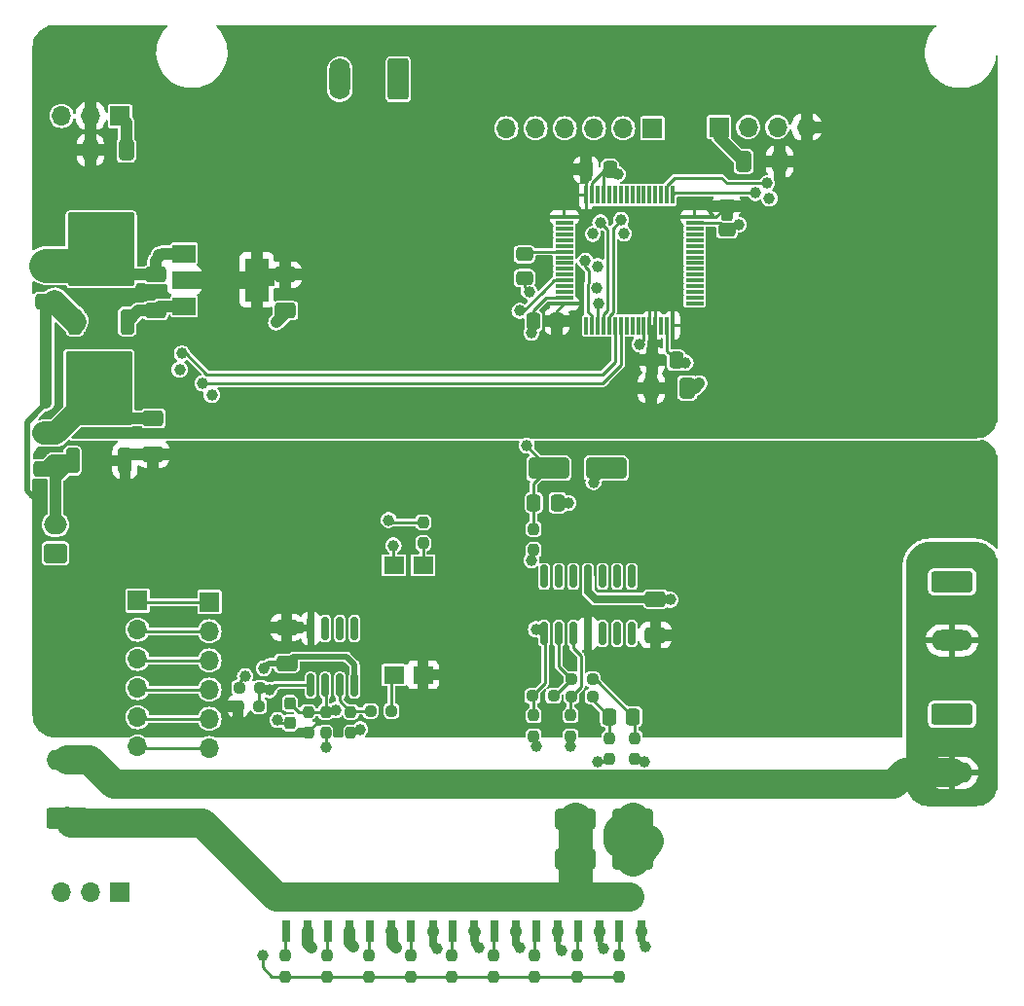
<source format=gbr>
%TF.GenerationSoftware,KiCad,Pcbnew,7.0.9*%
%TF.CreationDate,2024-06-22T09:01:39+05:30*%
%TF.ProjectId,BMS_LV_ADDON,424d535f-4c56-45f4-9144-444f4e2e6b69,rev?*%
%TF.SameCoordinates,Original*%
%TF.FileFunction,Copper,L1,Top*%
%TF.FilePolarity,Positive*%
%FSLAX46Y46*%
G04 Gerber Fmt 4.6, Leading zero omitted, Abs format (unit mm)*
G04 Created by KiCad (PCBNEW 7.0.9) date 2024-06-22 09:01:39*
%MOMM*%
%LPD*%
G01*
G04 APERTURE LIST*
G04 Aperture macros list*
%AMRoundRect*
0 Rectangle with rounded corners*
0 $1 Rounding radius*
0 $2 $3 $4 $5 $6 $7 $8 $9 X,Y pos of 4 corners*
0 Add a 4 corners polygon primitive as box body*
4,1,4,$2,$3,$4,$5,$6,$7,$8,$9,$2,$3,0*
0 Add four circle primitives for the rounded corners*
1,1,$1+$1,$2,$3*
1,1,$1+$1,$4,$5*
1,1,$1+$1,$6,$7*
1,1,$1+$1,$8,$9*
0 Add four rect primitives between the rounded corners*
20,1,$1+$1,$2,$3,$4,$5,0*
20,1,$1+$1,$4,$5,$6,$7,0*
20,1,$1+$1,$6,$7,$8,$9,0*
20,1,$1+$1,$8,$9,$2,$3,0*%
G04 Aperture macros list end*
%TA.AperFunction,ComponentPad*%
%ADD10R,1.700000X1.700000*%
%TD*%
%TA.AperFunction,ComponentPad*%
%ADD11O,1.700000X1.700000*%
%TD*%
%TA.AperFunction,SMDPad,CuDef*%
%ADD12RoundRect,0.250000X-0.412500X-0.650000X0.412500X-0.650000X0.412500X0.650000X-0.412500X0.650000X0*%
%TD*%
%TA.AperFunction,SMDPad,CuDef*%
%ADD13RoundRect,0.250000X-0.337500X-0.475000X0.337500X-0.475000X0.337500X0.475000X-0.337500X0.475000X0*%
%TD*%
%TA.AperFunction,SMDPad,CuDef*%
%ADD14RoundRect,0.075000X-0.700000X-0.075000X0.700000X-0.075000X0.700000X0.075000X-0.700000X0.075000X0*%
%TD*%
%TA.AperFunction,SMDPad,CuDef*%
%ADD15RoundRect,0.075000X-0.075000X-0.700000X0.075000X-0.700000X0.075000X0.700000X-0.075000X0.700000X0*%
%TD*%
%TA.AperFunction,SMDPad,CuDef*%
%ADD16RoundRect,0.250000X-0.475000X0.337500X-0.475000X-0.337500X0.475000X-0.337500X0.475000X0.337500X0*%
%TD*%
%TA.AperFunction,SMDPad,CuDef*%
%ADD17RoundRect,0.250000X0.337500X0.475000X-0.337500X0.475000X-0.337500X-0.475000X0.337500X-0.475000X0*%
%TD*%
%TA.AperFunction,SMDPad,CuDef*%
%ADD18RoundRect,0.237500X-0.237500X0.250000X-0.237500X-0.250000X0.237500X-0.250000X0.237500X0.250000X0*%
%TD*%
%TA.AperFunction,SMDPad,CuDef*%
%ADD19RoundRect,0.237500X0.237500X-0.250000X0.237500X0.250000X-0.237500X0.250000X-0.237500X-0.250000X0*%
%TD*%
%TA.AperFunction,SMDPad,CuDef*%
%ADD20RoundRect,0.237500X0.250000X0.237500X-0.250000X0.237500X-0.250000X-0.237500X0.250000X-0.237500X0*%
%TD*%
%TA.AperFunction,SMDPad,CuDef*%
%ADD21RoundRect,0.237500X-0.250000X-0.237500X0.250000X-0.237500X0.250000X0.237500X-0.250000X0.237500X0*%
%TD*%
%TA.AperFunction,SMDPad,CuDef*%
%ADD22RoundRect,0.250000X-1.500000X-0.650000X1.500000X-0.650000X1.500000X0.650000X-1.500000X0.650000X0*%
%TD*%
%TA.AperFunction,SMDPad,CuDef*%
%ADD23RoundRect,0.150000X0.150000X-0.825000X0.150000X0.825000X-0.150000X0.825000X-0.150000X-0.825000X0*%
%TD*%
%TA.AperFunction,SMDPad,CuDef*%
%ADD24RoundRect,0.250000X0.650000X-0.412500X0.650000X0.412500X-0.650000X0.412500X-0.650000X-0.412500X0*%
%TD*%
%TA.AperFunction,SMDPad,CuDef*%
%ADD25R,2.000000X1.500000*%
%TD*%
%TA.AperFunction,SMDPad,CuDef*%
%ADD26R,2.000000X3.800000*%
%TD*%
%TA.AperFunction,SMDPad,CuDef*%
%ADD27RoundRect,0.250000X-0.650000X0.412500X-0.650000X-0.412500X0.650000X-0.412500X0.650000X0.412500X0*%
%TD*%
%TA.AperFunction,SMDPad,CuDef*%
%ADD28RoundRect,0.250000X0.350000X-0.850000X0.350000X0.850000X-0.350000X0.850000X-0.350000X-0.850000X0*%
%TD*%
%TA.AperFunction,SMDPad,CuDef*%
%ADD29RoundRect,0.249997X2.650003X-2.950003X2.650003X2.950003X-2.650003X2.950003X-2.650003X-2.950003X0*%
%TD*%
%TA.AperFunction,SMDPad,CuDef*%
%ADD30RoundRect,0.250000X1.125000X-1.275000X1.125000X1.275000X-1.125000X1.275000X-1.125000X-1.275000X0*%
%TD*%
%TA.AperFunction,SMDPad,CuDef*%
%ADD31RoundRect,0.237500X-0.237500X0.300000X-0.237500X-0.300000X0.237500X-0.300000X0.237500X0.300000X0*%
%TD*%
%TA.AperFunction,ComponentPad*%
%ADD32RoundRect,0.250000X0.750000X-0.600000X0.750000X0.600000X-0.750000X0.600000X-0.750000X-0.600000X0*%
%TD*%
%TA.AperFunction,ComponentPad*%
%ADD33O,2.000000X1.700000*%
%TD*%
%TA.AperFunction,ComponentPad*%
%ADD34RoundRect,0.250000X1.550000X-0.650000X1.550000X0.650000X-1.550000X0.650000X-1.550000X-0.650000X0*%
%TD*%
%TA.AperFunction,ComponentPad*%
%ADD35O,3.600000X1.800000*%
%TD*%
%TA.AperFunction,SMDPad,CuDef*%
%ADD36R,1.780000X1.500000*%
%TD*%
%TA.AperFunction,SMDPad,CuDef*%
%ADD37R,0.800000X1.900000*%
%TD*%
%TA.AperFunction,ComponentPad*%
%ADD38RoundRect,0.250000X0.650000X1.550000X-0.650000X1.550000X-0.650000X-1.550000X0.650000X-1.550000X0*%
%TD*%
%TA.AperFunction,ComponentPad*%
%ADD39O,1.800000X3.600000*%
%TD*%
%TA.AperFunction,ComponentPad*%
%ADD40RoundRect,0.250000X-1.550000X0.650000X-1.550000X-0.650000X1.550000X-0.650000X1.550000X0.650000X0*%
%TD*%
%TA.AperFunction,ViaPad*%
%ADD41C,1.000000*%
%TD*%
%TA.AperFunction,Conductor*%
%ADD42C,0.250000*%
%TD*%
%TA.AperFunction,Conductor*%
%ADD43C,1.000000*%
%TD*%
%TA.AperFunction,Conductor*%
%ADD44C,0.300000*%
%TD*%
%TA.AperFunction,Conductor*%
%ADD45C,0.500000*%
%TD*%
%TA.AperFunction,Conductor*%
%ADD46C,0.700000*%
%TD*%
%TA.AperFunction,Conductor*%
%ADD47C,1.500000*%
%TD*%
%TA.AperFunction,Conductor*%
%ADD48C,3.000000*%
%TD*%
%TA.AperFunction,Conductor*%
%ADD49C,2.000000*%
%TD*%
%TA.AperFunction,Conductor*%
%ADD50C,2.500000*%
%TD*%
%TA.AperFunction,Conductor*%
%ADD51C,0.400000*%
%TD*%
G04 APERTURE END LIST*
D10*
%TO.P,J11,1,Pin_1*%
%TO.N,SCK*%
X54925000Y-10000000D03*
D11*
%TO.P,J11,2,Pin_2*%
%TO.N,MOSI*%
X52385000Y-10000000D03*
%TO.P,J11,3,Pin_3*%
%TO.N,MISO*%
X49845000Y-10000000D03*
%TO.P,J11,4,Pin_4*%
%TO.N,NSS*%
X47305000Y-10000000D03*
%TO.P,J11,5,Pin_5*%
%TO.N,CTRL*%
X44765000Y-10000000D03*
%TO.P,J11,6,Pin_6*%
%TO.N,-BATT*%
X42225000Y-10000000D03*
%TD*%
D12*
%TO.P,C19,1*%
%TO.N,-BATT*%
X62875000Y-12900000D03*
%TO.P,C19,2*%
%TO.N,+3.3V*%
X66000000Y-12900000D03*
%TD*%
D10*
%TO.P,J10,1,Pin_1*%
%TO.N,-BATT*%
X60720000Y-9900000D03*
D11*
%TO.P,J10,2,Pin_2*%
%TO.N,SWDIO*%
X63260000Y-9900000D03*
%TO.P,J10,3,Pin_3*%
%TO.N,SWCLK*%
X65800000Y-9900000D03*
%TO.P,J10,4,Pin_4*%
%TO.N,+3.3V*%
X68340000Y-9900000D03*
%TD*%
D13*
%TO.P,C18,1*%
%TO.N,+3.3V*%
X54925000Y-30200000D03*
%TO.P,C18,2*%
%TO.N,-BATT*%
X57000000Y-30200000D03*
%TD*%
D14*
%TO.P,U7,1,VBAT*%
%TO.N,+3.3V*%
X47257500Y-17740000D03*
%TO.P,U7,2,PC13*%
%TO.N,unconnected-(U7-PC13-Pad2)*%
X47257500Y-18240000D03*
%TO.P,U7,3,PC14*%
%TO.N,unconnected-(U7-PC14-Pad3)*%
X47257500Y-18740000D03*
%TO.P,U7,4,PC15*%
%TO.N,unconnected-(U7-PC15-Pad4)*%
X47257500Y-19240000D03*
%TO.P,U7,5,PF0*%
%TO.N,unconnected-(U7-PF0-Pad5)*%
X47257500Y-19740000D03*
%TO.P,U7,6,PF1*%
%TO.N,unconnected-(U7-PF1-Pad6)*%
X47257500Y-20240000D03*
%TO.P,U7,7,PG10*%
%TO.N,Net-(U7-PG10)*%
X47257500Y-20740000D03*
%TO.P,U7,8,PC0*%
%TO.N,unconnected-(U7-PC0-Pad8)*%
X47257500Y-21240000D03*
%TO.P,U7,9,PC1*%
%TO.N,unconnected-(U7-PC1-Pad9)*%
X47257500Y-21740000D03*
%TO.P,U7,10,PC2*%
%TO.N,unconnected-(U7-PC2-Pad10)*%
X47257500Y-22240000D03*
%TO.P,U7,11,PC3*%
%TO.N,unconnected-(U7-PC3-Pad11)*%
X47257500Y-22740000D03*
%TO.P,U7,12,PA0*%
%TO.N,A0*%
X47257500Y-23240000D03*
%TO.P,U7,13,PA1*%
%TO.N,unconnected-(U7-PA1-Pad13)*%
X47257500Y-23740000D03*
%TO.P,U7,14,PA2*%
%TO.N,unconnected-(U7-PA2-Pad14)*%
X47257500Y-24240000D03*
%TO.P,U7,15,VSS*%
%TO.N,-BATT*%
X47257500Y-24740000D03*
%TO.P,U7,16,VDD*%
%TO.N,+3.3V*%
X47257500Y-25240000D03*
D15*
%TO.P,U7,17,PA3*%
%TO.N,unconnected-(U7-PA3-Pad17)*%
X49182500Y-27165000D03*
%TO.P,U7,18,PA4*%
%TO.N,NSS*%
X49682500Y-27165000D03*
%TO.P,U7,19,PA5*%
%TO.N,SCK*%
X50182500Y-27165000D03*
%TO.P,U7,20,PA6*%
%TO.N,MISO*%
X50682500Y-27165000D03*
%TO.P,U7,21,PA7*%
%TO.N,MOSI*%
X51182500Y-27165000D03*
%TO.P,U7,22,PC4*%
%TO.N,DOUT*%
X51682500Y-27165000D03*
%TO.P,U7,23,PC5*%
%TO.N,DIN*%
X52182500Y-27165000D03*
%TO.P,U7,24,PB0*%
%TO.N,unconnected-(U7-PB0-Pad24)*%
X52682500Y-27165000D03*
%TO.P,U7,25,PB1*%
%TO.N,unconnected-(U7-PB1-Pad25)*%
X53182500Y-27165000D03*
%TO.P,U7,26,PB2*%
%TO.N,unconnected-(U7-PB2-Pad26)*%
X53682500Y-27165000D03*
%TO.P,U7,27,VSSA*%
%TO.N,-BATT*%
X54182500Y-27165000D03*
%TO.P,U7,28,VREF+*%
%TO.N,+3.3V*%
X54682500Y-27165000D03*
%TO.P,U7,29,VDDA*%
X55182500Y-27165000D03*
%TO.P,U7,30,PB10*%
%TO.N,unconnected-(U7-PB10-Pad30)*%
X55682500Y-27165000D03*
%TO.P,U7,31,VSS*%
%TO.N,-BATT*%
X56182500Y-27165000D03*
%TO.P,U7,32,VDD*%
%TO.N,+3.3V*%
X56682500Y-27165000D03*
D14*
%TO.P,U7,33,PB11*%
%TO.N,unconnected-(U7-PB11-Pad33)*%
X58607500Y-25240000D03*
%TO.P,U7,34,PB12*%
%TO.N,unconnected-(U7-PB12-Pad34)*%
X58607500Y-24740000D03*
%TO.P,U7,35,PB13*%
%TO.N,unconnected-(U7-PB13-Pad35)*%
X58607500Y-24240000D03*
%TO.P,U7,36,PB14*%
%TO.N,unconnected-(U7-PB14-Pad36)*%
X58607500Y-23740000D03*
%TO.P,U7,37,PB15*%
%TO.N,unconnected-(U7-PB15-Pad37)*%
X58607500Y-23240000D03*
%TO.P,U7,38,PC6*%
%TO.N,unconnected-(U7-PC6-Pad38)*%
X58607500Y-22740000D03*
%TO.P,U7,39,PC7*%
%TO.N,unconnected-(U7-PC7-Pad39)*%
X58607500Y-22240000D03*
%TO.P,U7,40,PC8*%
%TO.N,unconnected-(U7-PC8-Pad40)*%
X58607500Y-21740000D03*
%TO.P,U7,41,PC9*%
%TO.N,unconnected-(U7-PC9-Pad41)*%
X58607500Y-21240000D03*
%TO.P,U7,42,PA8*%
%TO.N,unconnected-(U7-PA8-Pad42)*%
X58607500Y-20740000D03*
%TO.P,U7,43,PA9*%
%TO.N,unconnected-(U7-PA9-Pad43)*%
X58607500Y-20240000D03*
%TO.P,U7,44,PA10*%
%TO.N,unconnected-(U7-PA10-Pad44)*%
X58607500Y-19740000D03*
%TO.P,U7,45,PA11*%
%TO.N,unconnected-(U7-PA11-Pad45)*%
X58607500Y-19240000D03*
%TO.P,U7,46,PA12*%
%TO.N,unconnected-(U7-PA12-Pad46)*%
X58607500Y-18740000D03*
%TO.P,U7,47,VSS*%
%TO.N,-BATT*%
X58607500Y-18240000D03*
%TO.P,U7,48,VDD*%
%TO.N,+3.3V*%
X58607500Y-17740000D03*
D15*
%TO.P,U7,49,PA13*%
%TO.N,SWDIO*%
X56682500Y-15815000D03*
%TO.P,U7,50,PA14*%
%TO.N,SWCLK*%
X56182500Y-15815000D03*
%TO.P,U7,51,PA15*%
%TO.N,unconnected-(U7-PA15-Pad51)*%
X55682500Y-15815000D03*
%TO.P,U7,52,PC10*%
%TO.N,unconnected-(U7-PC10-Pad52)*%
X55182500Y-15815000D03*
%TO.P,U7,53,PC11*%
%TO.N,unconnected-(U7-PC11-Pad53)*%
X54682500Y-15815000D03*
%TO.P,U7,54,PC12*%
%TO.N,unconnected-(U7-PC12-Pad54)*%
X54182500Y-15815000D03*
%TO.P,U7,55,PD2*%
%TO.N,unconnected-(U7-PD2-Pad55)*%
X53682500Y-15815000D03*
%TO.P,U7,56,PB3*%
%TO.N,unconnected-(U7-PB3-Pad56)*%
X53182500Y-15815000D03*
%TO.P,U7,57,PB4*%
%TO.N,unconnected-(U7-PB4-Pad57)*%
X52682500Y-15815000D03*
%TO.P,U7,58,PB5*%
%TO.N,unconnected-(U7-PB5-Pad58)*%
X52182500Y-15815000D03*
%TO.P,U7,59,PB6*%
%TO.N,unconnected-(U7-PB6-Pad59)*%
X51682500Y-15815000D03*
%TO.P,U7,60,PB7*%
%TO.N,unconnected-(U7-PB7-Pad60)*%
X51182500Y-15815000D03*
%TO.P,U7,61,PB8*%
%TO.N,-BATT*%
X50682500Y-15815000D03*
%TO.P,U7,62,PB9*%
%TO.N,unconnected-(U7-PB9-Pad62)*%
X50182500Y-15815000D03*
%TO.P,U7,63,VSS*%
%TO.N,-BATT*%
X49682500Y-15815000D03*
%TO.P,U7,64,VDD*%
%TO.N,+3.3V*%
X49182500Y-15815000D03*
%TD*%
D16*
%TO.P,C17,1*%
%TO.N,Net-(U7-PG10)*%
X43800000Y-20962500D03*
%TO.P,C17,2*%
%TO.N,-BATT*%
X43800000Y-23037500D03*
%TD*%
D17*
%TO.P,C16,1*%
%TO.N,+3.3V*%
X46637500Y-26800000D03*
%TO.P,C16,2*%
%TO.N,-BATT*%
X44562500Y-26800000D03*
%TD*%
D16*
%TO.P,C15,1*%
%TO.N,+3.3V*%
X61400000Y-16762500D03*
%TO.P,C15,2*%
%TO.N,-BATT*%
X61400000Y-18837500D03*
%TD*%
D13*
%TO.P,C14,1*%
%TO.N,+3.3V*%
X49162500Y-13600000D03*
%TO.P,C14,2*%
%TO.N,-BATT*%
X51237500Y-13600000D03*
%TD*%
D12*
%TO.P,C13,1*%
%TO.N,+3.3V*%
X54837500Y-32600000D03*
%TO.P,C13,2*%
%TO.N,-BATT*%
X57962500Y-32600000D03*
%TD*%
D18*
%TO.P,R30,1*%
%TO.N,A0*%
X44600000Y-44887500D03*
%TO.P,R30,2*%
%TO.N,Net-(R28-Pad2)*%
X44600000Y-46712500D03*
%TD*%
D19*
%TO.P,R29,1*%
%TO.N,-BATT*%
X44600000Y-62912500D03*
%TO.P,R29,2*%
%TO.N,Net-(R28-Pad2)*%
X44600000Y-61087500D03*
%TD*%
D20*
%TO.P,R28,1*%
%TO.N,Net-(U6A--)*%
X46312500Y-59400000D03*
%TO.P,R28,2*%
%TO.N,Net-(R28-Pad2)*%
X44487500Y-59400000D03*
%TD*%
D19*
%TO.P,R27,1*%
%TO.N,-BATT*%
X47800000Y-62912500D03*
%TO.P,R27,2*%
%TO.N,Net-(U6A-+)*%
X47800000Y-61087500D03*
%TD*%
D21*
%TO.P,R26,1*%
%TO.N,Net-(U6A--)*%
X47887500Y-57950000D03*
%TO.P,R26,2*%
%TO.N,Net-(C11-Pad2)*%
X49712500Y-57950000D03*
%TD*%
%TO.P,R25,1*%
%TO.N,Net-(U6A-+)*%
X47887500Y-59460000D03*
%TO.P,R25,2*%
%TO.N,Net-(C11-Pad1)*%
X49712500Y-59460000D03*
%TD*%
D18*
%TO.P,R23,1*%
%TO.N,Net-(C11-Pad2)*%
X53400000Y-63087500D03*
%TO.P,R23,2*%
%TO.N,SHUNT-*%
X53400000Y-64912500D03*
%TD*%
%TO.P,R22,1*%
%TO.N,Net-(C11-Pad1)*%
X51200000Y-63087500D03*
%TO.P,R22,2*%
%TO.N,SHUNT+*%
X51200000Y-64912500D03*
%TD*%
D22*
%TO.P,D3,1,K*%
%TO.N,A0*%
X45900000Y-39600000D03*
%TO.P,D3,2,A*%
%TO.N,-BATT*%
X50900000Y-39600000D03*
%TD*%
D13*
%TO.P,C12,1*%
%TO.N,A0*%
X44617500Y-42600000D03*
%TO.P,C12,2*%
%TO.N,-BATT*%
X46692500Y-42600000D03*
%TD*%
%TO.P,C11,1*%
%TO.N,Net-(C11-Pad1)*%
X51162500Y-61200000D03*
%TO.P,C11,2*%
%TO.N,Net-(C11-Pad2)*%
X53237500Y-61200000D03*
%TD*%
D23*
%TO.P,U6,1*%
%TO.N,Net-(R28-Pad2)*%
X45510000Y-53950000D03*
%TO.P,U6,2,-*%
%TO.N,Net-(U6A--)*%
X46780000Y-53950000D03*
%TO.P,U6,3,+*%
%TO.N,Net-(U6A-+)*%
X48050000Y-53950000D03*
%TO.P,U6,4,V+*%
%TO.N,+15V*%
X49320000Y-53950000D03*
%TO.P,U6,5,+*%
%TO.N,unconnected-(U6B-+-Pad5)*%
X50590000Y-53950000D03*
%TO.P,U6,6,-*%
%TO.N,unconnected-(U6B---Pad6)*%
X51860000Y-53950000D03*
%TO.P,U6,7*%
%TO.N,unconnected-(U6-Pad7)*%
X53130000Y-53950000D03*
%TO.P,U6,8*%
%TO.N,unconnected-(U6-Pad8)*%
X53130000Y-49000000D03*
%TO.P,U6,9,-*%
%TO.N,unconnected-(U6C---Pad9)*%
X51860000Y-49000000D03*
%TO.P,U6,10,+*%
%TO.N,unconnected-(U6C-+-Pad10)*%
X50590000Y-49000000D03*
%TO.P,U6,11,V-*%
%TO.N,-BATT*%
X49320000Y-49000000D03*
%TO.P,U6,12,+*%
%TO.N,unconnected-(U6D-+-Pad12)*%
X48050000Y-49000000D03*
%TO.P,U6,13,-*%
%TO.N,unconnected-(U6D---Pad13)*%
X46780000Y-49000000D03*
%TO.P,U6,14*%
%TO.N,unconnected-(U6-Pad14)*%
X45510000Y-49000000D03*
%TD*%
D24*
%TO.P,C10,1*%
%TO.N,+15V*%
X55200000Y-54095000D03*
%TO.P,C10,2*%
%TO.N,-BATT*%
X55200000Y-50970000D03*
%TD*%
D25*
%TO.P,U5,1,GND*%
%TO.N,-BATT*%
X14207500Y-20900000D03*
D26*
%TO.P,U5,2,VO*%
%TO.N,+3.3V*%
X20507500Y-23200000D03*
D25*
X14207500Y-23200000D03*
%TO.P,U5,3,VI*%
%TO.N,+5V*%
X14207500Y-25500000D03*
%TD*%
D27*
%TO.P,C9,1*%
%TO.N,+3.3V*%
X23000000Y-22737500D03*
%TO.P,C9,2*%
%TO.N,-BATT*%
X23000000Y-25862500D03*
%TD*%
D28*
%TO.P,U4,1,VI*%
%TO.N,+15V*%
X4695000Y-26825000D03*
%TO.P,U4,3,VO*%
%TO.N,+5V*%
X9255000Y-26825000D03*
D29*
%TO.P,U4,2,GND*%
%TO.N,-BATT*%
X6975000Y-20525000D03*
D30*
X8500000Y-18850000D03*
X5450000Y-22200000D03*
X5450000Y-18850000D03*
X8500000Y-22200000D03*
%TD*%
D24*
%TO.P,C8,1*%
%TO.N,+5V*%
X11700000Y-25862500D03*
%TO.P,C8,2*%
%TO.N,-BATT*%
X11700000Y-22737500D03*
%TD*%
%TO.P,C7,1*%
%TO.N,+15V*%
X2200000Y-25062500D03*
%TO.P,C7,2*%
%TO.N,-BATT*%
X2200000Y-21937500D03*
%TD*%
D22*
%TO.P,D2,1,K*%
%TO.N,Net-(D1-K)*%
X48200000Y-73600000D03*
%TO.P,D2,2,A*%
%TO.N,SHUNT+*%
X53200000Y-73600000D03*
%TD*%
%TO.P,D1,1,K*%
%TO.N,Net-(D1-K)*%
X48200000Y-70100000D03*
%TO.P,D1,2,A*%
%TO.N,SHUNT+*%
X53200000Y-70100000D03*
%TD*%
D12*
%TO.P,C6,1*%
%TO.N,+3.3V*%
X6037500Y-11900000D03*
%TO.P,C6,2*%
%TO.N,-BATT*%
X9162500Y-11900000D03*
%TD*%
D27*
%TO.P,C5,1*%
%TO.N,+BATT*%
X8600000Y-67037500D03*
%TO.P,C5,2*%
%TO.N,Net-(D1-K)*%
X8600000Y-70162500D03*
%TD*%
D24*
%TO.P,C4,1*%
%TO.N,+15V*%
X11500000Y-38362500D03*
%TO.P,C4,2*%
%TO.N,-BATT*%
X11500000Y-35237500D03*
%TD*%
D27*
%TO.P,C3,1*%
%TO.N,+15V*%
X23117500Y-53437500D03*
%TO.P,C3,2*%
%TO.N,-BATT*%
X23117500Y-56562500D03*
%TD*%
D24*
%TO.P,C2,1*%
%TO.N,Net-(J7-Pin_2)*%
X2000000Y-39662500D03*
%TO.P,C2,2*%
%TO.N,-BATT*%
X2000000Y-36537500D03*
%TD*%
D31*
%TO.P,C1,1*%
%TO.N,Net-(D4-A)*%
X23400000Y-60037500D03*
%TO.P,C1,2*%
%TO.N,-BATT*%
X23400000Y-61762500D03*
%TD*%
D32*
%TO.P,J7,1,Pin_1*%
%TO.N,+BATT*%
X3000000Y-47000000D03*
D33*
%TO.P,J7,2,Pin_2*%
%TO.N,Net-(J7-Pin_2)*%
X3000000Y-44500000D03*
%TD*%
D34*
%TO.P,J9,1,Pin_1*%
%TO.N,Net-(D1-K)*%
X4000000Y-70080000D03*
D35*
%TO.P,J9,2,Pin_2*%
%TO.N,+BATT*%
X4000000Y-65000000D03*
%TD*%
D36*
%TO.P,U3,1*%
%TO.N,Net-(R21-Pad2)*%
X34970000Y-48035000D03*
%TO.P,U3,2*%
%TO.N,Net-(J8-Pin_1)*%
X32430000Y-48035000D03*
%TO.P,U3,3*%
%TO.N,Net-(R1-Pad1)*%
X32430000Y-57565000D03*
%TO.P,U3,4*%
%TO.N,+15V*%
X34970000Y-57565000D03*
%TD*%
D19*
%TO.P,R24,1*%
%TO.N,+15V*%
X25000000Y-62612500D03*
%TO.P,R24,2*%
%TO.N,Net-(D4-A)*%
X25000000Y-60787500D03*
%TD*%
D18*
%TO.P,R21,1*%
%TO.N,Net-(J8-Pin_2)*%
X35000000Y-44287500D03*
%TO.P,R21,2*%
%TO.N,Net-(R21-Pad2)*%
X35000000Y-46112500D03*
%TD*%
D19*
%TO.P,R20,1*%
%TO.N,SHUNT+*%
X26500000Y-62612500D03*
%TO.P,R20,2*%
%TO.N,Net-(D4-A)*%
X26500000Y-60787500D03*
%TD*%
D18*
%TO.P,R19,1*%
%TO.N,Net-(Q9-B)*%
X33900000Y-81987500D03*
%TO.P,R19,2*%
%TO.N,Gate*%
X33900000Y-83812500D03*
%TD*%
%TO.P,R18,1*%
%TO.N,Net-(Q8-B)*%
X30300000Y-81987500D03*
%TO.P,R18,2*%
%TO.N,Gate*%
X30300000Y-83812500D03*
%TD*%
%TO.P,R17,1*%
%TO.N,Net-(Q7-B)*%
X26600000Y-81987500D03*
%TO.P,R17,2*%
%TO.N,Gate*%
X26600000Y-83812500D03*
%TD*%
%TO.P,R16,1*%
%TO.N,Net-(Q6-B)*%
X23000000Y-81987500D03*
%TO.P,R16,2*%
%TO.N,Gate*%
X23000000Y-83812500D03*
%TD*%
D37*
%TO.P,Q9,1,B*%
%TO.N,Net-(Q9-B)*%
X33950000Y-79900000D03*
%TO.P,Q9,2,E*%
%TO.N,SHUNT+*%
X35850000Y-79900000D03*
%TO.P,Q9,3,C*%
%TO.N,Net-(D1-K)*%
X34900000Y-76900000D03*
%TD*%
%TO.P,Q8,1,B*%
%TO.N,Net-(Q8-B)*%
X30340000Y-79900000D03*
%TO.P,Q8,2,E*%
%TO.N,SHUNT+*%
X32240000Y-79900000D03*
%TO.P,Q8,3,C*%
%TO.N,Net-(D1-K)*%
X31290000Y-76900000D03*
%TD*%
%TO.P,Q7,1,B*%
%TO.N,Net-(Q7-B)*%
X26680000Y-79900000D03*
%TO.P,Q7,2,E*%
%TO.N,SHUNT+*%
X28580000Y-79900000D03*
%TO.P,Q7,3,C*%
%TO.N,Net-(D1-K)*%
X27630000Y-76900000D03*
%TD*%
%TO.P,Q6,3,C*%
%TO.N,Net-(D1-K)*%
X24020000Y-76900000D03*
%TO.P,Q6,2,E*%
%TO.N,SHUNT+*%
X24970000Y-79900000D03*
%TO.P,Q6,1,B*%
%TO.N,Net-(Q6-B)*%
X23070000Y-79900000D03*
%TD*%
D38*
%TO.P,J8,1,Pin_1*%
%TO.N,Net-(J8-Pin_1)*%
X32822000Y-5740000D03*
D39*
%TO.P,J8,2,Pin_2*%
%TO.N,Net-(J8-Pin_2)*%
X27742000Y-5740000D03*
%TD*%
D40*
%TO.P,J6,1,Pin_1*%
%TO.N,-BATT*%
X81000000Y-49477500D03*
D35*
%TO.P,J6,2,Pin_2*%
%TO.N,+BATT*%
X81000000Y-54557500D03*
%TD*%
D40*
%TO.P,J5,1,Pin_1*%
%TO.N,-BATT*%
X81000000Y-61000000D03*
D35*
%TO.P,J5,2,Pin_2*%
%TO.N,+BATT*%
X81000000Y-66080000D03*
%TD*%
D18*
%TO.P,R13,1*%
%TO.N,Net-(Q3-B)*%
X44700000Y-81987500D03*
%TO.P,R13,2*%
%TO.N,Gate*%
X44700000Y-83812500D03*
%TD*%
D20*
%TO.P,R1,1*%
%TO.N,Net-(R1-Pad1)*%
X32225000Y-60700000D03*
%TO.P,R1,2*%
%TO.N,Net-(U1A-+)*%
X30400000Y-60700000D03*
%TD*%
D37*
%TO.P,Q3,1,B*%
%TO.N,Net-(Q3-B)*%
X44800000Y-79900000D03*
%TO.P,Q3,2,E*%
%TO.N,SHUNT+*%
X46700000Y-79900000D03*
%TO.P,Q3,3,C*%
%TO.N,Net-(D1-K)*%
X45750000Y-76900000D03*
%TD*%
D10*
%TO.P,J3,1,Pin_1*%
%TO.N,-BATT*%
X8600000Y-76450000D03*
D11*
%TO.P,J3,2,Pin_2*%
%TO.N,unconnected-(J3-Pin_2-Pad2)*%
X6060000Y-76450000D03*
%TO.P,J3,3,Pin_3*%
%TO.N,DIN*%
X3520000Y-76450000D03*
%TD*%
D18*
%TO.P,R15,1*%
%TO.N,Net-(Q5-B)*%
X52000000Y-81987500D03*
%TO.P,R15,2*%
%TO.N,Gate*%
X52000000Y-83812500D03*
%TD*%
D19*
%TO.P,R2,1*%
%TO.N,-BATT*%
X28700000Y-62612500D03*
%TO.P,R2,2*%
%TO.N,Net-(U1A-+)*%
X28700000Y-60787500D03*
%TD*%
D10*
%TO.P,J4,1,Pin_1*%
%TO.N,-BATT*%
X8615000Y-8938000D03*
D11*
%TO.P,J4,2,Pin_2*%
%TO.N,+3.3V*%
X6075000Y-8938000D03*
%TO.P,J4,3,Pin_3*%
%TO.N,DOUT*%
X3535000Y-8938000D03*
%TD*%
D37*
%TO.P,Q2,1,B*%
%TO.N,Net-(Q2-B)*%
X41150000Y-79900000D03*
%TO.P,Q2,2,E*%
%TO.N,SHUNT+*%
X43050000Y-79900000D03*
%TO.P,Q2,3,C*%
%TO.N,Net-(D1-K)*%
X42100000Y-76900000D03*
%TD*%
D10*
%TO.P,J1,1,Pin_1*%
%TO.N,Net-(J1-Pin_1)*%
X10150000Y-51100000D03*
D11*
%TO.P,J1,2,Pin_2*%
%TO.N,Net-(J1-Pin_2)*%
X10150000Y-53640000D03*
%TO.P,J1,3,Pin_3*%
%TO.N,Net-(J1-Pin_3)*%
X10150000Y-56180000D03*
%TO.P,J1,4,Pin_4*%
%TO.N,Net-(J1-Pin_4)*%
X10150000Y-58720000D03*
%TO.P,J1,5,Pin_5*%
%TO.N,Net-(J1-Pin_5)*%
X10150000Y-61260000D03*
%TO.P,J1,6,Pin_6*%
%TO.N,Net-(J1-Pin_6)*%
X10150000Y-63800000D03*
%TD*%
D18*
%TO.P,R11,1*%
%TO.N,Net-(Q1-B)*%
X37500000Y-81987500D03*
%TO.P,R11,2*%
%TO.N,Gate*%
X37500000Y-83812500D03*
%TD*%
%TO.P,R12,1*%
%TO.N,Net-(Q2-B)*%
X41100000Y-81987500D03*
%TO.P,R12,2*%
%TO.N,Gate*%
X41100000Y-83812500D03*
%TD*%
%TO.P,R14,1*%
%TO.N,Net-(Q4-B)*%
X48400000Y-81987500D03*
%TO.P,R14,2*%
%TO.N,Gate*%
X48400000Y-83812500D03*
%TD*%
D20*
%TO.P,R4,1*%
%TO.N,Gate*%
X20712500Y-60300000D03*
%TO.P,R4,2*%
%TO.N,+15V*%
X18887500Y-60300000D03*
%TD*%
D37*
%TO.P,Q5,3,C*%
%TO.N,Net-(D1-K)*%
X53000000Y-76900000D03*
%TO.P,Q5,2,E*%
%TO.N,SHUNT+*%
X53950000Y-79900000D03*
%TO.P,Q5,1,B*%
%TO.N,Net-(Q5-B)*%
X52050000Y-79900000D03*
%TD*%
D28*
%TO.P,U2,1,VI*%
%TO.N,Net-(J7-Pin_2)*%
X4495000Y-38925000D03*
D30*
%TO.P,U2,2,GND*%
%TO.N,-BATT*%
X5250000Y-34300000D03*
X8300000Y-34300000D03*
D29*
X6775000Y-32625000D03*
D30*
X5250000Y-30950000D03*
X8300000Y-30950000D03*
D28*
%TO.P,U2,3,VO*%
%TO.N,+15V*%
X9055000Y-38925000D03*
%TD*%
D23*
%TO.P,U1,8,V+*%
%TO.N,+15V*%
X25212500Y-53525000D03*
%TO.P,U1,7*%
%TO.N,unconnected-(U1-Pad7)*%
X26482500Y-53525000D03*
%TO.P,U1,6,-*%
%TO.N,unconnected-(U1B---Pad6)*%
X27752500Y-53525000D03*
%TO.P,U1,5,+*%
%TO.N,unconnected-(U1B-+-Pad5)*%
X29022500Y-53525000D03*
%TO.P,U1,4,V-*%
%TO.N,-BATT*%
X29022500Y-58475000D03*
%TO.P,U1,3,+*%
%TO.N,Net-(U1A-+)*%
X27752500Y-58475000D03*
%TO.P,U1,2,-*%
%TO.N,Net-(D4-A)*%
X26482500Y-58475000D03*
%TO.P,U1,1*%
%TO.N,Gate*%
X25212500Y-58475000D03*
%TD*%
D37*
%TO.P,Q4,1,B*%
%TO.N,Net-(Q4-B)*%
X48450000Y-79900000D03*
%TO.P,Q4,2,E*%
%TO.N,SHUNT+*%
X50350000Y-79900000D03*
%TO.P,Q4,3,C*%
%TO.N,Net-(D1-K)*%
X49400000Y-76900000D03*
%TD*%
%TO.P,Q1,1,B*%
%TO.N,Net-(Q1-B)*%
X37550000Y-79900000D03*
%TO.P,Q1,2,E*%
%TO.N,SHUNT+*%
X39450000Y-79900000D03*
%TO.P,Q1,3,C*%
%TO.N,Net-(D1-K)*%
X38500000Y-76900000D03*
%TD*%
D10*
%TO.P,J2,1,Pin_1*%
%TO.N,Net-(J1-Pin_1)*%
X16400000Y-51230000D03*
D11*
%TO.P,J2,2,Pin_2*%
%TO.N,Net-(J1-Pin_2)*%
X16400000Y-53770000D03*
%TO.P,J2,3,Pin_3*%
%TO.N,Net-(J1-Pin_3)*%
X16400000Y-56310000D03*
%TO.P,J2,4,Pin_4*%
%TO.N,Net-(J1-Pin_4)*%
X16400000Y-58850000D03*
%TO.P,J2,5,Pin_5*%
%TO.N,Net-(J1-Pin_5)*%
X16400000Y-61390000D03*
%TO.P,J2,6,Pin_6*%
%TO.N,Net-(J1-Pin_6)*%
X16400000Y-63930000D03*
%TD*%
D21*
%TO.P,R3,1*%
%TO.N,-BATT*%
X18987500Y-58700000D03*
%TO.P,R3,2*%
%TO.N,Gate*%
X20812500Y-58700000D03*
%TD*%
D41*
%TO.N,-BATT*%
X65100000Y-16100000D03*
%TO.N,SWDIO*%
X63900000Y-15624500D03*
%TO.N,SWCLK*%
X64900000Y-14800000D03*
%TO.N,-BATT*%
X50200000Y-22000000D03*
X52460209Y-19170939D03*
X49735310Y-19198496D03*
X50116990Y-23916990D03*
%TO.N,SCK*%
X50225500Y-25251160D03*
%TO.N,MOSI*%
X52200000Y-18000000D03*
%TO.N,MISO*%
X50400000Y-18200000D03*
%TO.N,NSS*%
X49086289Y-21554516D03*
%TO.N,-BATT*%
X16600000Y-33200000D03*
X13800000Y-31000000D03*
%TO.N,DOUT*%
X14000000Y-29600000D03*
%TO.N,DIN*%
X15800000Y-32200000D03*
%TO.N,-BATT*%
X53800000Y-28800000D03*
%TO.N,A0*%
X43376095Y-25891257D03*
X44000000Y-37600000D03*
%TO.N,-BATT*%
X57800000Y-30400000D03*
X51900000Y-14000000D03*
X62400000Y-18400000D03*
X44400000Y-27800000D03*
X44200000Y-24200000D03*
X59000000Y-32200000D03*
X49800000Y-40800000D03*
X47600000Y-42600000D03*
%TO.N,Net-(R28-Pad2)*%
X44800000Y-53600000D03*
X44400000Y-47600000D03*
%TO.N,-BATT*%
X44800000Y-63800000D03*
X47800000Y-63800000D03*
%TO.N,SHUNT-*%
X54200000Y-65150500D03*
%TO.N,SHUNT+*%
X50200000Y-65150500D03*
%TO.N,-BATT*%
X56500000Y-51032500D03*
X22200000Y-26900000D03*
X12000000Y-21000000D03*
X7000000Y-18700000D03*
X8300000Y-21400000D03*
X5700000Y-18700000D03*
X5700000Y-22700000D03*
X8200000Y-20000000D03*
X7000000Y-22700000D03*
X7000000Y-21300000D03*
X5700000Y-21300000D03*
X8300000Y-22700000D03*
X7000000Y-20000000D03*
X8200000Y-18700000D03*
X5700000Y-20000000D03*
%TO.N,SHUNT+*%
X52100000Y-72000000D03*
X54400000Y-72000000D03*
X53200000Y-72000000D03*
%TO.N,+15V*%
X25500000Y-46500000D03*
%TO.N,Net-(D4-A)*%
X27373240Y-60626760D03*
%TO.N,Net-(J8-Pin_2)*%
X31997500Y-44100000D03*
%TO.N,Net-(J8-Pin_1)*%
X32400000Y-46300000D03*
%TO.N,-BATT*%
X29500000Y-62300000D03*
X19500000Y-57700000D03*
X22300000Y-61500000D03*
%TO.N,SHUNT+*%
X26500000Y-63900000D03*
%TO.N,-BATT*%
X21117500Y-57000000D03*
%TO.N,Gate*%
X21600000Y-58900000D03*
X21000000Y-82000000D03*
%TO.N,-BATT*%
X7900000Y-30300000D03*
X7900000Y-31600000D03*
X8000000Y-33000000D03*
X8000000Y-34300000D03*
X6700000Y-34300000D03*
X6700000Y-32900000D03*
X6700000Y-31600000D03*
X6700000Y-30300000D03*
X5400000Y-30300000D03*
X5400000Y-31600000D03*
X5400000Y-32900000D03*
X5400000Y-34300000D03*
%TO.N,SHUNT+*%
X54300000Y-81200000D03*
X50700000Y-81400000D03*
X47000000Y-81600000D03*
X43400000Y-81300000D03*
X39800000Y-81300000D03*
X36200000Y-81400000D03*
X32600000Y-81300000D03*
X28900000Y-81200000D03*
X25300000Y-81300000D03*
%TD*%
D42*
%TO.N,-BATT*%
X51500000Y-13600000D02*
X51900000Y-14000000D01*
X51237500Y-13600000D02*
X51500000Y-13600000D01*
X50882500Y-13600000D02*
X51237500Y-13600000D01*
X49682500Y-14800000D02*
X50882500Y-13600000D01*
X49682500Y-15815000D02*
X49682500Y-14800000D01*
%TO.N,SWDIO*%
X56873000Y-15624500D02*
X63900000Y-15624500D01*
X56682500Y-15815000D02*
X56873000Y-15624500D01*
%TO.N,SWCLK*%
X56854736Y-14300000D02*
X56182500Y-14972236D01*
X56182500Y-14972236D02*
X56182500Y-15815000D01*
X61400000Y-14800000D02*
X60900000Y-14300000D01*
X64900000Y-14800000D02*
X61400000Y-14800000D01*
X60900000Y-14300000D02*
X56854736Y-14300000D01*
D43*
%TO.N,-BATT*%
X62875000Y-12900000D02*
X60720000Y-10745000D01*
D42*
X60720000Y-10745000D02*
X60720000Y-10000000D01*
%TO.N,NSS*%
X49682500Y-26322236D02*
X49682500Y-27165000D01*
X49291990Y-25931726D02*
X49682500Y-26322236D01*
X49291990Y-23575263D02*
X49291990Y-25931726D01*
X49086289Y-21554516D02*
X49086289Y-22053016D01*
X49400000Y-22366727D02*
X49400000Y-23467253D01*
X49086289Y-22053016D02*
X49400000Y-22366727D01*
X49400000Y-23467253D02*
X49291990Y-23575263D01*
%TO.N,SCK*%
X50182500Y-25294160D02*
X50182500Y-27165000D01*
X50225500Y-25251160D02*
X50182500Y-25294160D01*
%TO.N,MISO*%
X51050000Y-25818340D02*
X51050000Y-18850000D01*
X50682500Y-26185840D02*
X51050000Y-25818340D01*
X51050000Y-18850000D02*
X50400000Y-18200000D01*
X50682500Y-27165000D02*
X50682500Y-26185840D01*
%TO.N,MOSI*%
X51500000Y-26004736D02*
X51500000Y-18700000D01*
X51182500Y-27165000D02*
X51182500Y-26322236D01*
X51182500Y-26322236D02*
X51500000Y-26004736D01*
X51500000Y-18700000D02*
X52200000Y-18000000D01*
%TO.N,DOUT*%
X51682500Y-30317500D02*
X51682500Y-27165000D01*
X16166727Y-31400000D02*
X50600000Y-31400000D01*
X14366727Y-29600000D02*
X16166727Y-31400000D01*
X50600000Y-31400000D02*
X51682500Y-30317500D01*
X14000000Y-29600000D02*
X14366727Y-29600000D01*
%TO.N,DIN*%
X52182500Y-30617500D02*
X52182500Y-27165000D01*
X50600000Y-32200000D02*
X52182500Y-30617500D01*
X15800000Y-32200000D02*
X50600000Y-32200000D01*
%TO.N,-BATT*%
X54182500Y-28417500D02*
X53800000Y-28800000D01*
X54182500Y-27165000D02*
X54182500Y-28417500D01*
%TO.N,A0*%
X43708743Y-25891257D02*
X45400000Y-24200000D01*
X45400000Y-24200000D02*
X46360000Y-23240000D01*
X44000000Y-37700000D02*
X44000000Y-37600000D01*
X45900000Y-39600000D02*
X44000000Y-37700000D01*
X46360000Y-23240000D02*
X47257500Y-23240000D01*
%TO.N,-BATT*%
X44562500Y-27637500D02*
X44400000Y-27800000D01*
X44562500Y-26800000D02*
X44562500Y-27637500D01*
X57600000Y-30200000D02*
X57800000Y-30400000D01*
X57000000Y-30200000D02*
X57600000Y-30200000D01*
X56182500Y-27165000D02*
X56182500Y-29382500D01*
X56182500Y-29382500D02*
X57000000Y-30200000D01*
%TO.N,+3.3V*%
X54925000Y-27407500D02*
X54940000Y-27407500D01*
X54940000Y-27407500D02*
X55182500Y-27165000D01*
X55182500Y-27165000D02*
X54682500Y-27165000D01*
X54925000Y-27407500D02*
X54682500Y-27165000D01*
X54925000Y-30200000D02*
X54925000Y-27407500D01*
%TO.N,-BATT*%
X50682500Y-13555000D02*
X51037500Y-13200000D01*
X50682500Y-15815000D02*
X50682500Y-13555000D01*
%TO.N,+3.3V*%
X49182500Y-13420000D02*
X48962500Y-13200000D01*
X49182500Y-15815000D02*
X49182500Y-13420000D01*
%TO.N,-BATT*%
X61962500Y-18837500D02*
X62400000Y-18400000D01*
X61400000Y-18837500D02*
X61962500Y-18837500D01*
X60802500Y-18240000D02*
X58607500Y-18240000D01*
X61400000Y-18837500D02*
X60802500Y-18240000D01*
%TO.N,+3.3V*%
X58607500Y-17740000D02*
X60422500Y-17740000D01*
X60422500Y-17740000D02*
X61400000Y-16762500D01*
%TO.N,-BATT*%
X45660000Y-24740000D02*
X47257500Y-24740000D01*
X44562500Y-25837500D02*
X45660000Y-24740000D01*
X44562500Y-26800000D02*
X44562500Y-25837500D01*
%TO.N,+3.3V*%
X46637500Y-25860000D02*
X47257500Y-25240000D01*
X46637500Y-26800000D02*
X46637500Y-25860000D01*
%TO.N,-BATT*%
X43800000Y-23800000D02*
X44200000Y-24200000D01*
X43800000Y-23037500D02*
X43800000Y-23800000D01*
%TO.N,Net-(U7-PG10)*%
X44022500Y-20740000D02*
X43800000Y-20962500D01*
X47257500Y-20740000D02*
X44022500Y-20740000D01*
D43*
%TO.N,-BATT*%
X58600000Y-32600000D02*
X59000000Y-32200000D01*
X57962500Y-32600000D02*
X58600000Y-32600000D01*
D42*
X50900000Y-39700000D02*
X49800000Y-40800000D01*
X50900000Y-39600000D02*
X50900000Y-39700000D01*
X46692500Y-42600000D02*
X47600000Y-42600000D01*
%TO.N,A0*%
X44600000Y-40900000D02*
X45900000Y-39600000D01*
X44600000Y-44887500D02*
X44600000Y-40900000D01*
%TO.N,Net-(R28-Pad2)*%
X44400000Y-46912500D02*
X44600000Y-46712500D01*
X44400000Y-47600000D02*
X44400000Y-46912500D01*
X45150000Y-53950000D02*
X44800000Y-53600000D01*
X45510000Y-53950000D02*
X45150000Y-53950000D01*
%TO.N,-BATT*%
X44600000Y-63600000D02*
X44800000Y-63800000D01*
X44600000Y-62912500D02*
X44600000Y-63600000D01*
%TO.N,Net-(R28-Pad2)*%
X44600000Y-59512500D02*
X44487500Y-59400000D01*
X44600000Y-61087500D02*
X44600000Y-59512500D01*
X45600000Y-54040000D02*
X45510000Y-53950000D01*
X45600000Y-58287500D02*
X45600000Y-54040000D01*
X44487500Y-59400000D02*
X45600000Y-58287500D01*
%TO.N,Net-(U6A--)*%
X46312500Y-59400000D02*
X46437500Y-59400000D01*
X46437500Y-59400000D02*
X47887500Y-57950000D01*
%TO.N,-BATT*%
X47800000Y-62912500D02*
X47800000Y-63800000D01*
%TO.N,Net-(U6A-+)*%
X47800000Y-59547500D02*
X47887500Y-59460000D01*
X47800000Y-61087500D02*
X47800000Y-59547500D01*
X48050000Y-55250000D02*
X48050000Y-53950000D01*
X48700000Y-58647500D02*
X48700000Y-55900000D01*
X48700000Y-55900000D02*
X48050000Y-55250000D01*
X47887500Y-59460000D02*
X48700000Y-58647500D01*
%TO.N,Net-(U6A--)*%
X47887500Y-57950000D02*
X46780000Y-56842500D01*
X46780000Y-56842500D02*
X46780000Y-53950000D01*
%TO.N,Net-(C11-Pad1)*%
X49712500Y-59460000D02*
X49712500Y-59750000D01*
X49712500Y-59750000D02*
X51162500Y-61200000D01*
%TO.N,Net-(C11-Pad2)*%
X49987500Y-57950000D02*
X53237500Y-61200000D01*
X49712500Y-57950000D02*
X49987500Y-57950000D01*
D44*
%TO.N,SHUNT-*%
X53638000Y-65150500D02*
X53400000Y-64912500D01*
X54200000Y-65150500D02*
X53638000Y-65150500D01*
%TO.N,SHUNT+*%
X50200000Y-65150500D02*
X50962000Y-65150500D01*
X50962000Y-65150500D02*
X51200000Y-64912500D01*
D42*
%TO.N,Net-(C11-Pad2)*%
X53400000Y-61362500D02*
X53237500Y-61200000D01*
X53400000Y-63087500D02*
X53400000Y-61362500D01*
%TO.N,Net-(C11-Pad1)*%
X51200000Y-61237500D02*
X51162500Y-61200000D01*
X51200000Y-63087500D02*
X51200000Y-61237500D01*
D45*
%TO.N,+15V*%
X550000Y-41550000D02*
X1000000Y-42000000D01*
X550000Y-35574570D02*
X550000Y-41550000D01*
X1062285Y-35062285D02*
X550000Y-35574570D01*
X2200000Y-33924570D02*
X1062285Y-35062285D01*
X1062285Y-35062285D02*
X600000Y-35524570D01*
D43*
X2200000Y-28000000D02*
X2200000Y-33924570D01*
X2200000Y-28000000D02*
X2200000Y-30000000D01*
X2200000Y-25062500D02*
X2200000Y-28000000D01*
D46*
%TO.N,-BATT*%
X56437500Y-50970000D02*
X56500000Y-51032500D01*
X55200000Y-50970000D02*
X56437500Y-50970000D01*
X49320000Y-50332500D02*
X49320000Y-49000000D01*
X49957500Y-50970000D02*
X49320000Y-50332500D01*
X55200000Y-50970000D02*
X49957500Y-50970000D01*
D47*
%TO.N,+3.3V*%
X18600000Y-23200000D02*
X20507500Y-23200000D01*
X17200000Y-23200000D02*
X18600000Y-23200000D01*
X15900000Y-23200000D02*
X17200000Y-23200000D01*
D43*
%TO.N,-BATT*%
X23000000Y-26100000D02*
X22200000Y-26900000D01*
D42*
X23000000Y-25862500D02*
X23000000Y-26100000D01*
%TO.N,+3.3V*%
X20970000Y-22737500D02*
X20507500Y-23200000D01*
D43*
X23000000Y-22737500D02*
X20970000Y-22737500D01*
D47*
X14207500Y-23200000D02*
X15900000Y-23200000D01*
D43*
%TO.N,-BATT*%
X12000000Y-21218750D02*
X11700000Y-21518750D01*
X12000000Y-21000000D02*
X12000000Y-21218750D01*
X12218750Y-21000000D02*
X12000000Y-21000000D01*
X12318750Y-20900000D02*
X12218750Y-21000000D01*
X11700000Y-21518750D02*
X11700000Y-22737500D01*
X13537500Y-20900000D02*
X12318750Y-20900000D01*
D42*
X14207500Y-20900000D02*
X13537500Y-20900000D01*
%TO.N,+5V*%
X12062500Y-25500000D02*
X11700000Y-25862500D01*
D43*
X14207500Y-25500000D02*
X12062500Y-25500000D01*
X10217500Y-25862500D02*
X9255000Y-26825000D01*
X11700000Y-25862500D02*
X10217500Y-25862500D01*
%TO.N,-BATT*%
X11700000Y-22737500D02*
X9037500Y-22737500D01*
D42*
X9037500Y-22737500D02*
X8500000Y-22200000D01*
X5187500Y-21937500D02*
X5450000Y-22200000D01*
D48*
X2200000Y-21937500D02*
X5187500Y-21937500D01*
D42*
%TO.N,+15V*%
X2200000Y-30000000D02*
X2300000Y-30100000D01*
X2932500Y-25062500D02*
X2200000Y-25062500D01*
D49*
X4695000Y-26825000D02*
X2932500Y-25062500D01*
D48*
%TO.N,SHUNT+*%
X52100000Y-72000000D02*
X52100000Y-71200000D01*
X52100000Y-71200000D02*
X53200000Y-70100000D01*
X53200000Y-73600000D02*
X54400000Y-72000000D01*
D42*
%TO.N,Net-(D1-K)*%
X48200000Y-76100000D02*
X49000000Y-76900000D01*
D50*
X49000000Y-76900000D02*
X24020000Y-76900000D01*
D48*
X48200000Y-70100000D02*
X48200000Y-76100000D01*
D50*
X53000000Y-76900000D02*
X49000000Y-76900000D01*
D42*
%TO.N,Net-(D4-A)*%
X26660740Y-60626760D02*
X26500000Y-60787500D01*
X27373240Y-60626760D02*
X26660740Y-60626760D01*
%TO.N,Net-(J8-Pin_2)*%
X31997500Y-44100000D02*
X32185000Y-44287500D01*
X32185000Y-44287500D02*
X35000000Y-44287500D01*
%TO.N,Net-(R21-Pad2)*%
X34970000Y-46142500D02*
X35000000Y-46112500D01*
X34970000Y-48035000D02*
X34970000Y-46142500D01*
%TO.N,Net-(J8-Pin_1)*%
X32400000Y-46300000D02*
X32400000Y-48005000D01*
X32400000Y-48005000D02*
X32430000Y-48035000D01*
%TO.N,+15V*%
X18887500Y-60712500D02*
X18200000Y-61400000D01*
X18887500Y-60300000D02*
X18887500Y-60712500D01*
%TO.N,Net-(R1-Pad1)*%
X32225000Y-57770000D02*
X32430000Y-57565000D01*
X32225000Y-60700000D02*
X32225000Y-57770000D01*
%TO.N,Net-(U1A-+)*%
X30400000Y-60700000D02*
X28787500Y-60700000D01*
X28787500Y-60700000D02*
X28700000Y-60787500D01*
%TO.N,-BATT*%
X29187500Y-62612500D02*
X29500000Y-62300000D01*
X28700000Y-62612500D02*
X29187500Y-62612500D01*
%TO.N,Net-(U1A-+)*%
X27752500Y-59840000D02*
X27752500Y-58475000D01*
X28700000Y-60787500D02*
X27752500Y-59840000D01*
%TO.N,-BATT*%
X18987500Y-58212500D02*
X19500000Y-57700000D01*
X18987500Y-58700000D02*
X18987500Y-58212500D01*
%TO.N,Gate*%
X20812500Y-58700000D02*
X22075000Y-58700000D01*
X22075000Y-58700000D02*
X22300000Y-58475000D01*
X22300000Y-58475000D02*
X25212500Y-58475000D01*
X22025000Y-58475000D02*
X22300000Y-58475000D01*
X20712500Y-58800000D02*
X20812500Y-58700000D01*
X20712500Y-60300000D02*
X20712500Y-58800000D01*
%TO.N,+15V*%
X25000000Y-62500000D02*
X25800000Y-61700000D01*
X25000000Y-62612500D02*
X25000000Y-62500000D01*
%TO.N,Gate*%
X21600000Y-58900000D02*
X22025000Y-58475000D01*
%TO.N,-BATT*%
X22300000Y-61500000D02*
X22562500Y-61762500D01*
X22562500Y-61762500D02*
X23400000Y-61762500D01*
%TO.N,Net-(D4-A)*%
X24150000Y-60787500D02*
X23400000Y-60037500D01*
X25000000Y-60787500D02*
X24150000Y-60787500D01*
X24950000Y-60837500D02*
X25000000Y-60787500D01*
X25000000Y-60787500D02*
X26500000Y-60787500D01*
%TO.N,SHUNT+*%
X26500000Y-62612500D02*
X26500000Y-63900000D01*
%TO.N,Net-(D4-A)*%
X26500000Y-60787500D02*
X26500000Y-58492500D01*
X26500000Y-58492500D02*
X26482500Y-58475000D01*
D45*
%TO.N,-BATT*%
X21555000Y-56562500D02*
X21117500Y-57000000D01*
X23117500Y-56562500D02*
X21555000Y-56562500D01*
X28320000Y-56000000D02*
X29022500Y-56702500D01*
X23680000Y-56000000D02*
X28320000Y-56000000D01*
X23117500Y-56562500D02*
X23680000Y-56000000D01*
X29022500Y-56702500D02*
X29022500Y-58475000D01*
D42*
%TO.N,Gate*%
X21812500Y-83812500D02*
X21000000Y-83000000D01*
X23000000Y-83812500D02*
X21812500Y-83812500D01*
X21000000Y-83000000D02*
X21000000Y-82000000D01*
%TO.N,-BATT*%
X9237500Y-35237500D02*
X8300000Y-34300000D01*
D43*
X11500000Y-35237500D02*
X9237500Y-35237500D01*
D42*
%TO.N,+15V*%
X9617500Y-38362500D02*
X9055000Y-38925000D01*
D43*
X11500000Y-38362500D02*
X9617500Y-38362500D01*
%TO.N,Net-(J7-Pin_2)*%
X2000000Y-39662500D02*
X3162500Y-39662500D01*
X3162500Y-39662500D02*
X3460000Y-39960000D01*
X3460000Y-39960000D02*
X4495000Y-38925000D01*
X3000000Y-40420000D02*
X3460000Y-39960000D01*
X2737500Y-38925000D02*
X2000000Y-39662500D01*
X4495000Y-38925000D02*
X2737500Y-38925000D01*
D49*
%TO.N,-BATT*%
X2000000Y-36537500D02*
X3012500Y-36537500D01*
X3012500Y-36537500D02*
X5250000Y-34300000D01*
D42*
X9162500Y-9485500D02*
X8615000Y-8938000D01*
D43*
X9162500Y-11900000D02*
X9162500Y-9485500D01*
D42*
%TO.N,+3.3V*%
X6037500Y-8975500D02*
X6075000Y-8938000D01*
D43*
X6037500Y-11900000D02*
X6037500Y-8975500D01*
%TO.N,Net-(J7-Pin_2)*%
X3000000Y-44500000D02*
X3000000Y-40420000D01*
D42*
%TO.N,Gate*%
X52000000Y-83812500D02*
X23000000Y-83812500D01*
%TO.N,Net-(Q5-B)*%
X52000000Y-79950000D02*
X52050000Y-79900000D01*
X52000000Y-81987500D02*
X52000000Y-79950000D01*
%TO.N,Net-(Q4-B)*%
X48400000Y-79950000D02*
X48450000Y-79900000D01*
X48400000Y-81987500D02*
X48400000Y-79950000D01*
%TO.N,Net-(Q3-B)*%
X44700000Y-80000000D02*
X44800000Y-79900000D01*
X44700000Y-81987500D02*
X44700000Y-80000000D01*
%TO.N,Net-(Q2-B)*%
X41100000Y-79950000D02*
X41150000Y-79900000D01*
X41100000Y-81987500D02*
X41100000Y-79950000D01*
%TO.N,Net-(Q1-B)*%
X37500000Y-79950000D02*
X37550000Y-79900000D01*
X37500000Y-81987500D02*
X37500000Y-79950000D01*
%TO.N,Net-(Q9-B)*%
X33900000Y-79950000D02*
X33950000Y-79900000D01*
X33900000Y-81987500D02*
X33900000Y-79950000D01*
%TO.N,Net-(Q8-B)*%
X30300000Y-79940000D02*
X30340000Y-79900000D01*
X30300000Y-81987500D02*
X30300000Y-79940000D01*
%TO.N,Net-(Q7-B)*%
X26600000Y-79980000D02*
X26680000Y-79900000D01*
X26600000Y-81987500D02*
X26600000Y-79980000D01*
%TO.N,Net-(Q6-B)*%
X23000000Y-79970000D02*
X23070000Y-79900000D01*
X23000000Y-81987500D02*
X23000000Y-79970000D01*
D50*
%TO.N,+BATT*%
X6000000Y-65000000D02*
X4000000Y-65000000D01*
X8100000Y-67100000D02*
X6000000Y-65000000D01*
X75900000Y-67100000D02*
X8100000Y-67100000D01*
X81000000Y-66080000D02*
X76920000Y-66080000D01*
X76920000Y-66080000D02*
X75900000Y-67100000D01*
%TO.N,Net-(D1-K)*%
X22220000Y-76900000D02*
X15770000Y-70450000D01*
X24020000Y-76900000D02*
X22220000Y-76900000D01*
D43*
%TO.N,SHUNT+*%
X24970000Y-80970000D02*
X24970000Y-79900000D01*
X25300000Y-81300000D02*
X24970000Y-80970000D01*
X28570000Y-79910000D02*
X28580000Y-79900000D01*
X28570000Y-80870000D02*
X28570000Y-79910000D01*
X28900000Y-81200000D02*
X28570000Y-80870000D01*
X32270000Y-79930000D02*
X32240000Y-79900000D01*
X32600000Y-81300000D02*
X32270000Y-80970000D01*
X32270000Y-80970000D02*
X32270000Y-79930000D01*
D46*
X43400000Y-81300000D02*
X43070000Y-80970000D01*
X43070000Y-80970000D02*
X43070000Y-79920000D01*
X39470000Y-80970000D02*
X39470000Y-79920000D01*
X39800000Y-81300000D02*
X39470000Y-80970000D01*
X35870000Y-81070000D02*
X35870000Y-79920000D01*
X36200000Y-81400000D02*
X35870000Y-81070000D01*
D51*
X54300000Y-81200000D02*
X53970000Y-80870000D01*
X53970000Y-80870000D02*
X53970000Y-79920000D01*
X50370000Y-81070000D02*
X50370000Y-79920000D01*
X50700000Y-81400000D02*
X50370000Y-81070000D01*
X46670000Y-81270000D02*
X46670000Y-79930000D01*
X47000000Y-81600000D02*
X46670000Y-81270000D01*
D43*
X53970000Y-79920000D02*
X53950000Y-79900000D01*
X50370000Y-79920000D02*
X50350000Y-79900000D01*
X46670000Y-79930000D02*
X46700000Y-79900000D01*
X43070000Y-79920000D02*
X43050000Y-79900000D01*
X39470000Y-79920000D02*
X39450000Y-79900000D01*
X35870000Y-79920000D02*
X35850000Y-79900000D01*
D50*
%TO.N,Net-(D1-K)*%
X15770000Y-70450000D02*
X4370000Y-70450000D01*
D49*
X4370000Y-70450000D02*
X4000000Y-70080000D01*
D42*
%TO.N,Net-(J1-Pin_1)*%
X10280000Y-51230000D02*
X10150000Y-51100000D01*
X16400000Y-51230000D02*
X10280000Y-51230000D01*
%TO.N,Net-(J1-Pin_2)*%
X16400000Y-53770000D02*
X10280000Y-53770000D01*
X10280000Y-53770000D02*
X10150000Y-53640000D01*
%TO.N,Net-(J1-Pin_3)*%
X16400000Y-56310000D02*
X10280000Y-56310000D01*
X10280000Y-56310000D02*
X10150000Y-56180000D01*
%TO.N,Net-(J1-Pin_4)*%
X10280000Y-58850000D02*
X10150000Y-58720000D01*
X16400000Y-58850000D02*
X10280000Y-58850000D01*
%TO.N,Net-(J1-Pin_5)*%
X10280000Y-61390000D02*
X10150000Y-61260000D01*
X16400000Y-61390000D02*
X10280000Y-61390000D01*
%TO.N,Net-(J1-Pin_6)*%
X16400000Y-63930000D02*
X10280000Y-63930000D01*
X10280000Y-63930000D02*
X10150000Y-63800000D01*
%TD*%
%TA.AperFunction,Conductor*%
%TO.N,+BATT*%
G36*
X83002208Y-46000157D02*
G01*
X83275790Y-46019724D01*
X83293291Y-46022241D01*
X83554803Y-46079129D01*
X83571762Y-46084108D01*
X83822524Y-46177638D01*
X83838616Y-46184987D01*
X84073501Y-46313244D01*
X84088375Y-46322802D01*
X84302624Y-46483188D01*
X84315994Y-46494774D01*
X84505225Y-46684005D01*
X84516811Y-46697375D01*
X84677193Y-46911619D01*
X84686758Y-46926503D01*
X84815011Y-47161382D01*
X84822361Y-47177475D01*
X84915888Y-47428229D01*
X84920872Y-47445205D01*
X84977757Y-47706702D01*
X84980275Y-47724214D01*
X84999342Y-47990798D01*
X84999500Y-47995222D01*
X84999500Y-67004776D01*
X84999342Y-67009200D01*
X84980275Y-67275785D01*
X84977757Y-67293297D01*
X84920872Y-67554794D01*
X84915888Y-67571770D01*
X84822361Y-67822524D01*
X84815011Y-67838617D01*
X84686758Y-68073496D01*
X84677193Y-68088380D01*
X84516811Y-68302624D01*
X84505225Y-68315994D01*
X84315994Y-68505225D01*
X84302624Y-68516811D01*
X84088380Y-68677193D01*
X84073496Y-68686758D01*
X83838617Y-68815011D01*
X83822524Y-68822361D01*
X83571770Y-68915888D01*
X83554794Y-68920872D01*
X83293297Y-68977757D01*
X83275785Y-68980275D01*
X83027448Y-68998036D01*
X83002208Y-68999842D01*
X82997786Y-69000000D01*
X79002214Y-69000000D01*
X78997791Y-68999842D01*
X78969503Y-68997818D01*
X78724214Y-68980275D01*
X78706702Y-68977757D01*
X78445205Y-68920872D01*
X78428229Y-68915888D01*
X78177475Y-68822361D01*
X78161382Y-68815011D01*
X77926503Y-68686758D01*
X77911619Y-68677193D01*
X77697375Y-68516811D01*
X77684005Y-68505225D01*
X77494774Y-68315994D01*
X77483188Y-68302624D01*
X77322802Y-68088375D01*
X77313244Y-68073501D01*
X77184987Y-67838616D01*
X77177638Y-67822524D01*
X77084108Y-67571762D01*
X77079129Y-67554803D01*
X77022241Y-67293291D01*
X77019724Y-67275785D01*
X77000158Y-67002210D01*
X77000000Y-66997786D01*
X77000000Y-65830000D01*
X78720582Y-65830000D01*
X80454118Y-65830000D01*
X80415444Y-65923369D01*
X80394823Y-66080000D01*
X80415444Y-66236631D01*
X80454118Y-66330000D01*
X78721734Y-66330000D01*
X78756525Y-66491433D01*
X78845383Y-66712562D01*
X78970333Y-66915494D01*
X79127780Y-67094389D01*
X79127786Y-67094396D01*
X79313194Y-67244102D01*
X79313204Y-67244109D01*
X79521248Y-67360331D01*
X79745947Y-67439722D01*
X79745961Y-67439726D01*
X79980832Y-67479999D01*
X79980843Y-67480000D01*
X80750000Y-67480000D01*
X80750000Y-66625881D01*
X80843369Y-66664556D01*
X80960677Y-66680000D01*
X81039323Y-66680000D01*
X81156631Y-66664556D01*
X81250000Y-66625881D01*
X81250000Y-67480000D01*
X81959478Y-67480000D01*
X82137450Y-67464852D01*
X82137453Y-67464851D01*
X82368078Y-67404802D01*
X82585241Y-67306639D01*
X82585244Y-67306637D01*
X82782688Y-67173187D01*
X82782690Y-67173185D01*
X82954736Y-67008293D01*
X83096450Y-66816683D01*
X83203742Y-66603884D01*
X83273524Y-66376020D01*
X83279418Y-66330000D01*
X81545882Y-66330000D01*
X81584556Y-66236631D01*
X81605177Y-66080000D01*
X81584556Y-65923369D01*
X81545882Y-65830000D01*
X83278266Y-65830000D01*
X83278265Y-65829999D01*
X83243474Y-65668566D01*
X83154616Y-65447437D01*
X83029666Y-65244505D01*
X82872219Y-65065610D01*
X82872213Y-65065603D01*
X82686805Y-64915897D01*
X82686795Y-64915890D01*
X82478751Y-64799668D01*
X82254052Y-64720277D01*
X82254038Y-64720273D01*
X82019167Y-64680000D01*
X81250000Y-64680000D01*
X81250000Y-65534118D01*
X81156631Y-65495444D01*
X81039323Y-65480000D01*
X80960677Y-65480000D01*
X80843369Y-65495444D01*
X80750000Y-65534118D01*
X80750000Y-64680000D01*
X80040522Y-64680000D01*
X79862549Y-64695147D01*
X79862546Y-64695148D01*
X79631921Y-64755197D01*
X79414758Y-64853360D01*
X79414755Y-64853362D01*
X79217311Y-64986812D01*
X79217309Y-64986814D01*
X79045263Y-65151706D01*
X78903549Y-65343316D01*
X78796257Y-65556115D01*
X78726475Y-65783979D01*
X78720582Y-65830000D01*
X77000000Y-65830000D01*
X77000000Y-61693102D01*
X78899500Y-61693102D01*
X78905126Y-61739954D01*
X78910122Y-61781561D01*
X78965639Y-61922343D01*
X79057077Y-62042922D01*
X79177656Y-62134360D01*
X79177657Y-62134360D01*
X79177658Y-62134361D01*
X79318436Y-62189877D01*
X79406898Y-62200500D01*
X79406903Y-62200500D01*
X82593097Y-62200500D01*
X82593102Y-62200500D01*
X82681564Y-62189877D01*
X82822342Y-62134361D01*
X82942922Y-62042922D01*
X83034361Y-61922342D01*
X83089877Y-61781564D01*
X83100500Y-61693102D01*
X83100500Y-60306898D01*
X83089877Y-60218436D01*
X83034361Y-60077658D01*
X83034360Y-60077657D01*
X83034360Y-60077656D01*
X82942922Y-59957077D01*
X82822343Y-59865639D01*
X82681561Y-59810122D01*
X82635926Y-59804642D01*
X82593102Y-59799500D01*
X79406898Y-59799500D01*
X79367853Y-59804188D01*
X79318438Y-59810122D01*
X79177656Y-59865639D01*
X79057077Y-59957077D01*
X78965639Y-60077656D01*
X78910122Y-60218438D01*
X78904188Y-60267853D01*
X78899500Y-60306898D01*
X78899500Y-61693102D01*
X77000000Y-61693102D01*
X77000000Y-54307500D01*
X78720582Y-54307500D01*
X80454118Y-54307500D01*
X80415444Y-54400869D01*
X80394823Y-54557500D01*
X80415444Y-54714131D01*
X80454118Y-54807500D01*
X78721734Y-54807500D01*
X78756525Y-54968933D01*
X78845383Y-55190062D01*
X78970333Y-55392994D01*
X79127780Y-55571889D01*
X79127786Y-55571896D01*
X79313194Y-55721602D01*
X79313204Y-55721609D01*
X79521248Y-55837831D01*
X79745947Y-55917222D01*
X79745961Y-55917226D01*
X79980832Y-55957499D01*
X79980843Y-55957500D01*
X80750000Y-55957500D01*
X80750000Y-55103381D01*
X80843369Y-55142056D01*
X80960677Y-55157500D01*
X81039323Y-55157500D01*
X81156631Y-55142056D01*
X81250000Y-55103381D01*
X81250000Y-55957500D01*
X81959478Y-55957500D01*
X82137450Y-55942352D01*
X82137453Y-55942351D01*
X82368078Y-55882302D01*
X82585241Y-55784139D01*
X82585244Y-55784137D01*
X82782688Y-55650687D01*
X82782690Y-55650685D01*
X82954736Y-55485793D01*
X83096450Y-55294183D01*
X83203742Y-55081384D01*
X83273524Y-54853520D01*
X83279418Y-54807500D01*
X81545882Y-54807500D01*
X81584556Y-54714131D01*
X81605177Y-54557500D01*
X81584556Y-54400869D01*
X81545882Y-54307500D01*
X83278266Y-54307500D01*
X83278265Y-54307499D01*
X83243474Y-54146066D01*
X83154616Y-53924937D01*
X83029666Y-53722005D01*
X82872219Y-53543110D01*
X82872213Y-53543103D01*
X82686805Y-53393397D01*
X82686795Y-53393390D01*
X82478751Y-53277168D01*
X82254052Y-53197777D01*
X82254038Y-53197773D01*
X82019167Y-53157500D01*
X81250000Y-53157500D01*
X81250000Y-54011618D01*
X81156631Y-53972944D01*
X81039323Y-53957500D01*
X80960677Y-53957500D01*
X80843369Y-53972944D01*
X80750000Y-54011618D01*
X80750000Y-53157500D01*
X80040522Y-53157500D01*
X79862549Y-53172647D01*
X79862546Y-53172648D01*
X79631921Y-53232697D01*
X79414758Y-53330860D01*
X79414755Y-53330862D01*
X79217311Y-53464312D01*
X79217309Y-53464314D01*
X79045263Y-53629206D01*
X78903549Y-53820816D01*
X78796257Y-54033615D01*
X78726475Y-54261479D01*
X78720582Y-54307500D01*
X77000000Y-54307500D01*
X77000000Y-50170602D01*
X78899500Y-50170602D01*
X78905126Y-50217454D01*
X78910122Y-50259061D01*
X78965639Y-50399843D01*
X79057077Y-50520422D01*
X79177656Y-50611860D01*
X79177657Y-50611860D01*
X79177658Y-50611861D01*
X79318436Y-50667377D01*
X79406898Y-50678000D01*
X79406903Y-50678000D01*
X82593097Y-50678000D01*
X82593102Y-50678000D01*
X82681564Y-50667377D01*
X82822342Y-50611861D01*
X82942922Y-50520422D01*
X83034361Y-50399842D01*
X83089877Y-50259064D01*
X83100500Y-50170602D01*
X83100500Y-48784398D01*
X83089877Y-48695936D01*
X83034361Y-48555158D01*
X83034360Y-48555157D01*
X83034360Y-48555156D01*
X82942922Y-48434577D01*
X82822343Y-48343139D01*
X82681561Y-48287622D01*
X82635926Y-48282142D01*
X82593102Y-48277000D01*
X79406898Y-48277000D01*
X79367853Y-48281688D01*
X79318438Y-48287622D01*
X79177656Y-48343139D01*
X79057077Y-48434577D01*
X78965639Y-48555156D01*
X78910122Y-48695938D01*
X78904188Y-48745353D01*
X78899500Y-48784398D01*
X78899500Y-50170602D01*
X77000000Y-50170602D01*
X77000000Y-48002213D01*
X77000158Y-47997789D01*
X77019724Y-47724214D01*
X77022240Y-47706710D01*
X77079130Y-47445192D01*
X77084107Y-47428241D01*
X77177640Y-47177470D01*
X77184985Y-47161388D01*
X77313248Y-46926491D01*
X77322798Y-46911630D01*
X77483195Y-46697366D01*
X77494767Y-46684012D01*
X77684012Y-46494767D01*
X77697366Y-46483195D01*
X77911630Y-46322798D01*
X77926491Y-46313248D01*
X78161388Y-46184985D01*
X78177470Y-46177640D01*
X78428241Y-46084107D01*
X78445192Y-46079130D01*
X78706710Y-46022240D01*
X78724207Y-46019724D01*
X78997791Y-46000157D01*
X79002214Y-46000000D01*
X82997786Y-46000000D01*
X83002208Y-46000157D01*
G37*
%TD.AperFunction*%
%TD*%
%TA.AperFunction,Conductor*%
%TO.N,+15V*%
G36*
X4248095Y-37096409D02*
G01*
X4277701Y-37119481D01*
X4286567Y-37129628D01*
X4365077Y-37176536D01*
X4423268Y-37195443D01*
X4435968Y-37197454D01*
X4486766Y-37205500D01*
X4486770Y-37205500D01*
X8336955Y-37205500D01*
X8395146Y-37224407D01*
X8431110Y-37273907D01*
X8431110Y-37335093D01*
X8395146Y-37384593D01*
X8388928Y-37388761D01*
X8236657Y-37482682D01*
X8112680Y-37606659D01*
X8020643Y-37755875D01*
X7965493Y-37922306D01*
X7955000Y-38025012D01*
X7955000Y-38424999D01*
X7955001Y-38425000D01*
X9456000Y-38425000D01*
X9514191Y-38443907D01*
X9550155Y-38493407D01*
X9555000Y-38524000D01*
X9555000Y-40514780D01*
X9557694Y-40514505D01*
X9557696Y-40514505D01*
X9724124Y-40459356D01*
X9873340Y-40367319D01*
X9997319Y-40243340D01*
X10089356Y-40094124D01*
X10144506Y-39927693D01*
X10154999Y-39824987D01*
X10154999Y-39379667D01*
X10173906Y-39321476D01*
X10223406Y-39285512D01*
X10284591Y-39285512D01*
X10324003Y-39309663D01*
X10381659Y-39367319D01*
X10530875Y-39459356D01*
X10697306Y-39514506D01*
X10800013Y-39524999D01*
X10999998Y-39524999D01*
X11000000Y-39524998D01*
X12000000Y-39524998D01*
X12000001Y-39524999D01*
X12199986Y-39524999D01*
X12302687Y-39514507D01*
X12302699Y-39514504D01*
X12469124Y-39459356D01*
X12618340Y-39367319D01*
X12742319Y-39243340D01*
X12834356Y-39094124D01*
X12889504Y-38927699D01*
X12889506Y-38927689D01*
X12896168Y-38862500D01*
X12000001Y-38862500D01*
X12000000Y-38862501D01*
X12000000Y-39524998D01*
X11000000Y-39524998D01*
X11000000Y-37961500D01*
X11018907Y-37903309D01*
X11068407Y-37867345D01*
X11099000Y-37862500D01*
X12896166Y-37862500D01*
X12896166Y-37862499D01*
X12889507Y-37797311D01*
X12889504Y-37797300D01*
X12834356Y-37630875D01*
X12742319Y-37481659D01*
X12635164Y-37374504D01*
X12607387Y-37319987D01*
X12616958Y-37259555D01*
X12660223Y-37216290D01*
X12705168Y-37205500D01*
X43257003Y-37205500D01*
X43315194Y-37224407D01*
X43351158Y-37273907D01*
X43351158Y-37335093D01*
X43349574Y-37339592D01*
X43330928Y-37388761D01*
X43314860Y-37431129D01*
X43294355Y-37599998D01*
X43294355Y-37600001D01*
X43298084Y-37630710D01*
X43314860Y-37768872D01*
X43375182Y-37927930D01*
X43471817Y-38067929D01*
X43599148Y-38180734D01*
X43749775Y-38259790D01*
X43914944Y-38300500D01*
X43914947Y-38300500D01*
X44085052Y-38300500D01*
X44085056Y-38300500D01*
X44085059Y-38300499D01*
X44086344Y-38300343D01*
X44087146Y-38300500D01*
X44091044Y-38300500D01*
X44091044Y-38301262D01*
X44146391Y-38312093D01*
X44168290Y-38328616D01*
X44223689Y-38384015D01*
X44251466Y-38438532D01*
X44241895Y-38498964D01*
X44198630Y-38542229D01*
X44187680Y-38546909D01*
X44187116Y-38547207D01*
X44077855Y-38627845D01*
X44077845Y-38627855D01*
X43997207Y-38737116D01*
X43952355Y-38865296D01*
X43952353Y-38865305D01*
X43949500Y-38895725D01*
X43949500Y-40304274D01*
X43952353Y-40334694D01*
X43952355Y-40334703D01*
X43997207Y-40462883D01*
X44077845Y-40572144D01*
X44077847Y-40572146D01*
X44077850Y-40572150D01*
X44077853Y-40572152D01*
X44077855Y-40572154D01*
X44187116Y-40652792D01*
X44187117Y-40652792D01*
X44187118Y-40652793D01*
X44205931Y-40659376D01*
X44226553Y-40666592D01*
X44275233Y-40703657D01*
X44292830Y-40762257D01*
X44289833Y-40778238D01*
X44290915Y-40778429D01*
X44282287Y-40827349D01*
X44281353Y-40831564D01*
X44270736Y-40871187D01*
X44270736Y-40871193D01*
X44274312Y-40912072D01*
X44274500Y-40916373D01*
X44274500Y-41580344D01*
X44255593Y-41638535D01*
X44206093Y-41674499D01*
X44196638Y-41677061D01*
X44195304Y-41677352D01*
X44067116Y-41722207D01*
X43957855Y-41802845D01*
X43957845Y-41802855D01*
X43877207Y-41912116D01*
X43832355Y-42040296D01*
X43832353Y-42040305D01*
X43829500Y-42070725D01*
X43829500Y-43129274D01*
X43832353Y-43159694D01*
X43832355Y-43159703D01*
X43877207Y-43287883D01*
X43957845Y-43397144D01*
X43957847Y-43397146D01*
X43957850Y-43397150D01*
X43957853Y-43397152D01*
X43957855Y-43397154D01*
X44067116Y-43477792D01*
X44067117Y-43477792D01*
X44067118Y-43477793D01*
X44195301Y-43522646D01*
X44195308Y-43522646D01*
X44196625Y-43522935D01*
X44197368Y-43523369D01*
X44200987Y-43524636D01*
X44200740Y-43525341D01*
X44249441Y-43553824D01*
X44274014Y-43609858D01*
X44274500Y-43619655D01*
X44274500Y-44134008D01*
X44255593Y-44192199D01*
X44208198Y-44227452D01*
X44155527Y-44245882D01*
X44155521Y-44245885D01*
X44049293Y-44324285D01*
X44049285Y-44324293D01*
X43970884Y-44430523D01*
X43927276Y-44555147D01*
X43927274Y-44555155D01*
X43924500Y-44584733D01*
X43924500Y-45190266D01*
X43927274Y-45219844D01*
X43927276Y-45219852D01*
X43970884Y-45344476D01*
X44031993Y-45427276D01*
X44049289Y-45450711D01*
X44049292Y-45450713D01*
X44049293Y-45450714D01*
X44155523Y-45529115D01*
X44155524Y-45529115D01*
X44155525Y-45529116D01*
X44280151Y-45572725D01*
X44307441Y-45575284D01*
X44309733Y-45575499D01*
X44309738Y-45575500D01*
X44309744Y-45575500D01*
X44890262Y-45575500D01*
X44890265Y-45575499D01*
X44919849Y-45572725D01*
X45044475Y-45529116D01*
X45150711Y-45450711D01*
X45229116Y-45344475D01*
X45272725Y-45219849D01*
X45275500Y-45190256D01*
X45275500Y-44584744D01*
X45275500Y-44584738D01*
X45275499Y-44584733D01*
X45272725Y-44555155D01*
X45272725Y-44555151D01*
X45229116Y-44430525D01*
X45227200Y-44427929D01*
X45150714Y-44324293D01*
X45150713Y-44324292D01*
X45150711Y-44324289D01*
X45150706Y-44324285D01*
X45044478Y-44245885D01*
X45044472Y-44245882D01*
X44991802Y-44227452D01*
X44943121Y-44190386D01*
X44925500Y-44134008D01*
X44925500Y-43623506D01*
X44944407Y-43565315D01*
X44993907Y-43529351D01*
X45015255Y-43524939D01*
X45029425Y-43523609D01*
X45039699Y-43522646D01*
X45167882Y-43477793D01*
X45277150Y-43397150D01*
X45357793Y-43287882D01*
X45402646Y-43159699D01*
X45405499Y-43129274D01*
X45904500Y-43129274D01*
X45907353Y-43159694D01*
X45907355Y-43159703D01*
X45952207Y-43287883D01*
X46032845Y-43397144D01*
X46032847Y-43397146D01*
X46032850Y-43397150D01*
X46032853Y-43397152D01*
X46032855Y-43397154D01*
X46142116Y-43477792D01*
X46142117Y-43477792D01*
X46142118Y-43477793D01*
X46270301Y-43522646D01*
X46300725Y-43525499D01*
X46300727Y-43525500D01*
X46300734Y-43525500D01*
X47084273Y-43525500D01*
X47084273Y-43525499D01*
X47114699Y-43522646D01*
X47242882Y-43477793D01*
X47352150Y-43397150D01*
X47398339Y-43334565D01*
X47448105Y-43298974D01*
X47501685Y-43297232D01*
X47514944Y-43300500D01*
X47514947Y-43300500D01*
X47685053Y-43300500D01*
X47685056Y-43300500D01*
X47850225Y-43259790D01*
X48000852Y-43180734D01*
X48128183Y-43067929D01*
X48224818Y-42927930D01*
X48285140Y-42768872D01*
X48305645Y-42600000D01*
X48285140Y-42431128D01*
X48224818Y-42272070D01*
X48128183Y-42132071D01*
X48000852Y-42019266D01*
X47850225Y-41940210D01*
X47850224Y-41940209D01*
X47850223Y-41940209D01*
X47685058Y-41899500D01*
X47685056Y-41899500D01*
X47514944Y-41899500D01*
X47501681Y-41902768D01*
X47440659Y-41898336D01*
X47398339Y-41865434D01*
X47352150Y-41802850D01*
X47352146Y-41802847D01*
X47352144Y-41802845D01*
X47242883Y-41722207D01*
X47114703Y-41677355D01*
X47114694Y-41677353D01*
X47084274Y-41674500D01*
X47084266Y-41674500D01*
X46300734Y-41674500D01*
X46300725Y-41674500D01*
X46270305Y-41677353D01*
X46270296Y-41677355D01*
X46142116Y-41722207D01*
X46032855Y-41802845D01*
X46032845Y-41802855D01*
X45952207Y-41912116D01*
X45907355Y-42040296D01*
X45907353Y-42040305D01*
X45904500Y-42070725D01*
X45904500Y-43129274D01*
X45405499Y-43129274D01*
X45405499Y-43129273D01*
X45405500Y-43129273D01*
X45405500Y-42070727D01*
X45405499Y-42070725D01*
X45402646Y-42040305D01*
X45402646Y-42040301D01*
X45357793Y-41912118D01*
X45350893Y-41902769D01*
X45277154Y-41802855D01*
X45277152Y-41802853D01*
X45277150Y-41802850D01*
X45277146Y-41802847D01*
X45277144Y-41802845D01*
X45167883Y-41722207D01*
X45039703Y-41677355D01*
X45039695Y-41677353D01*
X45015252Y-41675060D01*
X44959082Y-41650800D01*
X44927899Y-41598157D01*
X44925500Y-41576493D01*
X44925500Y-41075834D01*
X44944407Y-41017643D01*
X44954496Y-41005830D01*
X45230830Y-40729496D01*
X45285347Y-40701719D01*
X45300834Y-40700500D01*
X47454273Y-40700500D01*
X47454273Y-40700499D01*
X47484699Y-40697646D01*
X47612882Y-40652793D01*
X47722150Y-40572150D01*
X47802793Y-40462882D01*
X47847646Y-40334699D01*
X47850499Y-40304274D01*
X48949500Y-40304274D01*
X48952353Y-40334694D01*
X48952355Y-40334703D01*
X48997207Y-40462883D01*
X49077847Y-40572148D01*
X49083093Y-40577393D01*
X49080529Y-40579956D01*
X49107352Y-40616990D01*
X49111430Y-40659376D01*
X49094416Y-40799500D01*
X49094355Y-40800000D01*
X49114860Y-40968872D01*
X49175182Y-41127930D01*
X49271817Y-41267929D01*
X49399148Y-41380734D01*
X49549775Y-41459790D01*
X49714944Y-41500500D01*
X49714947Y-41500500D01*
X49885053Y-41500500D01*
X49885056Y-41500500D01*
X50050225Y-41459790D01*
X50200852Y-41380734D01*
X50328183Y-41267929D01*
X50424818Y-41127930D01*
X50485140Y-40968872D01*
X50505645Y-40800000D01*
X50505645Y-40799998D01*
X50505645Y-40799500D01*
X50505742Y-40799201D01*
X50506367Y-40794055D01*
X50507374Y-40794177D01*
X50524552Y-40741309D01*
X50574052Y-40705345D01*
X50604645Y-40700500D01*
X52454273Y-40700500D01*
X52454273Y-40700499D01*
X52484699Y-40697646D01*
X52612882Y-40652793D01*
X52722150Y-40572150D01*
X52802793Y-40462882D01*
X52847646Y-40334699D01*
X52850499Y-40304273D01*
X52850500Y-40304273D01*
X52850500Y-38895727D01*
X52850499Y-38895725D01*
X52847646Y-38865305D01*
X52847646Y-38865301D01*
X52802793Y-38737118D01*
X52722150Y-38627850D01*
X52722146Y-38627847D01*
X52722144Y-38627845D01*
X52612883Y-38547207D01*
X52484703Y-38502355D01*
X52484694Y-38502353D01*
X52454274Y-38499500D01*
X52454266Y-38499500D01*
X49345734Y-38499500D01*
X49345725Y-38499500D01*
X49315305Y-38502353D01*
X49315296Y-38502355D01*
X49187116Y-38547207D01*
X49077855Y-38627845D01*
X49077845Y-38627855D01*
X48997207Y-38737116D01*
X48952355Y-38865296D01*
X48952353Y-38865305D01*
X48949500Y-38895725D01*
X48949500Y-40304274D01*
X47850499Y-40304274D01*
X47850499Y-40304273D01*
X47850500Y-40304273D01*
X47850500Y-38895727D01*
X47850499Y-38895725D01*
X47847646Y-38865305D01*
X47847646Y-38865301D01*
X47802793Y-38737118D01*
X47722150Y-38627850D01*
X47722146Y-38627847D01*
X47722144Y-38627845D01*
X47612883Y-38547207D01*
X47484703Y-38502355D01*
X47484694Y-38502353D01*
X47454274Y-38499500D01*
X47454266Y-38499500D01*
X45300834Y-38499500D01*
X45242643Y-38480593D01*
X45230830Y-38470504D01*
X44687521Y-37927195D01*
X44659744Y-37872678D01*
X44664959Y-37822084D01*
X44685140Y-37768872D01*
X44701916Y-37630710D01*
X44705645Y-37600001D01*
X44705645Y-37599998D01*
X44701098Y-37562552D01*
X44685140Y-37431128D01*
X44650429Y-37339603D01*
X44647474Y-37278492D01*
X44681005Y-37227312D01*
X44738214Y-37205616D01*
X44742997Y-37205500D01*
X83001890Y-37205500D01*
X83012756Y-37205112D01*
X83295885Y-37184863D01*
X83303179Y-37184079D01*
X83324422Y-37181025D01*
X83331644Y-37179722D01*
X83561918Y-37129628D01*
X83603819Y-37120513D01*
X83607854Y-37119483D01*
X83610930Y-37118698D01*
X83610935Y-37118696D01*
X83612645Y-37118260D01*
X83613035Y-37119789D01*
X83668633Y-37120299D01*
X83671728Y-37121394D01*
X83824198Y-37178262D01*
X83837044Y-37184129D01*
X84075068Y-37314100D01*
X84086943Y-37321731D01*
X84304058Y-37484262D01*
X84314723Y-37493503D01*
X84506496Y-37685276D01*
X84515738Y-37695942D01*
X84678266Y-37913052D01*
X84685899Y-37924931D01*
X84815870Y-38162954D01*
X84821738Y-38175803D01*
X84916510Y-38429897D01*
X84920490Y-38443450D01*
X84978138Y-38708452D01*
X84980148Y-38722433D01*
X84999374Y-38991248D01*
X84999500Y-38994781D01*
X84999500Y-46534943D01*
X84980593Y-46593134D01*
X84931093Y-46629098D01*
X84869907Y-46629098D01*
X84821247Y-46594272D01*
X84758107Y-46509928D01*
X84751260Y-46501431D01*
X84732528Y-46479815D01*
X84725100Y-46471836D01*
X84528163Y-46274899D01*
X84520184Y-46267471D01*
X84498568Y-46248739D01*
X84490071Y-46241892D01*
X84267086Y-46074967D01*
X84258120Y-46068742D01*
X84234070Y-46053287D01*
X84224695Y-46047725D01*
X83980240Y-45914242D01*
X83970486Y-45909359D01*
X83957480Y-45903420D01*
X83944473Y-45897480D01*
X83934396Y-45893306D01*
X83673412Y-45795963D01*
X83663057Y-45792517D01*
X83635632Y-45784465D01*
X83625068Y-45781769D01*
X83557026Y-45766967D01*
X83352906Y-45722564D01*
X83342177Y-45720628D01*
X83313877Y-45716558D01*
X83303027Y-45715392D01*
X83018531Y-45695044D01*
X83003209Y-45694500D01*
X83003208Y-45694500D01*
X78996794Y-45694500D01*
X78996793Y-45694500D01*
X78981469Y-45695044D01*
X78839221Y-45705218D01*
X78696972Y-45715392D01*
X78686124Y-45716558D01*
X78657831Y-45720626D01*
X78650971Y-45721864D01*
X78647097Y-45722563D01*
X78374926Y-45781770D01*
X78368657Y-45783370D01*
X78364359Y-45784468D01*
X78336942Y-45792517D01*
X78326590Y-45795963D01*
X78065595Y-45893309D01*
X78055514Y-45897485D01*
X78029513Y-45909360D01*
X78024643Y-45911797D01*
X78019762Y-45914241D01*
X77775296Y-46047730D01*
X77771481Y-46049993D01*
X77765918Y-46053293D01*
X77753900Y-46061016D01*
X77741881Y-46068740D01*
X77732918Y-46074963D01*
X77657891Y-46131128D01*
X77509916Y-46241901D01*
X77501421Y-46248747D01*
X77493600Y-46255525D01*
X77479825Y-46267462D01*
X77479815Y-46267471D01*
X77471844Y-46274892D01*
X77274892Y-46471844D01*
X77268013Y-46479233D01*
X77267470Y-46479817D01*
X77267463Y-46479824D01*
X77248747Y-46501421D01*
X77241901Y-46509916D01*
X77223166Y-46534943D01*
X77074963Y-46732918D01*
X77068740Y-46741881D01*
X77061016Y-46753900D01*
X77053293Y-46765918D01*
X77052100Y-46767930D01*
X77047730Y-46775296D01*
X76914241Y-47019762D01*
X76911797Y-47024643D01*
X76909360Y-47029513D01*
X76897485Y-47055514D01*
X76893309Y-47065595D01*
X76816300Y-47272065D01*
X76795963Y-47326590D01*
X76792517Y-47336942D01*
X76784468Y-47364359D01*
X76784464Y-47364376D01*
X76781770Y-47374926D01*
X76769544Y-47431130D01*
X76722562Y-47647103D01*
X76720624Y-47657843D01*
X76716556Y-47686144D01*
X76715392Y-47696979D01*
X76715391Y-47696984D01*
X76695047Y-47981434D01*
X76694500Y-47996759D01*
X76694500Y-62901000D01*
X76675593Y-62959191D01*
X76626093Y-62995155D01*
X76595500Y-63000000D01*
X54174500Y-63000000D01*
X54116309Y-62981093D01*
X54080345Y-62931593D01*
X54075500Y-62901000D01*
X54075500Y-62784738D01*
X54075499Y-62784733D01*
X54072725Y-62755155D01*
X54072725Y-62755151D01*
X54029116Y-62630525D01*
X54027200Y-62627929D01*
X53950714Y-62524293D01*
X53950713Y-62524292D01*
X53950711Y-62524289D01*
X53939125Y-62515738D01*
X53844478Y-62445885D01*
X53844472Y-62445882D01*
X53791802Y-62427452D01*
X53743121Y-62390386D01*
X53725500Y-62334008D01*
X53725500Y-62169865D01*
X53744407Y-62111674D01*
X53782448Y-62083381D01*
X53781326Y-62081258D01*
X53787879Y-62077793D01*
X53787882Y-62077793D01*
X53897150Y-61997150D01*
X53977793Y-61887882D01*
X54022646Y-61759699D01*
X54025499Y-61729273D01*
X54025500Y-61729273D01*
X54025500Y-60670727D01*
X54025499Y-60670725D01*
X54022646Y-60640301D01*
X53977793Y-60512118D01*
X53940804Y-60462000D01*
X53897154Y-60402855D01*
X53897152Y-60402853D01*
X53897150Y-60402850D01*
X53897146Y-60402847D01*
X53897144Y-60402845D01*
X53787883Y-60322207D01*
X53659703Y-60277355D01*
X53659694Y-60277353D01*
X53629274Y-60274500D01*
X53629266Y-60274500D01*
X52845734Y-60274500D01*
X52845732Y-60274500D01*
X52824955Y-60276448D01*
X52765254Y-60263055D01*
X52745710Y-60247884D01*
X50429496Y-57931670D01*
X50401719Y-57877153D01*
X50400500Y-57861666D01*
X50400500Y-57659738D01*
X50400499Y-57659733D01*
X50397725Y-57630155D01*
X50397725Y-57630151D01*
X50354116Y-57505525D01*
X50308510Y-57443731D01*
X50275714Y-57399293D01*
X50275713Y-57399292D01*
X50275711Y-57399289D01*
X50246585Y-57377793D01*
X50169476Y-57320884D01*
X50044852Y-57277276D01*
X50044851Y-57277275D01*
X50044849Y-57277275D01*
X50044847Y-57277274D01*
X50044844Y-57277274D01*
X50015266Y-57274500D01*
X50015256Y-57274500D01*
X49409744Y-57274500D01*
X49409733Y-57274500D01*
X49380155Y-57277274D01*
X49380147Y-57277276D01*
X49255523Y-57320884D01*
X49183288Y-57374196D01*
X49125240Y-57393538D01*
X49066910Y-57375066D01*
X49030577Y-57325837D01*
X49025500Y-57294541D01*
X49025500Y-55916373D01*
X49025687Y-55912072D01*
X49029264Y-55871193D01*
X49018640Y-55831548D01*
X49017710Y-55827348D01*
X49010588Y-55786955D01*
X49009840Y-55785659D01*
X48999942Y-55761767D01*
X48999554Y-55760316D01*
X48999552Y-55760313D01*
X48999551Y-55760311D01*
X48976025Y-55726712D01*
X48973703Y-55723068D01*
X48953193Y-55687543D01*
X48927555Y-55666031D01*
X48921765Y-55661173D01*
X48918588Y-55658261D01*
X48795172Y-55534846D01*
X48767395Y-55480329D01*
X48776966Y-55419897D01*
X48820231Y-55376632D01*
X48880663Y-55367061D01*
X48904494Y-55373984D01*
X48909806Y-55376282D01*
X49020000Y-55408296D01*
X49020000Y-52491702D01*
X49620000Y-52491702D01*
X49620000Y-55408296D01*
X49730200Y-55376280D01*
X49730201Y-55376280D01*
X49871552Y-55292685D01*
X49987683Y-55176554D01*
X50055825Y-55061332D01*
X50101721Y-55020869D01*
X50162635Y-55015111D01*
X50211040Y-55041721D01*
X50233517Y-55064198D01*
X50261744Y-55077997D01*
X50338604Y-55115572D01*
X50338605Y-55115572D01*
X50338607Y-55115573D01*
X50406740Y-55125500D01*
X50406743Y-55125500D01*
X50773257Y-55125500D01*
X50773260Y-55125500D01*
X50841393Y-55115573D01*
X50946483Y-55064198D01*
X51029198Y-54981483D01*
X51080573Y-54876393D01*
X51090500Y-54808260D01*
X51359500Y-54808260D01*
X51362024Y-54825583D01*
X51369427Y-54876395D01*
X51418043Y-54975840D01*
X51420802Y-54981483D01*
X51503517Y-55064198D01*
X51531744Y-55077997D01*
X51608604Y-55115572D01*
X51608605Y-55115572D01*
X51608607Y-55115573D01*
X51676740Y-55125500D01*
X51676743Y-55125500D01*
X52043257Y-55125500D01*
X52043260Y-55125500D01*
X52111393Y-55115573D01*
X52216483Y-55064198D01*
X52299198Y-54981483D01*
X52350573Y-54876393D01*
X52360500Y-54808260D01*
X52629500Y-54808260D01*
X52632024Y-54825583D01*
X52639427Y-54876395D01*
X52688043Y-54975840D01*
X52690802Y-54981483D01*
X52773517Y-55064198D01*
X52801744Y-55077997D01*
X52878604Y-55115572D01*
X52878605Y-55115572D01*
X52878607Y-55115573D01*
X52946740Y-55125500D01*
X52946743Y-55125500D01*
X53313257Y-55125500D01*
X53313260Y-55125500D01*
X53381393Y-55115573D01*
X53486483Y-55064198D01*
X53569198Y-54981483D01*
X53620573Y-54876393D01*
X53630500Y-54808260D01*
X53630500Y-54730509D01*
X53649407Y-54672318D01*
X53698907Y-54636354D01*
X53760093Y-54636354D01*
X53809593Y-54672318D01*
X53823475Y-54699369D01*
X53865643Y-54826624D01*
X53957680Y-54975840D01*
X54081659Y-55099819D01*
X54230875Y-55191856D01*
X54397306Y-55247006D01*
X54500013Y-55257499D01*
X54699998Y-55257499D01*
X54700000Y-55257498D01*
X55700000Y-55257498D01*
X55700001Y-55257499D01*
X55899986Y-55257499D01*
X56002687Y-55247007D01*
X56002699Y-55247004D01*
X56169124Y-55191856D01*
X56318340Y-55099819D01*
X56442319Y-54975840D01*
X56534356Y-54826624D01*
X56589504Y-54660199D01*
X56589506Y-54660189D01*
X56596168Y-54595000D01*
X55700001Y-54595000D01*
X55700000Y-54595001D01*
X55700000Y-55257498D01*
X54700000Y-55257498D01*
X54700000Y-53594999D01*
X55700000Y-53594999D01*
X55700001Y-53595000D01*
X56596166Y-53595000D01*
X56596166Y-53594999D01*
X56589507Y-53529811D01*
X56589504Y-53529800D01*
X56534356Y-53363375D01*
X56442319Y-53214159D01*
X56318340Y-53090180D01*
X56169124Y-52998143D01*
X56002693Y-52942993D01*
X55899987Y-52932500D01*
X55700001Y-52932500D01*
X55700000Y-52932501D01*
X55700000Y-53594999D01*
X54700000Y-53594999D01*
X54700000Y-52932501D01*
X54699999Y-52932500D01*
X54500013Y-52932500D01*
X54397312Y-52942992D01*
X54397300Y-52942995D01*
X54230875Y-52998143D01*
X54081659Y-53090180D01*
X53957680Y-53214159D01*
X53865643Y-53363375D01*
X53823475Y-53490630D01*
X53787223Y-53539920D01*
X53728924Y-53558488D01*
X53670844Y-53539243D01*
X53635169Y-53489534D01*
X53630500Y-53459490D01*
X53630500Y-53091743D01*
X53630500Y-53091740D01*
X53620573Y-53023607D01*
X53620567Y-53023595D01*
X53581164Y-52942995D01*
X53569198Y-52918517D01*
X53486483Y-52835802D01*
X53486481Y-52835801D01*
X53381395Y-52784427D01*
X53354139Y-52780456D01*
X53313260Y-52774500D01*
X52946740Y-52774500D01*
X52912673Y-52779463D01*
X52878604Y-52784427D01*
X52773518Y-52835801D01*
X52690801Y-52918518D01*
X52639427Y-53023604D01*
X52639427Y-53023607D01*
X52629500Y-53091740D01*
X52629500Y-54808260D01*
X52360500Y-54808260D01*
X52360500Y-53091740D01*
X52350573Y-53023607D01*
X52350567Y-53023595D01*
X52311164Y-52942995D01*
X52299198Y-52918517D01*
X52216483Y-52835802D01*
X52216481Y-52835801D01*
X52111395Y-52784427D01*
X52084139Y-52780456D01*
X52043260Y-52774500D01*
X51676740Y-52774500D01*
X51642673Y-52779463D01*
X51608604Y-52784427D01*
X51503518Y-52835801D01*
X51420801Y-52918518D01*
X51369427Y-53023604D01*
X51369427Y-53023607D01*
X51359500Y-53091740D01*
X51359500Y-54808260D01*
X51090500Y-54808260D01*
X51090500Y-53091740D01*
X51080573Y-53023607D01*
X51080567Y-53023595D01*
X51041164Y-52942995D01*
X51029198Y-52918517D01*
X50946483Y-52835802D01*
X50946481Y-52835801D01*
X50841395Y-52784427D01*
X50814139Y-52780456D01*
X50773260Y-52774500D01*
X50406740Y-52774500D01*
X50372673Y-52779463D01*
X50338604Y-52784427D01*
X50233518Y-52835801D01*
X50233515Y-52835803D01*
X50211041Y-52858277D01*
X50156524Y-52886053D01*
X50096092Y-52876481D01*
X50055825Y-52838667D01*
X49987683Y-52723445D01*
X49871552Y-52607314D01*
X49730201Y-52523719D01*
X49730197Y-52523717D01*
X49620000Y-52491702D01*
X49020000Y-52491702D01*
X48909802Y-52523717D01*
X48909798Y-52523719D01*
X48768447Y-52607314D01*
X48652315Y-52723446D01*
X48584173Y-52838668D01*
X48538277Y-52879130D01*
X48477363Y-52884888D01*
X48428958Y-52858277D01*
X48406483Y-52835802D01*
X48406481Y-52835801D01*
X48301395Y-52784427D01*
X48274139Y-52780456D01*
X48233260Y-52774500D01*
X47866740Y-52774500D01*
X47832673Y-52779463D01*
X47798604Y-52784427D01*
X47693518Y-52835801D01*
X47610801Y-52918518D01*
X47559427Y-53023604D01*
X47559427Y-53023607D01*
X47549500Y-53091740D01*
X47549500Y-54808260D01*
X47552024Y-54825583D01*
X47559427Y-54876395D01*
X47608043Y-54975840D01*
X47610802Y-54981483D01*
X47693517Y-55064198D01*
X47693518Y-55064198D01*
X47695504Y-55066184D01*
X47723281Y-55120701D01*
X47724500Y-55136188D01*
X47724500Y-55233625D01*
X47724312Y-55237927D01*
X47721170Y-55273844D01*
X47721096Y-55274698D01*
X47720736Y-55278807D01*
X47726030Y-55298567D01*
X47731354Y-55318436D01*
X47732289Y-55322652D01*
X47739411Y-55363045D01*
X47740164Y-55364348D01*
X47750054Y-55388224D01*
X47750443Y-55389679D01*
X47750446Y-55389684D01*
X47773971Y-55423281D01*
X47776288Y-55426918D01*
X47796806Y-55462455D01*
X47828224Y-55488818D01*
X47831410Y-55491737D01*
X48345504Y-56005830D01*
X48373281Y-56060347D01*
X48374500Y-56075834D01*
X48374500Y-57191862D01*
X48355593Y-57250053D01*
X48306093Y-57286017D01*
X48244907Y-57286017D01*
X48242803Y-57285307D01*
X48240461Y-57284487D01*
X48219849Y-57277275D01*
X48219847Y-57277274D01*
X48219844Y-57277274D01*
X48190266Y-57274500D01*
X48190256Y-57274500D01*
X47713334Y-57274500D01*
X47655143Y-57255593D01*
X47643330Y-57245504D01*
X47134496Y-56736670D01*
X47106719Y-56682153D01*
X47105500Y-56666666D01*
X47105500Y-55136188D01*
X47124407Y-55077997D01*
X47134496Y-55066184D01*
X47136480Y-55064198D01*
X47136483Y-55064198D01*
X47219198Y-54981483D01*
X47270573Y-54876393D01*
X47280500Y-54808260D01*
X47280500Y-53091740D01*
X47270573Y-53023607D01*
X47270567Y-53023595D01*
X47231164Y-52942995D01*
X47219198Y-52918517D01*
X47136483Y-52835802D01*
X47136481Y-52835801D01*
X47031395Y-52784427D01*
X47004139Y-52780456D01*
X46963260Y-52774500D01*
X46596740Y-52774500D01*
X46562673Y-52779463D01*
X46528604Y-52784427D01*
X46423518Y-52835801D01*
X46340801Y-52918518D01*
X46289427Y-53023604D01*
X46289427Y-53023607D01*
X46279500Y-53091740D01*
X46279500Y-54808260D01*
X46282024Y-54825583D01*
X46289427Y-54876395D01*
X46338043Y-54975840D01*
X46340802Y-54981483D01*
X46423517Y-55064198D01*
X46423518Y-55064198D01*
X46425504Y-55066184D01*
X46453281Y-55120701D01*
X46454500Y-55136188D01*
X46454500Y-56826125D01*
X46454312Y-56830427D01*
X46451716Y-56860106D01*
X46450736Y-56871306D01*
X46461354Y-56910936D01*
X46462289Y-56915152D01*
X46469411Y-56955545D01*
X46470164Y-56956848D01*
X46480054Y-56980724D01*
X46480443Y-56982179D01*
X46480446Y-56982184D01*
X46503314Y-57014844D01*
X46503971Y-57015781D01*
X46506292Y-57019424D01*
X46526806Y-57054955D01*
X46558224Y-57081318D01*
X46561410Y-57084237D01*
X47170504Y-57693330D01*
X47198281Y-57747847D01*
X47199500Y-57763334D01*
X47199500Y-58136665D01*
X47180593Y-58194856D01*
X47170504Y-58206669D01*
X46681669Y-58695504D01*
X46627152Y-58723281D01*
X46611665Y-58724500D01*
X46009733Y-58724500D01*
X45980155Y-58727274D01*
X45980147Y-58727276D01*
X45855523Y-58770884D01*
X45855519Y-58770886D01*
X45855012Y-58771261D01*
X45854468Y-58771442D01*
X45848962Y-58774352D01*
X45848478Y-58773437D01*
X45796962Y-58790597D01*
X45738634Y-58772120D01*
X45702306Y-58722886D01*
X45701854Y-58661703D01*
X45726226Y-58621598D01*
X45818583Y-58529241D01*
X45821760Y-58526329D01*
X45853194Y-58499955D01*
X45873714Y-58464411D01*
X45876012Y-58460803D01*
X45899554Y-58427184D01*
X45899942Y-58425736D01*
X45909838Y-58401845D01*
X45910588Y-58400545D01*
X45914184Y-58380151D01*
X45917710Y-58360150D01*
X45918640Y-58355952D01*
X45929264Y-58316307D01*
X45925687Y-58275422D01*
X45925500Y-58271123D01*
X45925500Y-55046188D01*
X45944407Y-54987997D01*
X45945258Y-54986999D01*
X45949193Y-54981487D01*
X45949198Y-54981483D01*
X46000573Y-54876393D01*
X46010500Y-54808260D01*
X46010500Y-53091740D01*
X46000573Y-53023607D01*
X46000567Y-53023595D01*
X45961164Y-52942995D01*
X45949198Y-52918517D01*
X45866483Y-52835802D01*
X45866481Y-52835801D01*
X45761395Y-52784427D01*
X45734139Y-52780456D01*
X45693260Y-52774500D01*
X45326740Y-52774500D01*
X45292673Y-52779463D01*
X45258604Y-52784427D01*
X45153518Y-52835801D01*
X45153515Y-52835803D01*
X45088811Y-52900507D01*
X45034294Y-52928284D01*
X44995117Y-52926627D01*
X44962212Y-52918517D01*
X44885056Y-52899500D01*
X44714944Y-52899500D01*
X44714941Y-52899500D01*
X44549776Y-52940209D01*
X44399146Y-53019267D01*
X44271818Y-53132069D01*
X44271817Y-53132071D01*
X44175182Y-53272070D01*
X44136436Y-53374238D01*
X44114860Y-53431129D01*
X44099396Y-53558488D01*
X44094355Y-53600000D01*
X44114860Y-53768872D01*
X44175182Y-53927930D01*
X44271817Y-54067929D01*
X44399148Y-54180734D01*
X44549775Y-54259790D01*
X44714944Y-54300500D01*
X44714947Y-54300500D01*
X44885053Y-54300500D01*
X44885056Y-54300500D01*
X44886808Y-54300068D01*
X44887935Y-54300149D01*
X44890998Y-54299778D01*
X44891070Y-54300377D01*
X44947831Y-54304499D01*
X44994596Y-54343953D01*
X45009500Y-54396191D01*
X45009500Y-54808260D01*
X45012024Y-54825583D01*
X45019427Y-54876395D01*
X45068043Y-54975840D01*
X45070802Y-54981483D01*
X45153517Y-55064198D01*
X45218981Y-55096201D01*
X45262954Y-55138743D01*
X45274500Y-55185141D01*
X45274500Y-58111666D01*
X45255593Y-58169857D01*
X45245504Y-58181670D01*
X44731670Y-58695504D01*
X44677153Y-58723281D01*
X44661666Y-58724500D01*
X44184733Y-58724500D01*
X44155155Y-58727274D01*
X44155147Y-58727276D01*
X44030523Y-58770884D01*
X43924293Y-58849285D01*
X43924285Y-58849293D01*
X43845884Y-58955523D01*
X43802276Y-59080147D01*
X43802274Y-59080155D01*
X43799500Y-59109733D01*
X43799500Y-59690266D01*
X43802274Y-59719844D01*
X43802276Y-59719852D01*
X43845884Y-59844476D01*
X43924285Y-59950706D01*
X43924289Y-59950711D01*
X43924292Y-59950713D01*
X43924293Y-59950714D01*
X44030523Y-60029115D01*
X44030524Y-60029115D01*
X44030525Y-60029116D01*
X44155151Y-60072725D01*
X44184744Y-60075500D01*
X44240914Y-60099756D01*
X44272099Y-60152398D01*
X44274500Y-60174067D01*
X44274500Y-60334008D01*
X44255593Y-60392199D01*
X44208198Y-60427452D01*
X44155527Y-60445882D01*
X44155521Y-60445885D01*
X44049293Y-60524285D01*
X44049285Y-60524293D01*
X43970884Y-60630523D01*
X43927276Y-60755147D01*
X43927274Y-60755155D01*
X43924500Y-60784733D01*
X43924500Y-61390266D01*
X43927274Y-61419844D01*
X43927276Y-61419852D01*
X43970884Y-61544476D01*
X44041538Y-61640209D01*
X44049289Y-61650711D01*
X44049292Y-61650713D01*
X44049293Y-61650714D01*
X44155523Y-61729115D01*
X44155524Y-61729115D01*
X44155525Y-61729116D01*
X44280151Y-61772725D01*
X44307441Y-61775284D01*
X44309733Y-61775499D01*
X44309738Y-61775500D01*
X44309744Y-61775500D01*
X44890262Y-61775500D01*
X44890265Y-61775499D01*
X44919849Y-61772725D01*
X45044475Y-61729116D01*
X45150711Y-61650711D01*
X45229116Y-61544475D01*
X45272725Y-61419849D01*
X45275500Y-61390256D01*
X45275500Y-60784744D01*
X45275500Y-60784738D01*
X45275499Y-60784733D01*
X45272725Y-60755155D01*
X45272725Y-60755151D01*
X45229116Y-60630525D01*
X45222977Y-60622207D01*
X45150714Y-60524293D01*
X45150713Y-60524292D01*
X45150711Y-60524289D01*
X45149206Y-60523178D01*
X45044478Y-60445885D01*
X45044472Y-60445882D01*
X44991802Y-60427452D01*
X44943121Y-60390386D01*
X44925500Y-60334008D01*
X44925500Y-60093097D01*
X44944407Y-60034906D01*
X44965710Y-60013443D01*
X45050711Y-59950711D01*
X45129116Y-59844475D01*
X45172725Y-59719849D01*
X45175500Y-59690256D01*
X45175500Y-59213333D01*
X45194407Y-59155142D01*
X45204496Y-59143330D01*
X45357570Y-58990256D01*
X45521595Y-58826229D01*
X45576112Y-58798452D01*
X45636544Y-58808023D01*
X45679809Y-58851288D01*
X45689380Y-58911720D01*
X45673894Y-58948720D01*
X45674352Y-58948962D01*
X45671668Y-58954040D01*
X45671262Y-58955011D01*
X45670885Y-58955520D01*
X45670884Y-58955523D01*
X45627276Y-59080147D01*
X45627274Y-59080155D01*
X45624500Y-59109733D01*
X45624500Y-59690266D01*
X45627274Y-59719844D01*
X45627276Y-59719852D01*
X45670884Y-59844476D01*
X45749285Y-59950706D01*
X45749289Y-59950711D01*
X45749292Y-59950713D01*
X45749293Y-59950714D01*
X45855523Y-60029115D01*
X45855524Y-60029115D01*
X45855525Y-60029116D01*
X45980151Y-60072725D01*
X46007441Y-60075284D01*
X46009733Y-60075499D01*
X46009738Y-60075500D01*
X46009744Y-60075500D01*
X46615262Y-60075500D01*
X46615265Y-60075499D01*
X46644849Y-60072725D01*
X46769475Y-60029116D01*
X46875711Y-59950711D01*
X46954116Y-59844475D01*
X46997725Y-59719849D01*
X47000500Y-59690256D01*
X47000500Y-59338332D01*
X47019407Y-59280141D01*
X47029485Y-59268340D01*
X47030499Y-59267326D01*
X47085013Y-59239551D01*
X47145445Y-59249122D01*
X47188710Y-59292387D01*
X47199500Y-59337332D01*
X47199500Y-59750266D01*
X47202274Y-59779844D01*
X47202276Y-59779852D01*
X47245884Y-59904476D01*
X47323567Y-60009733D01*
X47324289Y-60010711D01*
X47430525Y-60089116D01*
X47430528Y-60089117D01*
X47434288Y-60091892D01*
X47469881Y-60141660D01*
X47474500Y-60171548D01*
X47474500Y-60334008D01*
X47455593Y-60392199D01*
X47408198Y-60427452D01*
X47355527Y-60445882D01*
X47355521Y-60445885D01*
X47249293Y-60524285D01*
X47249285Y-60524293D01*
X47170884Y-60630523D01*
X47127276Y-60755147D01*
X47127274Y-60755155D01*
X47124500Y-60784733D01*
X47124500Y-61390266D01*
X47127274Y-61419844D01*
X47127276Y-61419852D01*
X47170884Y-61544476D01*
X47241538Y-61640209D01*
X47249289Y-61650711D01*
X47249292Y-61650713D01*
X47249293Y-61650714D01*
X47355523Y-61729115D01*
X47355524Y-61729115D01*
X47355525Y-61729116D01*
X47480151Y-61772725D01*
X47507441Y-61775284D01*
X47509733Y-61775499D01*
X47509738Y-61775500D01*
X47509744Y-61775500D01*
X48090262Y-61775500D01*
X48090265Y-61775499D01*
X48119849Y-61772725D01*
X48244475Y-61729116D01*
X48350711Y-61650711D01*
X48429116Y-61544475D01*
X48472725Y-61419849D01*
X48475500Y-61390256D01*
X48475500Y-60784744D01*
X48475500Y-60784738D01*
X48475499Y-60784733D01*
X48472725Y-60755155D01*
X48472725Y-60755151D01*
X48429116Y-60630525D01*
X48422977Y-60622207D01*
X48350714Y-60524293D01*
X48350713Y-60524292D01*
X48350711Y-60524289D01*
X48349206Y-60523178D01*
X48244478Y-60445885D01*
X48244472Y-60445882D01*
X48191802Y-60427452D01*
X48143121Y-60390386D01*
X48125500Y-60334008D01*
X48125500Y-60231723D01*
X48144407Y-60173532D01*
X48193907Y-60137568D01*
X48215253Y-60133155D01*
X48219849Y-60132725D01*
X48344475Y-60089116D01*
X48450711Y-60010711D01*
X48529116Y-59904475D01*
X48572725Y-59779849D01*
X48575500Y-59750256D01*
X48575500Y-59273332D01*
X48594407Y-59215141D01*
X48604490Y-59203335D01*
X48918590Y-58889234D01*
X48921752Y-58886336D01*
X48926551Y-58882309D01*
X48983282Y-58859392D01*
X48994275Y-58862133D01*
X48993822Y-58801440D01*
X48998480Y-58789484D01*
X48999548Y-58787191D01*
X48999554Y-58787184D01*
X48999942Y-58785736D01*
X49009838Y-58761845D01*
X49010587Y-58760547D01*
X49010587Y-58760546D01*
X49010588Y-58760545D01*
X49017712Y-58720135D01*
X49018641Y-58715946D01*
X49029264Y-58676306D01*
X49025687Y-58635421D01*
X49025500Y-58631122D01*
X49025500Y-58605458D01*
X49044407Y-58547267D01*
X49093907Y-58511303D01*
X49155093Y-58511303D01*
X49183287Y-58525802D01*
X49194946Y-58534407D01*
X49255523Y-58579115D01*
X49255524Y-58579115D01*
X49255525Y-58579116D01*
X49269217Y-58583907D01*
X49348231Y-58611556D01*
X49396912Y-58648622D01*
X49414508Y-58707222D01*
X49394299Y-58764974D01*
X49348231Y-58798444D01*
X49255524Y-58830884D01*
X49146989Y-58910985D01*
X49088942Y-58930326D01*
X49082480Y-58928279D01*
X49086242Y-58982105D01*
X49073747Y-59008642D01*
X49074352Y-59008962D01*
X49070884Y-59015523D01*
X49027276Y-59140147D01*
X49027274Y-59140155D01*
X49024500Y-59169733D01*
X49024500Y-59750266D01*
X49027274Y-59779844D01*
X49027276Y-59779852D01*
X49070884Y-59904476D01*
X49148567Y-60009733D01*
X49149289Y-60010711D01*
X49149292Y-60010713D01*
X49149293Y-60010714D01*
X49255523Y-60089115D01*
X49255524Y-60089115D01*
X49255525Y-60089116D01*
X49380151Y-60132725D01*
X49407441Y-60135284D01*
X49409733Y-60135499D01*
X49409738Y-60135500D01*
X49409744Y-60135500D01*
X49596666Y-60135500D01*
X49654857Y-60154407D01*
X49666670Y-60164496D01*
X50345504Y-60843330D01*
X50373281Y-60897847D01*
X50374500Y-60913334D01*
X50374500Y-61729274D01*
X50377353Y-61759694D01*
X50377355Y-61759703D01*
X50422207Y-61887883D01*
X50502845Y-61997144D01*
X50502847Y-61997146D01*
X50502850Y-61997150D01*
X50502853Y-61997152D01*
X50502855Y-61997154D01*
X50612116Y-62077792D01*
X50612117Y-62077792D01*
X50612118Y-62077793D01*
X50740301Y-62122646D01*
X50770725Y-62125499D01*
X50770727Y-62125500D01*
X50770734Y-62125500D01*
X50775500Y-62125500D01*
X50833691Y-62144407D01*
X50869655Y-62193907D01*
X50874500Y-62224500D01*
X50874500Y-62334008D01*
X50855593Y-62392199D01*
X50808198Y-62427452D01*
X50755527Y-62445882D01*
X50755521Y-62445885D01*
X50649293Y-62524285D01*
X50649285Y-62524293D01*
X50570884Y-62630523D01*
X50527276Y-62755147D01*
X50527274Y-62755155D01*
X50524500Y-62784733D01*
X50524500Y-62901000D01*
X50505593Y-62959191D01*
X50456093Y-62995155D01*
X50425500Y-63000000D01*
X48574500Y-63000000D01*
X48516309Y-62981093D01*
X48480345Y-62931593D01*
X48475500Y-62901000D01*
X48475500Y-62609738D01*
X48475499Y-62609733D01*
X48472725Y-62580155D01*
X48472725Y-62580151D01*
X48429116Y-62455525D01*
X48428076Y-62454116D01*
X48350714Y-62349293D01*
X48350713Y-62349292D01*
X48350711Y-62349289D01*
X48305041Y-62315583D01*
X48244476Y-62270884D01*
X48119852Y-62227276D01*
X48119851Y-62227275D01*
X48119849Y-62227275D01*
X48119847Y-62227274D01*
X48119844Y-62227274D01*
X48090266Y-62224500D01*
X48090256Y-62224500D01*
X47509744Y-62224500D01*
X47509733Y-62224500D01*
X47480155Y-62227274D01*
X47480147Y-62227276D01*
X47355523Y-62270884D01*
X47249293Y-62349285D01*
X47249285Y-62349293D01*
X47170884Y-62455523D01*
X47127276Y-62580147D01*
X47127274Y-62580155D01*
X47124500Y-62609733D01*
X47124500Y-62901000D01*
X47105593Y-62959191D01*
X47056093Y-62995155D01*
X47025500Y-63000000D01*
X45374500Y-63000000D01*
X45316309Y-62981093D01*
X45280345Y-62931593D01*
X45275500Y-62901000D01*
X45275500Y-62609738D01*
X45275499Y-62609733D01*
X45272725Y-62580155D01*
X45272725Y-62580151D01*
X45229116Y-62455525D01*
X45228076Y-62454116D01*
X45150714Y-62349293D01*
X45150713Y-62349292D01*
X45150711Y-62349289D01*
X45105041Y-62315583D01*
X45044476Y-62270884D01*
X44919852Y-62227276D01*
X44919851Y-62227275D01*
X44919849Y-62227275D01*
X44919847Y-62227274D01*
X44919844Y-62227274D01*
X44890266Y-62224500D01*
X44890256Y-62224500D01*
X44309744Y-62224500D01*
X44309733Y-62224500D01*
X44280155Y-62227274D01*
X44280147Y-62227276D01*
X44155523Y-62270884D01*
X44049293Y-62349285D01*
X44049285Y-62349293D01*
X43970884Y-62455523D01*
X43927276Y-62580147D01*
X43927274Y-62580155D01*
X43924500Y-62609733D01*
X43924500Y-62901000D01*
X43905593Y-62959191D01*
X43856093Y-62995155D01*
X43825500Y-63000000D01*
X30027271Y-63000000D01*
X29969080Y-62981093D01*
X29933116Y-62931593D01*
X29933116Y-62870407D01*
X29961622Y-62826898D01*
X30028176Y-62767935D01*
X30028175Y-62767935D01*
X30028183Y-62767929D01*
X30124818Y-62627930D01*
X30185140Y-62468872D01*
X30205645Y-62300000D01*
X30205074Y-62295301D01*
X30201721Y-62267683D01*
X30185140Y-62131128D01*
X30124818Y-61972070D01*
X30028183Y-61832071D01*
X29975908Y-61785760D01*
X29900853Y-61719267D01*
X29900852Y-61719266D01*
X29750225Y-61640210D01*
X29750224Y-61640209D01*
X29750223Y-61640209D01*
X29585058Y-61599500D01*
X29585056Y-61599500D01*
X29414944Y-61599500D01*
X29414941Y-61599500D01*
X29249776Y-61640209D01*
X29099146Y-61719267D01*
X29014842Y-61793954D01*
X28971817Y-61832071D01*
X28937531Y-61881740D01*
X28888916Y-61918888D01*
X28856058Y-61924500D01*
X28409733Y-61924500D01*
X28380155Y-61927274D01*
X28380147Y-61927276D01*
X28255523Y-61970884D01*
X28149293Y-62049285D01*
X28149285Y-62049293D01*
X28070884Y-62155523D01*
X28027276Y-62280147D01*
X28027274Y-62280155D01*
X28024500Y-62309733D01*
X28024500Y-62901000D01*
X28005593Y-62959191D01*
X27956093Y-62995155D01*
X27925500Y-63000000D01*
X27274500Y-63000000D01*
X27216309Y-62981093D01*
X27180345Y-62931593D01*
X27175500Y-62901000D01*
X27175500Y-62309738D01*
X27175499Y-62309733D01*
X27174586Y-62299998D01*
X27172725Y-62280151D01*
X27129116Y-62155525D01*
X27129033Y-62155413D01*
X27050714Y-62049293D01*
X27050713Y-62049292D01*
X27050711Y-62049289D01*
X27050706Y-62049285D01*
X26944476Y-61970884D01*
X26819852Y-61927276D01*
X26819851Y-61927275D01*
X26819849Y-61927275D01*
X26819847Y-61927274D01*
X26819844Y-61927274D01*
X26790266Y-61924500D01*
X26790256Y-61924500D01*
X26209744Y-61924500D01*
X26209733Y-61924500D01*
X26180155Y-61927274D01*
X26180147Y-61927276D01*
X26055524Y-61970884D01*
X26009417Y-62004912D01*
X25951369Y-62024253D01*
X25893039Y-62005781D01*
X25866369Y-61977229D01*
X25819943Y-61901961D01*
X25698035Y-61780053D01*
X25551306Y-61689548D01*
X25390065Y-61636119D01*
X25340775Y-61599868D01*
X25322207Y-61541568D01*
X25341452Y-61483488D01*
X25388505Y-61448700D01*
X25444475Y-61429116D01*
X25457028Y-61419852D01*
X25470723Y-61409744D01*
X25550711Y-61350711D01*
X25620961Y-61255525D01*
X25629114Y-61244478D01*
X25629115Y-61244476D01*
X25629116Y-61244475D01*
X25651921Y-61179300D01*
X25688986Y-61130622D01*
X25745365Y-61113000D01*
X25754635Y-61113000D01*
X25812826Y-61131907D01*
X25848078Y-61179300D01*
X25857943Y-61207492D01*
X25870885Y-61244478D01*
X25937317Y-61334490D01*
X25949289Y-61350711D01*
X25949292Y-61350713D01*
X25949293Y-61350714D01*
X26055523Y-61429115D01*
X26055524Y-61429115D01*
X26055525Y-61429116D01*
X26180151Y-61472725D01*
X26207441Y-61475284D01*
X26209733Y-61475499D01*
X26209738Y-61475500D01*
X26209744Y-61475500D01*
X26790262Y-61475500D01*
X26790265Y-61475499D01*
X26819849Y-61472725D01*
X26944475Y-61429116D01*
X27050711Y-61350711D01*
X27062682Y-61334489D01*
X27112448Y-61298895D01*
X27166029Y-61297152D01*
X27288184Y-61327260D01*
X27288187Y-61327260D01*
X27458293Y-61327260D01*
X27458296Y-61327260D01*
X27623465Y-61286550D01*
X27774092Y-61207494D01*
X27880388Y-61113323D01*
X27936481Y-61088889D01*
X27996225Y-61102092D01*
X28036798Y-61147889D01*
X28039480Y-61154729D01*
X28070884Y-61244476D01*
X28133351Y-61329116D01*
X28149289Y-61350711D01*
X28149292Y-61350713D01*
X28149293Y-61350714D01*
X28255523Y-61429115D01*
X28255524Y-61429115D01*
X28255525Y-61429116D01*
X28380151Y-61472725D01*
X28407441Y-61475284D01*
X28409733Y-61475499D01*
X28409738Y-61475500D01*
X28409744Y-61475500D01*
X28990262Y-61475500D01*
X28990265Y-61475499D01*
X29019849Y-61472725D01*
X29144475Y-61429116D01*
X29250711Y-61350711D01*
X29329116Y-61244475D01*
X29372725Y-61119849D01*
X29373155Y-61115256D01*
X29397413Y-61059086D01*
X29450054Y-61027901D01*
X29471723Y-61025500D01*
X29646508Y-61025500D01*
X29704699Y-61044407D01*
X29739952Y-61091802D01*
X29758382Y-61144472D01*
X29758385Y-61144478D01*
X29832187Y-61244476D01*
X29836789Y-61250711D01*
X29836792Y-61250713D01*
X29836793Y-61250714D01*
X29943023Y-61329115D01*
X29943024Y-61329115D01*
X29943025Y-61329116D01*
X30067651Y-61372725D01*
X30094941Y-61375284D01*
X30097233Y-61375499D01*
X30097238Y-61375500D01*
X30097244Y-61375500D01*
X30702762Y-61375500D01*
X30702765Y-61375499D01*
X30732349Y-61372725D01*
X30856975Y-61329116D01*
X30963211Y-61250711D01*
X31041616Y-61144475D01*
X31085225Y-61019849D01*
X31088000Y-60990256D01*
X31088000Y-60409744D01*
X31088000Y-60409738D01*
X31087999Y-60409733D01*
X31087354Y-60402855D01*
X31085225Y-60380151D01*
X31041616Y-60255525D01*
X31041613Y-60255521D01*
X30963214Y-60149293D01*
X30963213Y-60149292D01*
X30963211Y-60149289D01*
X30958599Y-60145885D01*
X30856976Y-60070884D01*
X30732352Y-60027276D01*
X30732351Y-60027275D01*
X30732349Y-60027275D01*
X30732347Y-60027274D01*
X30732344Y-60027274D01*
X30702766Y-60024500D01*
X30702756Y-60024500D01*
X30097244Y-60024500D01*
X30097233Y-60024500D01*
X30067655Y-60027274D01*
X30067647Y-60027276D01*
X29943023Y-60070884D01*
X29836793Y-60149285D01*
X29836785Y-60149293D01*
X29758385Y-60255521D01*
X29758382Y-60255527D01*
X29739952Y-60308198D01*
X29702886Y-60356879D01*
X29646508Y-60374500D01*
X29411549Y-60374500D01*
X29353358Y-60355593D01*
X29331894Y-60334288D01*
X29250714Y-60224293D01*
X29250713Y-60224292D01*
X29250711Y-60224289D01*
X29233606Y-60211665D01*
X29144476Y-60145884D01*
X29019852Y-60102276D01*
X29019851Y-60102275D01*
X29019849Y-60102275D01*
X29019847Y-60102274D01*
X29019844Y-60102274D01*
X28990266Y-60099500D01*
X28990256Y-60099500D01*
X28513335Y-60099500D01*
X28455144Y-60080593D01*
X28443331Y-60070504D01*
X28106996Y-59734169D01*
X28079219Y-59679652D01*
X28078000Y-59664165D01*
X28078000Y-59661188D01*
X28096907Y-59602997D01*
X28106996Y-59591184D01*
X28108980Y-59589198D01*
X28108983Y-59589198D01*
X28191698Y-59506483D01*
X28243073Y-59401393D01*
X28253000Y-59333260D01*
X28253000Y-57616740D01*
X28243073Y-57548607D01*
X28191698Y-57443517D01*
X28108983Y-57360802D01*
X28108981Y-57360801D01*
X28003895Y-57309427D01*
X27976639Y-57305456D01*
X27935760Y-57299500D01*
X27569240Y-57299500D01*
X27535173Y-57304463D01*
X27501104Y-57309427D01*
X27396018Y-57360801D01*
X27313301Y-57443518D01*
X27261927Y-57548604D01*
X27261927Y-57548607D01*
X27252000Y-57616740D01*
X27252000Y-59333260D01*
X27257708Y-59372433D01*
X27261927Y-59401395D01*
X27300381Y-59480053D01*
X27313302Y-59506483D01*
X27396017Y-59589198D01*
X27396018Y-59589198D01*
X27398004Y-59591184D01*
X27425781Y-59645701D01*
X27427000Y-59661188D01*
X27427000Y-59823625D01*
X27426812Y-59827928D01*
X27426269Y-59834136D01*
X27426116Y-59835888D01*
X27402209Y-59892210D01*
X27349763Y-59923723D01*
X27327493Y-59926260D01*
X27288181Y-59926260D01*
X27123016Y-59966969D01*
X26970508Y-60047012D01*
X26910196Y-60057313D01*
X26855347Y-60030196D01*
X26826913Y-59976019D01*
X26825500Y-59959352D01*
X26825500Y-59643688D01*
X26844407Y-59585497D01*
X26854490Y-59573690D01*
X26921698Y-59506483D01*
X26973073Y-59401393D01*
X26983000Y-59333260D01*
X26983000Y-57616740D01*
X26973073Y-57548607D01*
X26921698Y-57443517D01*
X26838983Y-57360802D01*
X26838981Y-57360801D01*
X26733895Y-57309427D01*
X26706639Y-57305456D01*
X26665760Y-57299500D01*
X26299240Y-57299500D01*
X26265173Y-57304463D01*
X26231104Y-57309427D01*
X26126018Y-57360801D01*
X26043301Y-57443518D01*
X25991927Y-57548604D01*
X25991927Y-57548607D01*
X25982000Y-57616740D01*
X25982000Y-59333260D01*
X25987708Y-59372433D01*
X25991927Y-59401395D01*
X26030381Y-59480053D01*
X26043302Y-59506483D01*
X26126017Y-59589198D01*
X26126020Y-59589199D01*
X26132692Y-59593963D01*
X26130548Y-59596964D01*
X26162920Y-59628236D01*
X26174500Y-59674698D01*
X26174500Y-60034008D01*
X26155593Y-60092199D01*
X26108198Y-60127452D01*
X26055527Y-60145882D01*
X26055521Y-60145885D01*
X25949293Y-60224285D01*
X25949285Y-60224293D01*
X25870885Y-60330521D01*
X25870884Y-60330525D01*
X25848078Y-60395699D01*
X25811014Y-60444378D01*
X25754635Y-60462000D01*
X25745365Y-60462000D01*
X25687174Y-60443093D01*
X25651921Y-60395699D01*
X25629116Y-60330525D01*
X25629114Y-60330522D01*
X25629114Y-60330521D01*
X25550714Y-60224293D01*
X25550713Y-60224292D01*
X25550711Y-60224289D01*
X25533606Y-60211665D01*
X25444476Y-60145884D01*
X25319852Y-60102276D01*
X25319851Y-60102275D01*
X25319849Y-60102275D01*
X25319847Y-60102274D01*
X25319844Y-60102274D01*
X25290266Y-60099500D01*
X25290256Y-60099500D01*
X24709744Y-60099500D01*
X24709733Y-60099500D01*
X24680155Y-60102274D01*
X24680147Y-60102276D01*
X24555523Y-60145884D01*
X24449293Y-60224285D01*
X24449285Y-60224293D01*
X24370885Y-60330522D01*
X24366533Y-60342958D01*
X24329465Y-60391636D01*
X24270863Y-60409230D01*
X24213113Y-60389019D01*
X24203086Y-60380259D01*
X24104496Y-60281669D01*
X24076719Y-60227152D01*
X24075500Y-60211665D01*
X24075500Y-59684738D01*
X24075499Y-59684733D01*
X24075284Y-59682441D01*
X24072725Y-59655151D01*
X24029116Y-59530525D01*
X24011372Y-59506483D01*
X23950714Y-59424293D01*
X23950713Y-59424292D01*
X23950711Y-59424289D01*
X23950706Y-59424285D01*
X23844476Y-59345884D01*
X23719852Y-59302276D01*
X23719851Y-59302275D01*
X23719849Y-59302275D01*
X23719847Y-59302274D01*
X23719844Y-59302274D01*
X23690266Y-59299500D01*
X23690256Y-59299500D01*
X23109744Y-59299500D01*
X23109733Y-59299500D01*
X23080155Y-59302274D01*
X23080147Y-59302276D01*
X22955523Y-59345884D01*
X22849293Y-59424285D01*
X22849285Y-59424293D01*
X22770884Y-59530523D01*
X22727276Y-59655147D01*
X22727274Y-59655155D01*
X22724500Y-59684733D01*
X22724500Y-60390266D01*
X22727274Y-60419844D01*
X22727276Y-60419852D01*
X22770884Y-60544476D01*
X22844037Y-60643595D01*
X22849289Y-60650711D01*
X22849292Y-60650713D01*
X22849293Y-60650714D01*
X22955523Y-60729115D01*
X22955524Y-60729115D01*
X22955525Y-60729116D01*
X23080151Y-60772725D01*
X23104412Y-60775000D01*
X23109733Y-60775499D01*
X23109738Y-60775500D01*
X23109744Y-60775500D01*
X23636665Y-60775500D01*
X23694856Y-60794407D01*
X23706669Y-60804496D01*
X23757669Y-60855496D01*
X23785446Y-60910013D01*
X23775875Y-60970445D01*
X23732610Y-61013710D01*
X23687665Y-61024500D01*
X23109733Y-61024500D01*
X23080155Y-61027274D01*
X23080147Y-61027276D01*
X22948523Y-61073334D01*
X22947638Y-61070806D01*
X22899309Y-61079191D01*
X22844390Y-61052217D01*
X22831883Y-61037431D01*
X22828186Y-61032075D01*
X22828181Y-61032069D01*
X22700853Y-60919267D01*
X22700852Y-60919266D01*
X22550225Y-60840210D01*
X22550224Y-60840209D01*
X22550223Y-60840209D01*
X22385058Y-60799500D01*
X22385056Y-60799500D01*
X22214944Y-60799500D01*
X22214941Y-60799500D01*
X22049776Y-60840209D01*
X21899146Y-60919267D01*
X21771818Y-61032069D01*
X21771816Y-61032072D01*
X21691873Y-61147889D01*
X21675182Y-61172070D01*
X21615624Y-61329115D01*
X21614860Y-61331129D01*
X21605316Y-61409733D01*
X21594355Y-61500000D01*
X21614860Y-61668872D01*
X21675182Y-61827930D01*
X21771816Y-61967927D01*
X21771818Y-61967930D01*
X21804794Y-61997144D01*
X21899148Y-62080734D01*
X22049775Y-62159790D01*
X22214944Y-62200500D01*
X22214947Y-62200500D01*
X22385053Y-62200500D01*
X22385056Y-62200500D01*
X22550225Y-62159790D01*
X22602656Y-62132271D01*
X22662965Y-62121971D01*
X22717814Y-62149087D01*
X22742106Y-62187234D01*
X22770884Y-62269476D01*
X22841554Y-62365231D01*
X22849289Y-62375711D01*
X22849292Y-62375713D01*
X22849293Y-62375714D01*
X22955523Y-62454115D01*
X22955524Y-62454115D01*
X22955525Y-62454116D01*
X23080151Y-62497725D01*
X23107441Y-62500284D01*
X23109733Y-62500499D01*
X23109738Y-62500500D01*
X23109744Y-62500500D01*
X23690262Y-62500500D01*
X23690265Y-62500499D01*
X23719849Y-62497725D01*
X23844475Y-62454116D01*
X23950711Y-62375711D01*
X24029116Y-62269475D01*
X24052096Y-62203801D01*
X24089161Y-62155122D01*
X24145540Y-62137500D01*
X25376000Y-62137500D01*
X25434191Y-62156407D01*
X25470155Y-62205907D01*
X25475000Y-62236500D01*
X25475000Y-62988500D01*
X25471264Y-63000000D01*
X16913375Y-63000000D01*
X16866706Y-62988310D01*
X16803954Y-62954768D01*
X16605934Y-62894699D01*
X16605929Y-62894698D01*
X16400003Y-62874417D01*
X16399997Y-62874417D01*
X16194070Y-62894698D01*
X16194065Y-62894699D01*
X15996045Y-62954768D01*
X15933294Y-62988310D01*
X15886625Y-63000000D01*
X10866533Y-63000000D01*
X10808342Y-62981093D01*
X10803728Y-62977528D01*
X10736452Y-62922317D01*
X10736452Y-62922316D01*
X10553954Y-62824768D01*
X10355934Y-62764699D01*
X10355929Y-62764698D01*
X10150003Y-62744417D01*
X10149997Y-62744417D01*
X9944070Y-62764698D01*
X9944065Y-62764699D01*
X9746045Y-62824768D01*
X9563547Y-62922316D01*
X9563547Y-62922317D01*
X9496272Y-62977528D01*
X9439295Y-62999828D01*
X9433467Y-63000000D01*
X3001773Y-63000000D01*
X2998240Y-62999874D01*
X2722433Y-62980148D01*
X2708452Y-62978138D01*
X2443450Y-62920490D01*
X2429897Y-62916510D01*
X2175803Y-62821738D01*
X2162954Y-62815870D01*
X1924931Y-62685899D01*
X1913052Y-62678266D01*
X1695942Y-62515738D01*
X1685276Y-62506496D01*
X1493503Y-62314723D01*
X1484262Y-62304058D01*
X1321731Y-62086943D01*
X1314100Y-62075068D01*
X1276612Y-62006414D01*
X1184125Y-61837037D01*
X1178264Y-61824203D01*
X1083487Y-61570096D01*
X1079510Y-61556555D01*
X1021859Y-61291537D01*
X1019852Y-61277574D01*
X1018595Y-61260003D01*
X9094417Y-61260003D01*
X9114698Y-61465929D01*
X9114699Y-61465934D01*
X9174768Y-61663954D01*
X9272316Y-61846452D01*
X9395994Y-61997154D01*
X9403590Y-62006410D01*
X9403595Y-62006414D01*
X9563547Y-62137683D01*
X9563548Y-62137683D01*
X9563550Y-62137685D01*
X9746046Y-62235232D01*
X9883997Y-62277078D01*
X9944065Y-62295300D01*
X9944070Y-62295301D01*
X10149997Y-62315583D01*
X10150000Y-62315583D01*
X10150003Y-62315583D01*
X10355929Y-62295301D01*
X10355934Y-62295300D01*
X10553954Y-62235232D01*
X10736450Y-62137685D01*
X10896410Y-62006410D01*
X11027685Y-61846450D01*
X11069708Y-61767830D01*
X11113814Y-61725425D01*
X11157018Y-61715500D01*
X15327546Y-61715500D01*
X15385737Y-61734407D01*
X15421701Y-61783907D01*
X15422267Y-61785709D01*
X15424768Y-61793954D01*
X15424769Y-61793956D01*
X15522316Y-61976452D01*
X15642294Y-62122646D01*
X15653590Y-62136410D01*
X15663873Y-62144849D01*
X15813547Y-62267683D01*
X15813548Y-62267683D01*
X15813550Y-62267685D01*
X15996046Y-62365232D01*
X16124679Y-62404252D01*
X16194065Y-62425300D01*
X16194070Y-62425301D01*
X16399997Y-62445583D01*
X16400000Y-62445583D01*
X16400003Y-62445583D01*
X16605929Y-62425301D01*
X16605934Y-62425300D01*
X16803954Y-62365232D01*
X16986450Y-62267685D01*
X17146410Y-62136410D01*
X17277685Y-61976450D01*
X17375232Y-61793954D01*
X17435300Y-61595934D01*
X17435301Y-61595929D01*
X17455583Y-61390003D01*
X17455583Y-61389996D01*
X17435301Y-61184070D01*
X17435300Y-61184065D01*
X17407312Y-61091802D01*
X17375232Y-60986046D01*
X17277685Y-60803550D01*
X17274361Y-60799500D01*
X17254255Y-60775000D01*
X17939263Y-60775000D01*
X17964548Y-60851306D01*
X18055053Y-60998035D01*
X18176964Y-61119946D01*
X18323695Y-61210452D01*
X18412500Y-61239877D01*
X18412500Y-60775001D01*
X18412499Y-60775000D01*
X17939263Y-60775000D01*
X17254255Y-60775000D01*
X17146414Y-60643595D01*
X17146410Y-60643590D01*
X17117485Y-60619852D01*
X16986452Y-60512316D01*
X16803954Y-60414768D01*
X16605934Y-60354699D01*
X16605929Y-60354698D01*
X16400003Y-60334417D01*
X16399997Y-60334417D01*
X16194070Y-60354698D01*
X16194065Y-60354699D01*
X15996045Y-60414768D01*
X15813547Y-60512316D01*
X15653595Y-60643585D01*
X15653585Y-60643595D01*
X15522316Y-60803547D01*
X15424769Y-60986043D01*
X15424768Y-60986045D01*
X15424768Y-60986046D01*
X15422282Y-60994241D01*
X15387297Y-61044436D01*
X15329488Y-61064481D01*
X15327546Y-61064500D01*
X11261889Y-61064500D01*
X11203698Y-61045593D01*
X11167734Y-60996093D01*
X11167152Y-60994238D01*
X11147397Y-60929115D01*
X11125232Y-60856046D01*
X11027685Y-60673550D01*
X11025368Y-60670727D01*
X10896414Y-60513595D01*
X10896410Y-60513590D01*
X10833547Y-60462000D01*
X10736452Y-60382316D01*
X10553954Y-60284768D01*
X10355934Y-60224699D01*
X10355929Y-60224698D01*
X10150003Y-60204417D01*
X10149997Y-60204417D01*
X9944070Y-60224698D01*
X9944065Y-60224699D01*
X9746045Y-60284768D01*
X9563547Y-60382316D01*
X9403595Y-60513585D01*
X9403585Y-60513595D01*
X9272316Y-60673547D01*
X9174768Y-60856045D01*
X9114699Y-61054065D01*
X9114698Y-61054070D01*
X9094417Y-61259996D01*
X9094417Y-61260003D01*
X1018595Y-61260003D01*
X1000126Y-61001759D01*
X1000000Y-60998227D01*
X1000000Y-58720003D01*
X9094417Y-58720003D01*
X9114698Y-58925929D01*
X9114699Y-58925934D01*
X9174768Y-59123954D01*
X9272316Y-59306452D01*
X9379004Y-59436452D01*
X9403590Y-59466410D01*
X9403595Y-59466414D01*
X9563547Y-59597683D01*
X9563548Y-59597683D01*
X9563550Y-59597685D01*
X9746046Y-59695232D01*
X9874406Y-59734169D01*
X9944065Y-59755300D01*
X9944070Y-59755301D01*
X10149997Y-59775583D01*
X10150000Y-59775583D01*
X10150003Y-59775583D01*
X10355929Y-59755301D01*
X10355934Y-59755300D01*
X10372529Y-59750266D01*
X10553954Y-59695232D01*
X10736450Y-59597685D01*
X10896410Y-59466410D01*
X11027685Y-59306450D01*
X11069708Y-59227830D01*
X11113814Y-59185425D01*
X11157018Y-59175500D01*
X15327546Y-59175500D01*
X15385737Y-59194407D01*
X15421701Y-59243907D01*
X15422267Y-59245709D01*
X15423785Y-59250713D01*
X15424769Y-59253956D01*
X15522316Y-59436452D01*
X15623537Y-59559790D01*
X15653590Y-59596410D01*
X15658574Y-59600500D01*
X15813547Y-59727683D01*
X15813548Y-59727683D01*
X15813550Y-59727685D01*
X15996046Y-59825232D01*
X16095910Y-59855525D01*
X16194065Y-59885300D01*
X16194070Y-59885301D01*
X16399997Y-59905583D01*
X16400000Y-59905583D01*
X16400003Y-59905583D01*
X16605929Y-59885301D01*
X16605934Y-59885300D01*
X16803954Y-59825232D01*
X16804388Y-59825000D01*
X17939262Y-59825000D01*
X19263500Y-59825000D01*
X19321691Y-59843907D01*
X19357655Y-59893407D01*
X19362500Y-59924000D01*
X19362500Y-61239877D01*
X19451304Y-61210452D01*
X19598035Y-61119946D01*
X19719946Y-60998035D01*
X19810451Y-60851305D01*
X19863880Y-60690066D01*
X19900131Y-60640775D01*
X19958430Y-60622207D01*
X20016510Y-60641452D01*
X20051299Y-60688506D01*
X20070884Y-60744477D01*
X20149285Y-60850706D01*
X20149289Y-60850711D01*
X20149292Y-60850713D01*
X20149293Y-60850714D01*
X20255523Y-60929115D01*
X20255524Y-60929115D01*
X20255525Y-60929116D01*
X20380151Y-60972725D01*
X20407441Y-60975284D01*
X20409733Y-60975499D01*
X20409738Y-60975500D01*
X20409744Y-60975500D01*
X21015262Y-60975500D01*
X21015265Y-60975499D01*
X21044849Y-60972725D01*
X21169475Y-60929116D01*
X21275711Y-60850711D01*
X21354116Y-60744475D01*
X21397725Y-60619849D01*
X21400500Y-60590256D01*
X21400500Y-60009744D01*
X21400500Y-60009738D01*
X21400499Y-60009733D01*
X21397725Y-59980155D01*
X21397725Y-59980151D01*
X21354116Y-59855525D01*
X21339623Y-59835888D01*
X21275714Y-59749293D01*
X21275713Y-59749292D01*
X21275711Y-59749289D01*
X21247310Y-59728328D01*
X21211718Y-59678560D01*
X21212176Y-59617376D01*
X21248510Y-59568147D01*
X21306840Y-59549676D01*
X21343704Y-59558911D01*
X21344177Y-59557667D01*
X21349775Y-59559790D01*
X21514944Y-59600500D01*
X21514947Y-59600500D01*
X21685053Y-59600500D01*
X21685056Y-59600500D01*
X21850225Y-59559790D01*
X22000852Y-59480734D01*
X22128183Y-59367929D01*
X22224818Y-59227930D01*
X22285140Y-59068872D01*
X22297424Y-58967695D01*
X22323207Y-58912209D01*
X22325669Y-58909655D01*
X22405830Y-58829496D01*
X22460347Y-58801719D01*
X22475833Y-58800500D01*
X24613000Y-58800500D01*
X24671191Y-58819407D01*
X24707155Y-58868907D01*
X24712000Y-58899500D01*
X24712000Y-59333260D01*
X24717708Y-59372433D01*
X24721927Y-59401395D01*
X24760381Y-59480053D01*
X24773302Y-59506483D01*
X24856017Y-59589198D01*
X24884244Y-59602997D01*
X24961104Y-59640572D01*
X24961105Y-59640572D01*
X24961107Y-59640573D01*
X25029240Y-59650500D01*
X25029243Y-59650500D01*
X25395757Y-59650500D01*
X25395760Y-59650500D01*
X25463893Y-59640573D01*
X25568983Y-59589198D01*
X25651698Y-59506483D01*
X25703073Y-59401393D01*
X25713000Y-59333260D01*
X25713000Y-57616740D01*
X25703073Y-57548607D01*
X25651698Y-57443517D01*
X25568983Y-57360802D01*
X25568981Y-57360801D01*
X25463895Y-57309427D01*
X25436639Y-57305456D01*
X25395760Y-57299500D01*
X25029240Y-57299500D01*
X24995173Y-57304463D01*
X24961104Y-57309427D01*
X24856018Y-57360801D01*
X24773301Y-57443518D01*
X24721927Y-57548604D01*
X24712000Y-57616743D01*
X24712000Y-58050500D01*
X24693093Y-58108691D01*
X24643593Y-58144655D01*
X24613000Y-58149500D01*
X22316374Y-58149500D01*
X22312073Y-58149312D01*
X22271193Y-58145736D01*
X22269736Y-58146126D01*
X22244114Y-58149500D01*
X22041374Y-58149500D01*
X22037073Y-58149312D01*
X21996193Y-58145736D01*
X21996187Y-58145736D01*
X21956564Y-58156353D01*
X21952349Y-58157287D01*
X21911960Y-58164410D01*
X21911948Y-58164414D01*
X21910640Y-58165170D01*
X21886786Y-58175051D01*
X21885324Y-58175442D01*
X21885316Y-58175446D01*
X21857595Y-58194856D01*
X21851715Y-58198973D01*
X21848071Y-58201294D01*
X21835980Y-58208274D01*
X21776131Y-58220993D01*
X21762796Y-58218660D01*
X21685056Y-58199500D01*
X21514944Y-58199500D01*
X21514936Y-58199500D01*
X21492617Y-58205001D01*
X21431592Y-58200567D01*
X21389275Y-58167666D01*
X21375716Y-58149295D01*
X21375713Y-58149292D01*
X21375711Y-58149289D01*
X21375706Y-58149285D01*
X21269476Y-58070884D01*
X21144852Y-58027276D01*
X21144851Y-58027275D01*
X21144849Y-58027275D01*
X21144847Y-58027274D01*
X21144844Y-58027274D01*
X21115266Y-58024500D01*
X21115256Y-58024500D01*
X20509744Y-58024500D01*
X20509733Y-58024500D01*
X20480155Y-58027274D01*
X20480147Y-58027276D01*
X20355524Y-58070884D01*
X20283145Y-58124301D01*
X20225097Y-58143642D01*
X20166767Y-58125170D01*
X20130434Y-58075940D01*
X20129978Y-58014756D01*
X20131772Y-58009592D01*
X20185140Y-57868872D01*
X20205584Y-57700500D01*
X20205645Y-57700001D01*
X20205645Y-57699998D01*
X20201324Y-57664417D01*
X20185140Y-57531128D01*
X20124818Y-57372070D01*
X20028183Y-57232071D01*
X20009252Y-57215300D01*
X19900853Y-57119267D01*
X19900852Y-57119266D01*
X19750225Y-57040210D01*
X19750224Y-57040209D01*
X19750223Y-57040209D01*
X19587091Y-57000001D01*
X20411855Y-57000001D01*
X20415729Y-57031907D01*
X20432360Y-57168872D01*
X20492682Y-57327930D01*
X20589317Y-57467929D01*
X20716648Y-57580734D01*
X20867275Y-57659790D01*
X21032444Y-57700500D01*
X21032447Y-57700500D01*
X21202553Y-57700500D01*
X21202556Y-57700500D01*
X21367725Y-57659790D01*
X21518352Y-57580734D01*
X21645683Y-57467929D01*
X21742318Y-57327930D01*
X21802640Y-57168872D01*
X21810994Y-57100066D01*
X21836777Y-57044580D01*
X21890251Y-57014844D01*
X21909272Y-57013000D01*
X21933269Y-57013000D01*
X21991460Y-57031907D01*
X22026713Y-57079302D01*
X22064707Y-57187883D01*
X22145345Y-57297144D01*
X22145347Y-57297146D01*
X22145350Y-57297150D01*
X22145353Y-57297152D01*
X22145355Y-57297154D01*
X22254616Y-57377792D01*
X22254617Y-57377792D01*
X22254618Y-57377793D01*
X22382801Y-57422646D01*
X22413225Y-57425499D01*
X22413227Y-57425500D01*
X22413234Y-57425500D01*
X23821773Y-57425500D01*
X23821773Y-57425499D01*
X23852199Y-57422646D01*
X23980382Y-57377793D01*
X24089650Y-57297150D01*
X24170293Y-57187882D01*
X24215146Y-57059699D01*
X24217999Y-57029273D01*
X24218000Y-57029273D01*
X24218000Y-56549500D01*
X24236907Y-56491309D01*
X24286407Y-56455345D01*
X24317000Y-56450500D01*
X28092389Y-56450500D01*
X28150580Y-56469407D01*
X28162392Y-56479496D01*
X28543003Y-56860106D01*
X28570781Y-56914623D01*
X28572000Y-56930110D01*
X28572000Y-57443731D01*
X28561941Y-57487211D01*
X28531927Y-57548604D01*
X28531927Y-57548607D01*
X28522000Y-57616740D01*
X28522000Y-59333260D01*
X28527708Y-59372433D01*
X28531927Y-59401395D01*
X28570381Y-59480053D01*
X28583302Y-59506483D01*
X28666017Y-59589198D01*
X28694244Y-59602997D01*
X28771104Y-59640572D01*
X28771105Y-59640572D01*
X28771107Y-59640573D01*
X28839240Y-59650500D01*
X28839243Y-59650500D01*
X29205757Y-59650500D01*
X29205760Y-59650500D01*
X29273893Y-59640573D01*
X29378983Y-59589198D01*
X29461698Y-59506483D01*
X29513073Y-59401393D01*
X29523000Y-59333260D01*
X29523000Y-58334746D01*
X31339500Y-58334746D01*
X31339501Y-58334758D01*
X31351132Y-58393227D01*
X31351134Y-58393233D01*
X31393391Y-58456474D01*
X31395448Y-58459552D01*
X31461769Y-58503867D01*
X31506231Y-58512711D01*
X31520241Y-58515498D01*
X31520246Y-58515498D01*
X31520252Y-58515500D01*
X31800500Y-58515500D01*
X31858691Y-58534407D01*
X31894655Y-58583907D01*
X31899500Y-58614500D01*
X31899500Y-59954634D01*
X31880593Y-60012825D01*
X31833199Y-60048078D01*
X31768022Y-60070884D01*
X31661793Y-60149285D01*
X31661785Y-60149293D01*
X31583384Y-60255523D01*
X31539776Y-60380147D01*
X31539774Y-60380155D01*
X31537000Y-60409733D01*
X31537000Y-60990266D01*
X31539774Y-61019844D01*
X31539776Y-61019852D01*
X31583384Y-61144476D01*
X31657187Y-61244476D01*
X31661789Y-61250711D01*
X31661792Y-61250713D01*
X31661793Y-61250714D01*
X31768023Y-61329115D01*
X31768024Y-61329115D01*
X31768025Y-61329116D01*
X31892651Y-61372725D01*
X31919941Y-61375284D01*
X31922233Y-61375499D01*
X31922238Y-61375500D01*
X31922244Y-61375500D01*
X32527762Y-61375500D01*
X32527765Y-61375499D01*
X32557349Y-61372725D01*
X32681975Y-61329116D01*
X32788211Y-61250711D01*
X32866616Y-61144475D01*
X32910225Y-61019849D01*
X32913000Y-60990256D01*
X32913000Y-60409744D01*
X32913000Y-60409738D01*
X32912999Y-60409733D01*
X32912354Y-60402855D01*
X32910225Y-60380151D01*
X32866616Y-60255525D01*
X32866613Y-60255521D01*
X32788214Y-60149293D01*
X32788213Y-60149292D01*
X32788211Y-60149289D01*
X32783599Y-60145885D01*
X32681977Y-60070884D01*
X32616801Y-60048078D01*
X32568121Y-60011012D01*
X32550500Y-59954634D01*
X32550500Y-58614500D01*
X32569407Y-58556309D01*
X32618907Y-58520345D01*
X32649500Y-58515500D01*
X33339747Y-58515500D01*
X33339748Y-58515500D01*
X33398231Y-58503867D01*
X33464552Y-58459552D01*
X33464553Y-58459549D01*
X33469156Y-58456474D01*
X33528044Y-58439865D01*
X33585448Y-58461042D01*
X33616917Y-58504192D01*
X33636647Y-58557090D01*
X33722807Y-58672184D01*
X33722815Y-58672192D01*
X33837909Y-58758352D01*
X33837911Y-58758353D01*
X33972618Y-58808596D01*
X33972629Y-58808598D01*
X34032176Y-58815000D01*
X34469999Y-58815000D01*
X34470000Y-58814999D01*
X35470000Y-58814999D01*
X35470001Y-58815000D01*
X35907824Y-58815000D01*
X35967370Y-58808598D01*
X35967381Y-58808596D01*
X36102088Y-58758353D01*
X36102090Y-58758352D01*
X36217184Y-58672192D01*
X36217192Y-58672184D01*
X36303352Y-58557090D01*
X36303353Y-58557088D01*
X36353596Y-58422381D01*
X36353598Y-58422370D01*
X36360000Y-58362824D01*
X36360000Y-58065001D01*
X36359999Y-58065000D01*
X35470001Y-58065000D01*
X35470000Y-58065001D01*
X35470000Y-58814999D01*
X34470000Y-58814999D01*
X34470000Y-57064999D01*
X35470000Y-57064999D01*
X35470001Y-57065000D01*
X36359999Y-57065000D01*
X36360000Y-57064999D01*
X36360000Y-56767175D01*
X36353598Y-56707629D01*
X36353596Y-56707618D01*
X36303353Y-56572911D01*
X36303352Y-56572909D01*
X36217192Y-56457815D01*
X36217184Y-56457807D01*
X36102090Y-56371647D01*
X36102088Y-56371646D01*
X35967381Y-56321403D01*
X35967370Y-56321401D01*
X35907824Y-56315000D01*
X35470001Y-56315000D01*
X35470000Y-56315001D01*
X35470000Y-57064999D01*
X34470000Y-57064999D01*
X34470000Y-56315001D01*
X34469999Y-56315000D01*
X34032176Y-56315000D01*
X33972629Y-56321401D01*
X33972618Y-56321403D01*
X33837911Y-56371646D01*
X33837909Y-56371647D01*
X33722815Y-56457807D01*
X33722807Y-56457815D01*
X33636647Y-56572908D01*
X33616917Y-56625808D01*
X33578866Y-56673722D01*
X33519918Y-56690119D01*
X33469157Y-56673525D01*
X33398233Y-56626134D01*
X33398231Y-56626133D01*
X33398228Y-56626132D01*
X33398227Y-56626132D01*
X33339758Y-56614501D01*
X33339748Y-56614500D01*
X31520252Y-56614500D01*
X31520251Y-56614500D01*
X31520241Y-56614501D01*
X31461772Y-56626132D01*
X31461766Y-56626134D01*
X31395451Y-56670445D01*
X31395445Y-56670451D01*
X31351134Y-56736766D01*
X31351132Y-56736772D01*
X31339501Y-56795241D01*
X31339500Y-56795253D01*
X31339500Y-58334746D01*
X29523000Y-58334746D01*
X29523000Y-57616740D01*
X29513073Y-57548607D01*
X29504528Y-57531128D01*
X29483059Y-57487211D01*
X29473000Y-57443731D01*
X29473000Y-56730585D01*
X29473311Y-56725038D01*
X29477770Y-56685465D01*
X29466711Y-56627020D01*
X29457848Y-56568213D01*
X29457846Y-56568209D01*
X29455660Y-56561122D01*
X29456082Y-56560991D01*
X29455390Y-56558888D01*
X29454974Y-56559034D01*
X29452524Y-56552033D01*
X29452523Y-56552028D01*
X29424722Y-56499427D01*
X29398925Y-56445858D01*
X29398923Y-56445856D01*
X29394747Y-56439730D01*
X29395110Y-56439482D01*
X29393824Y-56437668D01*
X29393470Y-56437930D01*
X29389066Y-56431962D01*
X29347004Y-56389900D01*
X29306559Y-56346310D01*
X29306557Y-56346309D01*
X29306555Y-56346306D01*
X29306551Y-56346303D01*
X29300759Y-56341685D01*
X29301033Y-56341340D01*
X29289900Y-56332796D01*
X28658402Y-55701298D01*
X28654700Y-55697155D01*
X28629879Y-55666030D01*
X28580728Y-55632519D01*
X28532882Y-55597207D01*
X28532879Y-55597205D01*
X28526322Y-55593740D01*
X28526526Y-55593352D01*
X28524544Y-55592352D01*
X28524355Y-55592746D01*
X28517673Y-55589528D01*
X28460822Y-55571992D01*
X28404700Y-55552354D01*
X28397414Y-55550976D01*
X28397495Y-55550544D01*
X28395302Y-55550171D01*
X28395237Y-55550605D01*
X28387903Y-55549500D01*
X28387902Y-55549500D01*
X28328427Y-55549500D01*
X28308614Y-55548758D01*
X28268990Y-55547276D01*
X28268989Y-55547276D01*
X28268988Y-55547276D01*
X28261615Y-55548107D01*
X28261565Y-55547668D01*
X28247656Y-55549500D01*
X23708087Y-55549500D01*
X23702541Y-55549189D01*
X23662965Y-55544730D01*
X23662961Y-55544730D01*
X23604519Y-55555788D01*
X23545714Y-55564650D01*
X23538628Y-55566837D01*
X23538498Y-55566418D01*
X23536381Y-55567115D01*
X23536526Y-55567529D01*
X23529529Y-55569976D01*
X23529528Y-55569977D01*
X23529526Y-55569977D01*
X23529526Y-55569978D01*
X23476936Y-55597773D01*
X23423357Y-55623575D01*
X23417229Y-55627754D01*
X23416982Y-55627392D01*
X23415169Y-55628678D01*
X23415430Y-55629031D01*
X23409459Y-55633437D01*
X23372392Y-55670504D01*
X23317875Y-55698281D01*
X23302389Y-55699500D01*
X22413225Y-55699500D01*
X22382805Y-55702353D01*
X22382796Y-55702355D01*
X22254616Y-55747207D01*
X22145355Y-55827845D01*
X22145345Y-55827855D01*
X22064707Y-55937116D01*
X22026713Y-56045698D01*
X21989648Y-56094378D01*
X21933269Y-56112000D01*
X21583087Y-56112000D01*
X21577541Y-56111689D01*
X21537965Y-56107230D01*
X21537961Y-56107230D01*
X21479519Y-56118288D01*
X21420714Y-56127150D01*
X21413628Y-56129337D01*
X21413498Y-56128918D01*
X21411381Y-56129615D01*
X21411526Y-56130029D01*
X21404529Y-56132476D01*
X21404528Y-56132477D01*
X21404526Y-56132477D01*
X21404526Y-56132478D01*
X21351936Y-56160273D01*
X21298357Y-56186075D01*
X21292229Y-56190254D01*
X21291982Y-56189892D01*
X21290169Y-56191178D01*
X21290430Y-56191531D01*
X21284459Y-56195937D01*
X21242413Y-56237983D01*
X21204596Y-56273072D01*
X21149079Y-56298792D01*
X21137259Y-56299500D01*
X21032441Y-56299500D01*
X20867276Y-56340209D01*
X20716646Y-56419267D01*
X20589318Y-56532069D01*
X20589316Y-56532072D01*
X20523778Y-56627020D01*
X20492682Y-56672070D01*
X20432621Y-56830442D01*
X20432360Y-56831129D01*
X20411855Y-56999998D01*
X20411855Y-57000001D01*
X19587091Y-57000001D01*
X19585058Y-56999500D01*
X19585056Y-56999500D01*
X19414944Y-56999500D01*
X19414941Y-56999500D01*
X19249776Y-57040209D01*
X19099146Y-57119267D01*
X18971818Y-57232069D01*
X18971816Y-57232072D01*
X18905650Y-57327930D01*
X18875182Y-57372070D01*
X18831516Y-57487211D01*
X18814860Y-57531129D01*
X18794355Y-57699998D01*
X18794355Y-57700001D01*
X18815106Y-57870903D01*
X18803351Y-57930948D01*
X18786832Y-57952840D01*
X18768912Y-57970759D01*
X18765728Y-57973677D01*
X18731383Y-58002496D01*
X18676992Y-58025226D01*
X18655155Y-58027274D01*
X18655147Y-58027276D01*
X18530523Y-58070884D01*
X18424293Y-58149285D01*
X18424285Y-58149293D01*
X18345884Y-58255523D01*
X18302276Y-58380147D01*
X18302274Y-58380155D01*
X18299500Y-58409733D01*
X18299500Y-58990266D01*
X18302274Y-59019844D01*
X18302276Y-59019852D01*
X18345884Y-59144476D01*
X18405797Y-59225655D01*
X18425139Y-59283702D01*
X18406668Y-59342033D01*
X18357438Y-59378366D01*
X18357283Y-59378418D01*
X18323692Y-59389549D01*
X18176964Y-59480053D01*
X18055053Y-59601964D01*
X17964548Y-59748693D01*
X17939262Y-59825000D01*
X16804388Y-59825000D01*
X16986450Y-59727685D01*
X17146410Y-59596410D01*
X17277685Y-59436450D01*
X17375232Y-59253954D01*
X17435300Y-59055934D01*
X17435301Y-59055929D01*
X17455583Y-58850003D01*
X17455583Y-58849996D01*
X17435301Y-58644070D01*
X17435300Y-58644065D01*
X17408916Y-58557088D01*
X17375232Y-58446046D01*
X17277685Y-58263550D01*
X17271099Y-58255525D01*
X17146414Y-58103595D01*
X17146410Y-58103590D01*
X17112718Y-58075940D01*
X16986452Y-57972316D01*
X16803954Y-57874768D01*
X16605934Y-57814699D01*
X16605929Y-57814698D01*
X16400003Y-57794417D01*
X16399997Y-57794417D01*
X16194070Y-57814698D01*
X16194065Y-57814699D01*
X15996045Y-57874768D01*
X15813547Y-57972316D01*
X15653595Y-58103585D01*
X15653585Y-58103595D01*
X15522316Y-58263547D01*
X15424769Y-58446043D01*
X15424768Y-58446045D01*
X15424768Y-58446046D01*
X15422282Y-58454241D01*
X15387297Y-58504436D01*
X15329488Y-58524481D01*
X15327546Y-58524500D01*
X11261889Y-58524500D01*
X11203698Y-58505593D01*
X11167734Y-58456093D01*
X11167152Y-58454238D01*
X11148646Y-58393233D01*
X11125232Y-58316046D01*
X11027685Y-58133550D01*
X11009725Y-58111666D01*
X10896414Y-57973595D01*
X10896410Y-57973590D01*
X10894821Y-57972286D01*
X10736452Y-57842316D01*
X10553954Y-57744768D01*
X10355934Y-57684699D01*
X10355929Y-57684698D01*
X10150003Y-57664417D01*
X10149997Y-57664417D01*
X9944070Y-57684698D01*
X9944065Y-57684699D01*
X9746045Y-57744768D01*
X9563547Y-57842316D01*
X9403595Y-57973585D01*
X9403585Y-57973595D01*
X9272316Y-58133547D01*
X9174768Y-58316045D01*
X9114699Y-58514065D01*
X9114698Y-58514070D01*
X9094417Y-58719996D01*
X9094417Y-58720003D01*
X1000000Y-58720003D01*
X1000000Y-56180003D01*
X9094417Y-56180003D01*
X9114698Y-56385929D01*
X9114699Y-56385934D01*
X9174768Y-56583954D01*
X9272316Y-56766452D01*
X9379004Y-56896452D01*
X9403590Y-56926410D01*
X9432838Y-56950413D01*
X9563547Y-57057683D01*
X9563548Y-57057683D01*
X9563550Y-57057685D01*
X9746046Y-57155232D01*
X9883997Y-57197078D01*
X9944065Y-57215300D01*
X9944070Y-57215301D01*
X10149997Y-57235583D01*
X10150000Y-57235583D01*
X10150003Y-57235583D01*
X10355929Y-57215301D01*
X10355934Y-57215300D01*
X10553954Y-57155232D01*
X10736450Y-57057685D01*
X10896410Y-56926410D01*
X11027685Y-56766450D01*
X11069708Y-56687830D01*
X11113814Y-56645425D01*
X11157018Y-56635500D01*
X15327546Y-56635500D01*
X15385737Y-56654407D01*
X15421701Y-56703907D01*
X15422267Y-56705709D01*
X15424768Y-56713954D01*
X15424769Y-56713956D01*
X15522316Y-56896452D01*
X15631319Y-57029273D01*
X15653590Y-57056410D01*
X15653595Y-57056414D01*
X15813547Y-57187683D01*
X15813548Y-57187683D01*
X15813550Y-57187685D01*
X15996046Y-57285232D01*
X16129904Y-57325837D01*
X16194065Y-57345300D01*
X16194070Y-57345301D01*
X16399997Y-57365583D01*
X16400000Y-57365583D01*
X16400003Y-57365583D01*
X16605929Y-57345301D01*
X16605934Y-57345300D01*
X16613374Y-57343043D01*
X16803954Y-57285232D01*
X16986450Y-57187685D01*
X17146410Y-57056410D01*
X17277685Y-56896450D01*
X17375232Y-56713954D01*
X17435300Y-56515934D01*
X17435301Y-56515929D01*
X17455583Y-56310003D01*
X17455583Y-56309996D01*
X17435301Y-56104070D01*
X17435300Y-56104065D01*
X17417078Y-56043997D01*
X17375232Y-55906046D01*
X17277685Y-55723550D01*
X17277289Y-55723068D01*
X17148731Y-55566418D01*
X17146410Y-55563590D01*
X17132719Y-55552354D01*
X16986452Y-55432316D01*
X16803954Y-55334768D01*
X16605934Y-55274699D01*
X16605929Y-55274698D01*
X16400003Y-55254417D01*
X16399997Y-55254417D01*
X16194070Y-55274698D01*
X16194065Y-55274699D01*
X15996045Y-55334768D01*
X15813547Y-55432316D01*
X15653595Y-55563585D01*
X15653585Y-55563595D01*
X15522316Y-55723547D01*
X15424769Y-55906043D01*
X15424768Y-55906045D01*
X15424768Y-55906046D01*
X15422282Y-55914241D01*
X15387297Y-55964436D01*
X15329488Y-55984481D01*
X15327546Y-55984500D01*
X11261889Y-55984500D01*
X11203698Y-55965593D01*
X11167734Y-55916093D01*
X11167152Y-55914238D01*
X11128541Y-55786955D01*
X11125232Y-55776046D01*
X11027685Y-55593550D01*
X11027025Y-55592746D01*
X10896414Y-55433595D01*
X10896410Y-55433590D01*
X10894856Y-55432315D01*
X10736452Y-55302316D01*
X10553954Y-55204768D01*
X10355934Y-55144699D01*
X10355929Y-55144698D01*
X10150003Y-55124417D01*
X10149997Y-55124417D01*
X9944070Y-55144698D01*
X9944065Y-55144699D01*
X9746045Y-55204768D01*
X9563547Y-55302316D01*
X9403595Y-55433585D01*
X9403585Y-55433595D01*
X9272316Y-55593547D01*
X9174768Y-55776045D01*
X9114699Y-55974065D01*
X9114698Y-55974070D01*
X9094417Y-56179996D01*
X9094417Y-56180003D01*
X1000000Y-56180003D01*
X1000000Y-53640003D01*
X9094417Y-53640003D01*
X9114698Y-53845929D01*
X9114699Y-53845934D01*
X9174768Y-54043954D01*
X9272316Y-54226452D01*
X9379004Y-54356452D01*
X9403590Y-54386410D01*
X9403595Y-54386414D01*
X9563547Y-54517683D01*
X9563548Y-54517683D01*
X9563550Y-54517685D01*
X9746046Y-54615232D01*
X9883997Y-54657078D01*
X9944065Y-54675300D01*
X9944070Y-54675301D01*
X10149997Y-54695583D01*
X10150000Y-54695583D01*
X10150003Y-54695583D01*
X10355929Y-54675301D01*
X10355934Y-54675300D01*
X10365764Y-54672318D01*
X10553954Y-54615232D01*
X10736450Y-54517685D01*
X10896410Y-54386410D01*
X11027685Y-54226450D01*
X11069708Y-54147830D01*
X11113814Y-54105425D01*
X11157018Y-54095500D01*
X15327546Y-54095500D01*
X15385737Y-54114407D01*
X15421701Y-54163907D01*
X15422267Y-54165709D01*
X15423303Y-54169124D01*
X15424769Y-54173956D01*
X15522316Y-54356452D01*
X15592785Y-54442319D01*
X15653590Y-54516410D01*
X15653595Y-54516414D01*
X15813547Y-54647683D01*
X15813548Y-54647683D01*
X15813550Y-54647685D01*
X15996046Y-54745232D01*
X16133997Y-54787078D01*
X16194065Y-54805300D01*
X16194070Y-54805301D01*
X16399997Y-54825583D01*
X16400000Y-54825583D01*
X16400003Y-54825583D01*
X16605929Y-54805301D01*
X16605934Y-54805300D01*
X16803954Y-54745232D01*
X16986450Y-54647685D01*
X17146410Y-54516410D01*
X17277685Y-54356450D01*
X17375232Y-54173954D01*
X17435300Y-53975934D01*
X17435301Y-53975929D01*
X17439086Y-53937500D01*
X21721334Y-53937500D01*
X21727992Y-54002688D01*
X21727995Y-54002699D01*
X21783143Y-54169124D01*
X21875180Y-54318340D01*
X21999159Y-54442319D01*
X22148375Y-54534356D01*
X22314806Y-54589506D01*
X22417513Y-54599999D01*
X22617498Y-54599999D01*
X22617500Y-54599998D01*
X23617500Y-54599998D01*
X23617501Y-54599999D01*
X23817486Y-54599999D01*
X23920187Y-54589507D01*
X23920199Y-54589504D01*
X24086624Y-54534356D01*
X24235841Y-54442318D01*
X24235843Y-54442317D01*
X24254316Y-54423844D01*
X24308832Y-54396065D01*
X24369264Y-54405635D01*
X24412530Y-54448899D01*
X24419390Y-54466226D01*
X24461219Y-54610200D01*
X24461219Y-54610201D01*
X24544814Y-54751552D01*
X24660947Y-54867685D01*
X24802299Y-54951280D01*
X24912500Y-54983296D01*
X24912500Y-53825001D01*
X24912499Y-53825000D01*
X24557501Y-53825000D01*
X24557500Y-53825001D01*
X24557500Y-53838500D01*
X24538593Y-53896691D01*
X24489093Y-53932655D01*
X24458500Y-53937500D01*
X23617501Y-53937500D01*
X23617500Y-53937501D01*
X23617500Y-54599998D01*
X22617500Y-54599998D01*
X22617500Y-53937501D01*
X22617499Y-53937500D01*
X21721334Y-53937500D01*
X17439086Y-53937500D01*
X17455583Y-53770003D01*
X17455583Y-53769996D01*
X17435301Y-53564070D01*
X17435300Y-53564065D01*
X17412691Y-53489534D01*
X17375232Y-53366046D01*
X17277685Y-53183550D01*
X17235438Y-53132072D01*
X17146414Y-53023595D01*
X17146410Y-53023590D01*
X17049886Y-52944375D01*
X17041509Y-52937500D01*
X21721332Y-52937500D01*
X22617499Y-52937500D01*
X22617500Y-52937499D01*
X23617500Y-52937499D01*
X23617501Y-52937500D01*
X24458500Y-52937500D01*
X24516691Y-52956407D01*
X24552655Y-53005907D01*
X24557500Y-53036500D01*
X24557500Y-53224999D01*
X24557501Y-53225000D01*
X24912499Y-53225000D01*
X24912500Y-53224999D01*
X24912500Y-52066702D01*
X25512500Y-52066702D01*
X25512500Y-54983296D01*
X25622700Y-54951280D01*
X25622701Y-54951280D01*
X25764052Y-54867685D01*
X25880183Y-54751554D01*
X25948325Y-54636332D01*
X25994221Y-54595869D01*
X26055135Y-54590111D01*
X26103540Y-54616721D01*
X26126017Y-54639198D01*
X26143378Y-54647685D01*
X26231104Y-54690572D01*
X26231105Y-54690572D01*
X26231107Y-54690573D01*
X26299240Y-54700500D01*
X26299243Y-54700500D01*
X26665757Y-54700500D01*
X26665760Y-54700500D01*
X26733893Y-54690573D01*
X26838983Y-54639198D01*
X26921698Y-54556483D01*
X26973073Y-54451393D01*
X26983000Y-54383260D01*
X27252000Y-54383260D01*
X27252459Y-54386410D01*
X27261927Y-54451395D01*
X27294334Y-54517683D01*
X27313302Y-54556483D01*
X27396017Y-54639198D01*
X27413378Y-54647685D01*
X27501104Y-54690572D01*
X27501105Y-54690572D01*
X27501107Y-54690573D01*
X27569240Y-54700500D01*
X27569243Y-54700500D01*
X27935757Y-54700500D01*
X27935760Y-54700500D01*
X28003893Y-54690573D01*
X28108983Y-54639198D01*
X28191698Y-54556483D01*
X28243073Y-54451393D01*
X28253000Y-54383260D01*
X28522000Y-54383260D01*
X28522459Y-54386410D01*
X28531927Y-54451395D01*
X28564334Y-54517683D01*
X28583302Y-54556483D01*
X28666017Y-54639198D01*
X28683378Y-54647685D01*
X28771104Y-54690572D01*
X28771105Y-54690572D01*
X28771107Y-54690573D01*
X28839240Y-54700500D01*
X28839243Y-54700500D01*
X29205757Y-54700500D01*
X29205760Y-54700500D01*
X29273893Y-54690573D01*
X29378983Y-54639198D01*
X29461698Y-54556483D01*
X29513073Y-54451393D01*
X29523000Y-54383260D01*
X29523000Y-52666740D01*
X29513073Y-52598607D01*
X29461698Y-52493517D01*
X29378983Y-52410802D01*
X29378981Y-52410801D01*
X29273895Y-52359427D01*
X29246639Y-52355456D01*
X29205760Y-52349500D01*
X28839240Y-52349500D01*
X28805173Y-52354463D01*
X28771104Y-52359427D01*
X28666018Y-52410801D01*
X28583301Y-52493518D01*
X28531927Y-52598604D01*
X28531039Y-52604699D01*
X28522000Y-52666740D01*
X28522000Y-54383260D01*
X28253000Y-54383260D01*
X28253000Y-52666740D01*
X28243073Y-52598607D01*
X28191698Y-52493517D01*
X28108983Y-52410802D01*
X28108981Y-52410801D01*
X28003895Y-52359427D01*
X27976639Y-52355456D01*
X27935760Y-52349500D01*
X27569240Y-52349500D01*
X27535173Y-52354463D01*
X27501104Y-52359427D01*
X27396018Y-52410801D01*
X27313301Y-52493518D01*
X27261927Y-52598604D01*
X27261039Y-52604699D01*
X27252000Y-52666740D01*
X27252000Y-54383260D01*
X26983000Y-54383260D01*
X26983000Y-52666740D01*
X26973073Y-52598607D01*
X26921698Y-52493517D01*
X26838983Y-52410802D01*
X26838981Y-52410801D01*
X26733895Y-52359427D01*
X26706639Y-52355456D01*
X26665760Y-52349500D01*
X26299240Y-52349500D01*
X26265173Y-52354463D01*
X26231104Y-52359427D01*
X26126018Y-52410801D01*
X26126015Y-52410803D01*
X26103541Y-52433277D01*
X26049024Y-52461053D01*
X25988592Y-52451481D01*
X25948325Y-52413667D01*
X25880183Y-52298445D01*
X25764052Y-52182314D01*
X25622701Y-52098719D01*
X25622697Y-52098717D01*
X25512500Y-52066702D01*
X24912500Y-52066702D01*
X24802302Y-52098717D01*
X24802298Y-52098719D01*
X24660947Y-52182314D01*
X24544814Y-52298447D01*
X24461220Y-52439797D01*
X24458787Y-52448172D01*
X24424395Y-52498776D01*
X24366826Y-52519501D01*
X24308071Y-52502430D01*
X24293714Y-52490554D01*
X24235840Y-52432680D01*
X24086624Y-52340643D01*
X23920193Y-52285493D01*
X23817487Y-52275000D01*
X23617501Y-52275000D01*
X23617500Y-52275001D01*
X23617500Y-52937499D01*
X22617500Y-52937499D01*
X22617500Y-52275001D01*
X22617499Y-52275000D01*
X22417513Y-52275000D01*
X22314812Y-52285492D01*
X22314800Y-52285495D01*
X22148375Y-52340643D01*
X21999159Y-52432680D01*
X21875180Y-52556659D01*
X21783143Y-52705875D01*
X21727995Y-52872300D01*
X21727993Y-52872310D01*
X21721332Y-52937500D01*
X17041509Y-52937500D01*
X16986452Y-52892316D01*
X16803954Y-52794768D01*
X16605934Y-52734699D01*
X16605929Y-52734698D01*
X16400003Y-52714417D01*
X16399997Y-52714417D01*
X16194070Y-52734698D01*
X16194065Y-52734699D01*
X15996045Y-52794768D01*
X15813547Y-52892316D01*
X15653595Y-53023585D01*
X15653585Y-53023595D01*
X15522316Y-53183547D01*
X15424769Y-53366043D01*
X15424768Y-53366045D01*
X15424768Y-53366046D01*
X15422282Y-53374241D01*
X15387297Y-53424436D01*
X15329488Y-53444481D01*
X15327546Y-53444500D01*
X11261889Y-53444500D01*
X11203698Y-53425593D01*
X11167734Y-53376093D01*
X11167152Y-53374238D01*
X11151602Y-53322977D01*
X11125232Y-53236046D01*
X11027685Y-53053550D01*
X10896410Y-52893590D01*
X10885807Y-52884888D01*
X10736452Y-52762316D01*
X10553954Y-52664768D01*
X10355934Y-52604699D01*
X10355929Y-52604698D01*
X10150003Y-52584417D01*
X10149997Y-52584417D01*
X9944070Y-52604698D01*
X9944065Y-52604699D01*
X9746045Y-52664768D01*
X9563547Y-52762316D01*
X9403595Y-52893585D01*
X9403585Y-52893595D01*
X9272316Y-53053547D01*
X9174768Y-53236045D01*
X9114699Y-53434065D01*
X9114698Y-53434070D01*
X9094417Y-53639996D01*
X9094417Y-53640003D01*
X1000000Y-53640003D01*
X1000000Y-51969746D01*
X9099500Y-51969746D01*
X9099501Y-51969758D01*
X9111132Y-52028227D01*
X9111133Y-52028231D01*
X9155448Y-52094552D01*
X9221769Y-52138867D01*
X9266231Y-52147711D01*
X9280241Y-52150498D01*
X9280246Y-52150498D01*
X9280252Y-52150500D01*
X9280253Y-52150500D01*
X11019747Y-52150500D01*
X11019748Y-52150500D01*
X11078231Y-52138867D01*
X11144552Y-52094552D01*
X11188867Y-52028231D01*
X11200500Y-51969748D01*
X11200500Y-51654500D01*
X11219407Y-51596309D01*
X11268907Y-51560345D01*
X11299500Y-51555500D01*
X15250500Y-51555500D01*
X15308691Y-51574407D01*
X15344655Y-51623907D01*
X15349500Y-51654500D01*
X15349500Y-52099746D01*
X15349501Y-52099758D01*
X15357281Y-52138867D01*
X15361133Y-52158231D01*
X15405448Y-52224552D01*
X15471769Y-52268867D01*
X15516231Y-52277711D01*
X15530241Y-52280498D01*
X15530246Y-52280498D01*
X15530252Y-52280500D01*
X15530253Y-52280500D01*
X17269747Y-52280500D01*
X17269748Y-52280500D01*
X17328231Y-52268867D01*
X17394552Y-52224552D01*
X17438867Y-52158231D01*
X17450500Y-52099748D01*
X17450500Y-50389327D01*
X48767238Y-50389327D01*
X48777867Y-50432941D01*
X48778814Y-50437923D01*
X48784930Y-50482421D01*
X48784930Y-50482422D01*
X48792931Y-50500841D01*
X48798313Y-50516845D01*
X48803065Y-50536346D01*
X48803068Y-50536354D01*
X48825075Y-50575495D01*
X48827331Y-50580036D01*
X48845220Y-50621221D01*
X48857891Y-50636795D01*
X48867391Y-50650753D01*
X48877232Y-50668257D01*
X48908992Y-50700018D01*
X48912387Y-50703780D01*
X48940722Y-50738608D01*
X48957124Y-50750186D01*
X48970035Y-50761061D01*
X49072603Y-50863628D01*
X49561579Y-51352603D01*
X49606820Y-51401044D01*
X49645189Y-51424376D01*
X49649371Y-51427222D01*
X49685158Y-51454361D01*
X49703846Y-51461730D01*
X49718954Y-51469234D01*
X49736118Y-51479672D01*
X49779367Y-51491789D01*
X49784150Y-51493398D01*
X49808870Y-51503146D01*
X49825932Y-51509875D01*
X49825933Y-51509875D01*
X49825936Y-51509876D01*
X49845915Y-51511929D01*
X49862492Y-51515080D01*
X49881835Y-51520500D01*
X49926737Y-51520500D01*
X49931802Y-51520760D01*
X49941026Y-51521708D01*
X49976472Y-51525352D01*
X49996261Y-51521939D01*
X50013083Y-51520500D01*
X54050761Y-51520500D01*
X54108952Y-51539407D01*
X54144204Y-51586802D01*
X54147207Y-51595382D01*
X54147208Y-51595384D01*
X54227845Y-51704644D01*
X54227847Y-51704646D01*
X54227850Y-51704650D01*
X54227853Y-51704652D01*
X54227855Y-51704654D01*
X54337116Y-51785292D01*
X54337117Y-51785292D01*
X54337118Y-51785293D01*
X54465301Y-51830146D01*
X54495725Y-51832999D01*
X54495727Y-51833000D01*
X54495734Y-51833000D01*
X55904273Y-51833000D01*
X55904273Y-51832999D01*
X55934699Y-51830146D01*
X56062882Y-51785293D01*
X56133737Y-51733000D01*
X56166762Y-51708627D01*
X56224810Y-51689285D01*
X56249242Y-51692159D01*
X56346585Y-51716151D01*
X56414944Y-51733000D01*
X56414947Y-51733000D01*
X56585053Y-51733000D01*
X56585056Y-51733000D01*
X56750225Y-51692290D01*
X56900852Y-51613234D01*
X57028183Y-51500429D01*
X57124818Y-51360430D01*
X57185140Y-51201372D01*
X57205645Y-51032500D01*
X57185140Y-50863628D01*
X57124818Y-50704570D01*
X57028183Y-50564571D01*
X56996332Y-50536354D01*
X56900853Y-50451767D01*
X56900852Y-50451766D01*
X56750225Y-50372710D01*
X56750224Y-50372709D01*
X56750223Y-50372709D01*
X56585058Y-50332000D01*
X56585056Y-50332000D01*
X56414944Y-50332000D01*
X56333995Y-50351951D01*
X56272971Y-50347518D01*
X56230650Y-50314615D01*
X56172153Y-50235354D01*
X56172152Y-50235353D01*
X56172150Y-50235350D01*
X56172146Y-50235347D01*
X56172144Y-50235345D01*
X56062883Y-50154707D01*
X55934703Y-50109855D01*
X55934694Y-50109853D01*
X55904274Y-50107000D01*
X55904266Y-50107000D01*
X54495734Y-50107000D01*
X54495725Y-50107000D01*
X54465305Y-50109853D01*
X54465296Y-50109855D01*
X54337116Y-50154707D01*
X54227855Y-50235345D01*
X54227845Y-50235355D01*
X54147208Y-50344615D01*
X54147207Y-50344618D01*
X54144205Y-50353197D01*
X54107142Y-50401877D01*
X54050761Y-50419500D01*
X50226531Y-50419500D01*
X50168340Y-50400593D01*
X50156527Y-50390503D01*
X49899496Y-50133471D01*
X49871719Y-50078955D01*
X49870500Y-50063468D01*
X49870500Y-49858260D01*
X50089500Y-49858260D01*
X50096118Y-49903682D01*
X50099427Y-49926395D01*
X50150801Y-50031481D01*
X50150802Y-50031483D01*
X50233517Y-50114198D01*
X50272941Y-50133471D01*
X50338604Y-50165572D01*
X50338605Y-50165572D01*
X50338607Y-50165573D01*
X50406740Y-50175500D01*
X50406743Y-50175500D01*
X50773257Y-50175500D01*
X50773260Y-50175500D01*
X50841393Y-50165573D01*
X50946483Y-50114198D01*
X51029198Y-50031483D01*
X51080573Y-49926393D01*
X51090500Y-49858260D01*
X51359500Y-49858260D01*
X51366118Y-49903682D01*
X51369427Y-49926395D01*
X51420801Y-50031481D01*
X51420802Y-50031483D01*
X51503517Y-50114198D01*
X51542941Y-50133471D01*
X51608604Y-50165572D01*
X51608605Y-50165572D01*
X51608607Y-50165573D01*
X51676740Y-50175500D01*
X51676743Y-50175500D01*
X52043257Y-50175500D01*
X52043260Y-50175500D01*
X52111393Y-50165573D01*
X52216483Y-50114198D01*
X52299198Y-50031483D01*
X52350573Y-49926393D01*
X52360500Y-49858260D01*
X52629500Y-49858260D01*
X52636118Y-49903682D01*
X52639427Y-49926395D01*
X52690801Y-50031481D01*
X52690802Y-50031483D01*
X52773517Y-50114198D01*
X52812941Y-50133471D01*
X52878604Y-50165572D01*
X52878605Y-50165572D01*
X52878607Y-50165573D01*
X52946740Y-50175500D01*
X52946743Y-50175500D01*
X53313257Y-50175500D01*
X53313260Y-50175500D01*
X53381393Y-50165573D01*
X53486483Y-50114198D01*
X53569198Y-50031483D01*
X53620573Y-49926393D01*
X53630500Y-49858260D01*
X53630500Y-48141740D01*
X53620573Y-48073607D01*
X53617797Y-48067929D01*
X53585954Y-48002792D01*
X53569198Y-47968517D01*
X53486483Y-47885802D01*
X53486481Y-47885801D01*
X53381395Y-47834427D01*
X53354139Y-47830456D01*
X53313260Y-47824500D01*
X52946740Y-47824500D01*
X52912673Y-47829463D01*
X52878604Y-47834427D01*
X52773518Y-47885801D01*
X52690801Y-47968518D01*
X52639427Y-48073604D01*
X52639427Y-48073607D01*
X52629500Y-48141740D01*
X52629500Y-49858260D01*
X52360500Y-49858260D01*
X52360500Y-48141740D01*
X52350573Y-48073607D01*
X52347797Y-48067929D01*
X52315954Y-48002792D01*
X52299198Y-47968517D01*
X52216483Y-47885802D01*
X52216481Y-47885801D01*
X52111395Y-47834427D01*
X52084139Y-47830456D01*
X52043260Y-47824500D01*
X51676740Y-47824500D01*
X51642673Y-47829463D01*
X51608604Y-47834427D01*
X51503518Y-47885801D01*
X51420801Y-47968518D01*
X51369427Y-48073604D01*
X51369427Y-48073607D01*
X51359500Y-48141740D01*
X51359500Y-49858260D01*
X51090500Y-49858260D01*
X51090500Y-48141740D01*
X51080573Y-48073607D01*
X51077797Y-48067929D01*
X51045954Y-48002792D01*
X51029198Y-47968517D01*
X50946483Y-47885802D01*
X50946481Y-47885801D01*
X50841395Y-47834427D01*
X50814139Y-47830456D01*
X50773260Y-47824500D01*
X50406740Y-47824500D01*
X50372673Y-47829463D01*
X50338604Y-47834427D01*
X50233518Y-47885801D01*
X50150801Y-47968518D01*
X50099427Y-48073604D01*
X50099427Y-48073607D01*
X50089500Y-48141740D01*
X50089500Y-49858260D01*
X49870500Y-49858260D01*
X49870500Y-48962348D01*
X49870500Y-48962342D01*
X49855070Y-48850080D01*
X49855069Y-48850077D01*
X49828696Y-48789359D01*
X49820500Y-48749918D01*
X49820500Y-48141743D01*
X49820500Y-48141740D01*
X49810573Y-48073607D01*
X49807797Y-48067929D01*
X49775954Y-48002792D01*
X49759198Y-47968517D01*
X49676483Y-47885802D01*
X49676481Y-47885801D01*
X49571395Y-47834427D01*
X49544139Y-47830456D01*
X49503260Y-47824500D01*
X49136740Y-47824500D01*
X49102673Y-47829463D01*
X49068604Y-47834427D01*
X48963518Y-47885801D01*
X48880801Y-47968518D01*
X48829427Y-48073604D01*
X48829427Y-48073607D01*
X48821135Y-48130522D01*
X48819500Y-48141743D01*
X48819500Y-48736930D01*
X48811303Y-48776373D01*
X48810328Y-48778615D01*
X48769500Y-48924335D01*
X48769500Y-50323102D01*
X48767238Y-50389323D01*
X48767238Y-50389327D01*
X17450500Y-50389327D01*
X17450500Y-50360252D01*
X17449096Y-50353196D01*
X17441422Y-50314615D01*
X17438867Y-50301769D01*
X17394552Y-50235448D01*
X17394413Y-50235355D01*
X17328233Y-50191134D01*
X17328231Y-50191133D01*
X17328228Y-50191132D01*
X17328227Y-50191132D01*
X17269758Y-50179501D01*
X17269748Y-50179500D01*
X15530252Y-50179500D01*
X15530251Y-50179500D01*
X15530241Y-50179501D01*
X15471772Y-50191132D01*
X15471766Y-50191134D01*
X15405451Y-50235445D01*
X15405445Y-50235451D01*
X15361134Y-50301766D01*
X15361132Y-50301772D01*
X15349501Y-50360241D01*
X15349500Y-50360253D01*
X15349500Y-50805500D01*
X15330593Y-50863691D01*
X15281093Y-50899655D01*
X15250500Y-50904500D01*
X11299500Y-50904500D01*
X11241309Y-50885593D01*
X11205345Y-50836093D01*
X11200500Y-50805500D01*
X11200500Y-50230253D01*
X11200498Y-50230241D01*
X11192719Y-50191134D01*
X11188867Y-50171769D01*
X11144552Y-50105448D01*
X11143096Y-50104475D01*
X11078233Y-50061134D01*
X11078231Y-50061133D01*
X11078228Y-50061132D01*
X11078227Y-50061132D01*
X11019758Y-50049501D01*
X11019748Y-50049500D01*
X9280252Y-50049500D01*
X9280251Y-50049500D01*
X9280241Y-50049501D01*
X9221772Y-50061132D01*
X9221766Y-50061134D01*
X9155451Y-50105445D01*
X9155445Y-50105451D01*
X9111134Y-50171766D01*
X9111132Y-50171772D01*
X9099501Y-50230241D01*
X9099500Y-50230253D01*
X9099500Y-51969746D01*
X1000000Y-51969746D01*
X1000000Y-48804746D01*
X31339500Y-48804746D01*
X31339501Y-48804758D01*
X31348517Y-48850080D01*
X31351133Y-48863231D01*
X31395448Y-48929552D01*
X31461769Y-48973867D01*
X31506231Y-48982711D01*
X31520241Y-48985498D01*
X31520246Y-48985498D01*
X31520252Y-48985500D01*
X31520253Y-48985500D01*
X33339747Y-48985500D01*
X33339748Y-48985500D01*
X33398231Y-48973867D01*
X33464552Y-48929552D01*
X33508867Y-48863231D01*
X33520500Y-48804748D01*
X33520500Y-48804746D01*
X33879500Y-48804746D01*
X33879501Y-48804758D01*
X33888517Y-48850080D01*
X33891133Y-48863231D01*
X33935448Y-48929552D01*
X34001769Y-48973867D01*
X34046231Y-48982711D01*
X34060241Y-48985498D01*
X34060246Y-48985498D01*
X34060252Y-48985500D01*
X34060253Y-48985500D01*
X35879747Y-48985500D01*
X35879748Y-48985500D01*
X35938231Y-48973867D01*
X36004552Y-48929552D01*
X36048867Y-48863231D01*
X36060500Y-48804748D01*
X36060500Y-47600000D01*
X43694355Y-47600000D01*
X43714860Y-47768872D01*
X43775182Y-47927930D01*
X43871817Y-48067929D01*
X43999148Y-48180734D01*
X44149775Y-48259790D01*
X44314944Y-48300500D01*
X44314947Y-48300500D01*
X44485053Y-48300500D01*
X44485056Y-48300500D01*
X44650225Y-48259790D01*
X44800852Y-48180734D01*
X44844850Y-48141754D01*
X44900944Y-48117319D01*
X44960688Y-48130522D01*
X45001262Y-48176319D01*
X45009500Y-48215857D01*
X45009500Y-49858260D01*
X45016118Y-49903682D01*
X45019427Y-49926395D01*
X45070801Y-50031481D01*
X45070802Y-50031483D01*
X45153517Y-50114198D01*
X45192941Y-50133471D01*
X45258604Y-50165572D01*
X45258605Y-50165572D01*
X45258607Y-50165573D01*
X45326740Y-50175500D01*
X45326743Y-50175500D01*
X45693257Y-50175500D01*
X45693260Y-50175500D01*
X45761393Y-50165573D01*
X45866483Y-50114198D01*
X45949198Y-50031483D01*
X46000573Y-49926393D01*
X46010500Y-49858260D01*
X46279500Y-49858260D01*
X46286118Y-49903682D01*
X46289427Y-49926395D01*
X46340801Y-50031481D01*
X46340802Y-50031483D01*
X46423517Y-50114198D01*
X46462941Y-50133471D01*
X46528604Y-50165572D01*
X46528605Y-50165572D01*
X46528607Y-50165573D01*
X46596740Y-50175500D01*
X46596743Y-50175500D01*
X46963257Y-50175500D01*
X46963260Y-50175500D01*
X47031393Y-50165573D01*
X47136483Y-50114198D01*
X47219198Y-50031483D01*
X47270573Y-49926393D01*
X47280500Y-49858260D01*
X47549500Y-49858260D01*
X47556118Y-49903682D01*
X47559427Y-49926395D01*
X47610801Y-50031481D01*
X47610802Y-50031483D01*
X47693517Y-50114198D01*
X47732941Y-50133471D01*
X47798604Y-50165572D01*
X47798605Y-50165572D01*
X47798607Y-50165573D01*
X47866740Y-50175500D01*
X47866743Y-50175500D01*
X48233257Y-50175500D01*
X48233260Y-50175500D01*
X48301393Y-50165573D01*
X48406483Y-50114198D01*
X48489198Y-50031483D01*
X48540573Y-49926393D01*
X48550500Y-49858260D01*
X48550500Y-48141740D01*
X48540573Y-48073607D01*
X48537797Y-48067929D01*
X48505954Y-48002792D01*
X48489198Y-47968517D01*
X48406483Y-47885802D01*
X48406481Y-47885801D01*
X48301395Y-47834427D01*
X48274139Y-47830456D01*
X48233260Y-47824500D01*
X47866740Y-47824500D01*
X47832673Y-47829463D01*
X47798604Y-47834427D01*
X47693518Y-47885801D01*
X47610801Y-47968518D01*
X47559427Y-48073604D01*
X47559427Y-48073607D01*
X47549500Y-48141740D01*
X47549500Y-49858260D01*
X47280500Y-49858260D01*
X47280500Y-48141740D01*
X47270573Y-48073607D01*
X47267797Y-48067929D01*
X47235954Y-48002792D01*
X47219198Y-47968517D01*
X47136483Y-47885802D01*
X47136481Y-47885801D01*
X47031395Y-47834427D01*
X47004139Y-47830456D01*
X46963260Y-47824500D01*
X46596740Y-47824500D01*
X46562673Y-47829463D01*
X46528604Y-47834427D01*
X46423518Y-47885801D01*
X46340801Y-47968518D01*
X46289427Y-48073604D01*
X46289427Y-48073607D01*
X46279500Y-48141740D01*
X46279500Y-49858260D01*
X46010500Y-49858260D01*
X46010500Y-48141740D01*
X46000573Y-48073607D01*
X45997797Y-48067929D01*
X45965954Y-48002792D01*
X45949198Y-47968517D01*
X45866483Y-47885802D01*
X45866481Y-47885801D01*
X45761395Y-47834427D01*
X45734139Y-47830456D01*
X45693260Y-47824500D01*
X45326740Y-47824500D01*
X45258607Y-47834427D01*
X45258606Y-47834427D01*
X45258602Y-47834428D01*
X45229455Y-47848677D01*
X45168873Y-47857247D01*
X45114824Y-47828571D01*
X45087952Y-47773603D01*
X45087698Y-47747802D01*
X45095361Y-47684699D01*
X45105645Y-47600000D01*
X45085140Y-47431128D01*
X45080046Y-47417695D01*
X45077089Y-47356581D01*
X45110619Y-47305402D01*
X45113812Y-47302942D01*
X45150711Y-47275711D01*
X45229116Y-47169475D01*
X45272725Y-47044849D01*
X45275500Y-47015256D01*
X45275500Y-46409744D01*
X45275500Y-46409738D01*
X45275499Y-46409733D01*
X45272725Y-46380155D01*
X45272725Y-46380151D01*
X45229116Y-46255525D01*
X45224108Y-46248740D01*
X45150714Y-46149293D01*
X45150713Y-46149292D01*
X45150711Y-46149289D01*
X45126105Y-46131129D01*
X45044476Y-46070884D01*
X44919852Y-46027276D01*
X44919851Y-46027275D01*
X44919849Y-46027275D01*
X44919847Y-46027274D01*
X44919844Y-46027274D01*
X44890266Y-46024500D01*
X44890256Y-46024500D01*
X44309744Y-46024500D01*
X44309733Y-46024500D01*
X44280155Y-46027274D01*
X44280147Y-46027276D01*
X44155523Y-46070884D01*
X44049293Y-46149285D01*
X44049285Y-46149293D01*
X43970884Y-46255523D01*
X43927276Y-46380147D01*
X43927274Y-46380155D01*
X43924500Y-46409733D01*
X43924500Y-46409744D01*
X43924500Y-47015256D01*
X43924578Y-47016093D01*
X43925882Y-47029990D01*
X43912490Y-47089692D01*
X43892964Y-47113336D01*
X43871814Y-47132073D01*
X43871812Y-47132075D01*
X43775184Y-47272065D01*
X43775182Y-47272070D01*
X43714860Y-47431128D01*
X43694355Y-47600000D01*
X36060500Y-47600000D01*
X36060500Y-47265252D01*
X36048867Y-47206769D01*
X36004552Y-47140448D01*
X36004548Y-47140445D01*
X35938233Y-47096134D01*
X35938231Y-47096133D01*
X35938228Y-47096132D01*
X35938227Y-47096132D01*
X35879758Y-47084501D01*
X35879748Y-47084500D01*
X35879747Y-47084500D01*
X35394500Y-47084500D01*
X35336309Y-47065593D01*
X35300345Y-47016093D01*
X35295500Y-46985500D01*
X35295500Y-46876489D01*
X35314407Y-46818298D01*
X35361802Y-46783045D01*
X35383947Y-46775296D01*
X35444475Y-46754116D01*
X35550711Y-46675711D01*
X35629116Y-46569475D01*
X35672725Y-46444849D01*
X35675500Y-46415256D01*
X35675500Y-45809744D01*
X35675500Y-45809738D01*
X35675499Y-45809733D01*
X35674208Y-45795963D01*
X35672725Y-45780151D01*
X35629116Y-45655525D01*
X35617813Y-45640210D01*
X35550714Y-45549293D01*
X35550713Y-45549292D01*
X35550711Y-45549289D01*
X35531758Y-45535301D01*
X35444476Y-45470884D01*
X35319852Y-45427276D01*
X35319851Y-45427275D01*
X35319849Y-45427275D01*
X35319847Y-45427274D01*
X35319844Y-45427274D01*
X35290266Y-45424500D01*
X35290256Y-45424500D01*
X34709744Y-45424500D01*
X34709733Y-45424500D01*
X34680155Y-45427274D01*
X34680147Y-45427276D01*
X34555523Y-45470884D01*
X34449293Y-45549285D01*
X34449285Y-45549293D01*
X34370884Y-45655523D01*
X34327276Y-45780147D01*
X34327274Y-45780155D01*
X34324500Y-45809733D01*
X34324500Y-46415266D01*
X34327274Y-46444844D01*
X34327276Y-46444852D01*
X34370884Y-46569476D01*
X34414025Y-46627930D01*
X34449289Y-46675711D01*
X34555525Y-46754116D01*
X34578198Y-46762049D01*
X34626877Y-46799112D01*
X34644500Y-46855493D01*
X34644500Y-46985500D01*
X34625593Y-47043691D01*
X34576093Y-47079655D01*
X34545500Y-47084500D01*
X34060252Y-47084500D01*
X34060251Y-47084500D01*
X34060241Y-47084501D01*
X34001772Y-47096132D01*
X34001766Y-47096134D01*
X33935451Y-47140445D01*
X33935445Y-47140451D01*
X33891134Y-47206766D01*
X33891132Y-47206772D01*
X33879501Y-47265241D01*
X33879500Y-47265253D01*
X33879500Y-48804746D01*
X33520500Y-48804746D01*
X33520500Y-47265252D01*
X33508867Y-47206769D01*
X33464552Y-47140448D01*
X33464548Y-47140445D01*
X33398233Y-47096134D01*
X33398231Y-47096133D01*
X33398228Y-47096132D01*
X33398227Y-47096132D01*
X33339758Y-47084501D01*
X33339748Y-47084500D01*
X33339747Y-47084500D01*
X32824500Y-47084500D01*
X32766309Y-47065593D01*
X32730345Y-47016093D01*
X32725500Y-46985500D01*
X32725500Y-46980129D01*
X32744407Y-46921938D01*
X32778493Y-46892469D01*
X32800852Y-46880734D01*
X32829343Y-46855493D01*
X32928183Y-46767929D01*
X33024818Y-46627930D01*
X33085140Y-46468872D01*
X33105645Y-46300000D01*
X33085140Y-46131128D01*
X33024818Y-45972070D01*
X32928183Y-45832071D01*
X32800852Y-45719266D01*
X32650225Y-45640210D01*
X32650224Y-45640209D01*
X32650223Y-45640209D01*
X32485058Y-45599500D01*
X32485056Y-45599500D01*
X32314944Y-45599500D01*
X32314941Y-45599500D01*
X32149776Y-45640209D01*
X31999146Y-45719267D01*
X31871818Y-45832069D01*
X31871816Y-45832072D01*
X31818468Y-45909360D01*
X31775182Y-45972070D01*
X31735066Y-46077850D01*
X31714860Y-46131129D01*
X31699756Y-46255523D01*
X31694355Y-46300000D01*
X31714860Y-46468872D01*
X31775182Y-46627930D01*
X31871816Y-46767927D01*
X31871818Y-46767930D01*
X31999147Y-46880734D01*
X32021507Y-46892469D01*
X32064246Y-46936253D01*
X32074500Y-46980129D01*
X32074500Y-46985500D01*
X32055593Y-47043691D01*
X32006093Y-47079655D01*
X31975500Y-47084500D01*
X31520252Y-47084500D01*
X31520251Y-47084500D01*
X31520241Y-47084501D01*
X31461772Y-47096132D01*
X31461766Y-47096134D01*
X31395451Y-47140445D01*
X31395445Y-47140451D01*
X31351134Y-47206766D01*
X31351132Y-47206772D01*
X31339501Y-47265241D01*
X31339500Y-47265253D01*
X31339500Y-48804746D01*
X1000000Y-48804746D01*
X1000000Y-47654274D01*
X1799500Y-47654274D01*
X1802353Y-47684694D01*
X1802355Y-47684703D01*
X1847207Y-47812883D01*
X1927845Y-47922144D01*
X1927847Y-47922146D01*
X1927850Y-47922150D01*
X1927853Y-47922152D01*
X1927855Y-47922154D01*
X2037116Y-48002792D01*
X2037117Y-48002792D01*
X2037118Y-48002793D01*
X2165301Y-48047646D01*
X2195725Y-48050499D01*
X2195727Y-48050500D01*
X2195734Y-48050500D01*
X3804273Y-48050500D01*
X3804273Y-48050499D01*
X3834699Y-48047646D01*
X3962882Y-48002793D01*
X4072150Y-47922150D01*
X4152793Y-47812882D01*
X4197646Y-47684699D01*
X4200499Y-47654273D01*
X4200500Y-47654273D01*
X4200500Y-46345727D01*
X4200499Y-46345725D01*
X4197646Y-46315305D01*
X4197646Y-46315301D01*
X4152793Y-46187118D01*
X4124874Y-46149289D01*
X4072154Y-46077855D01*
X4072152Y-46077853D01*
X4072150Y-46077850D01*
X4072146Y-46077847D01*
X4072144Y-46077845D01*
X3962883Y-45997207D01*
X3834703Y-45952355D01*
X3834694Y-45952353D01*
X3804274Y-45949500D01*
X3804266Y-45949500D01*
X2195734Y-45949500D01*
X2195725Y-45949500D01*
X2165305Y-45952353D01*
X2165296Y-45952355D01*
X2037116Y-45997207D01*
X1927855Y-46077845D01*
X1927845Y-46077855D01*
X1847207Y-46187116D01*
X1802355Y-46315296D01*
X1802353Y-46315305D01*
X1799500Y-46345725D01*
X1799500Y-47654274D01*
X1000000Y-47654274D01*
X1000000Y-40569340D01*
X1018907Y-40511149D01*
X1068407Y-40475185D01*
X1129593Y-40475185D01*
X1131698Y-40475896D01*
X1137116Y-40477792D01*
X1137118Y-40477793D01*
X1265301Y-40522646D01*
X1295725Y-40525499D01*
X1295727Y-40525500D01*
X1295734Y-40525500D01*
X2200500Y-40525500D01*
X2258691Y-40544407D01*
X2294655Y-40593907D01*
X2299500Y-40624500D01*
X2299500Y-43545988D01*
X2280593Y-43604179D01*
X2263305Y-43622516D01*
X2103595Y-43753585D01*
X2103585Y-43753595D01*
X1972316Y-43913547D01*
X1874768Y-44096045D01*
X1814699Y-44294065D01*
X1814698Y-44294070D01*
X1794417Y-44499996D01*
X1794417Y-44500003D01*
X1814698Y-44705929D01*
X1814699Y-44705934D01*
X1874768Y-44903954D01*
X1972316Y-45086452D01*
X2103585Y-45246404D01*
X2103590Y-45246410D01*
X2103595Y-45246414D01*
X2263547Y-45377683D01*
X2263548Y-45377683D01*
X2263550Y-45377685D01*
X2446046Y-45475232D01*
X2583997Y-45517078D01*
X2644065Y-45535300D01*
X2644071Y-45535301D01*
X2773312Y-45548029D01*
X2798392Y-45550500D01*
X2798393Y-45550500D01*
X3201607Y-45550500D01*
X3201608Y-45550500D01*
X3231554Y-45547550D01*
X3355928Y-45535301D01*
X3355934Y-45535300D01*
X3376323Y-45529115D01*
X3553954Y-45475232D01*
X3736450Y-45377685D01*
X3896410Y-45246410D01*
X4027685Y-45086450D01*
X4125232Y-44903954D01*
X4185300Y-44705934D01*
X4185301Y-44705929D01*
X4205583Y-44500003D01*
X4205583Y-44499996D01*
X4185301Y-44294070D01*
X4185300Y-44294065D01*
X4165093Y-44227452D01*
X4126431Y-44100000D01*
X31291855Y-44100000D01*
X31312360Y-44268872D01*
X31372682Y-44427930D01*
X31460497Y-44555151D01*
X31469316Y-44567927D01*
X31469318Y-44567930D01*
X31488297Y-44584744D01*
X31596648Y-44680734D01*
X31747275Y-44759790D01*
X31912444Y-44800500D01*
X31912447Y-44800500D01*
X32082553Y-44800500D01*
X32082556Y-44800500D01*
X32247725Y-44759790D01*
X32398352Y-44680734D01*
X32398354Y-44680731D01*
X32398356Y-44680731D01*
X32446705Y-44637898D01*
X32502799Y-44613462D01*
X32512354Y-44613000D01*
X34254635Y-44613000D01*
X34312826Y-44631907D01*
X34348078Y-44679300D01*
X34357398Y-44705934D01*
X34370885Y-44744478D01*
X34449285Y-44850706D01*
X34449289Y-44850711D01*
X34449292Y-44850713D01*
X34449293Y-44850714D01*
X34555523Y-44929115D01*
X34555524Y-44929115D01*
X34555525Y-44929116D01*
X34680151Y-44972725D01*
X34707441Y-44975284D01*
X34709733Y-44975499D01*
X34709738Y-44975500D01*
X34709744Y-44975500D01*
X35290262Y-44975500D01*
X35290265Y-44975499D01*
X35319849Y-44972725D01*
X35444475Y-44929116D01*
X35550711Y-44850711D01*
X35629116Y-44744475D01*
X35672725Y-44619849D01*
X35675500Y-44590256D01*
X35675500Y-43984744D01*
X35675500Y-43984738D01*
X35675499Y-43984733D01*
X35672725Y-43955155D01*
X35672725Y-43955151D01*
X35629116Y-43830525D01*
X35629113Y-43830521D01*
X35550714Y-43724293D01*
X35550713Y-43724292D01*
X35550711Y-43724289D01*
X35550706Y-43724285D01*
X35444476Y-43645884D01*
X35319852Y-43602276D01*
X35319851Y-43602275D01*
X35319849Y-43602275D01*
X35319847Y-43602274D01*
X35319844Y-43602274D01*
X35290266Y-43599500D01*
X35290256Y-43599500D01*
X34709744Y-43599500D01*
X34709733Y-43599500D01*
X34680155Y-43602274D01*
X34680147Y-43602276D01*
X34555523Y-43645884D01*
X34449293Y-43724285D01*
X34449285Y-43724293D01*
X34370885Y-43830521D01*
X34370884Y-43830525D01*
X34348078Y-43895699D01*
X34311014Y-43944378D01*
X34254635Y-43962000D01*
X32762683Y-43962000D01*
X32704492Y-43943093D01*
X32670117Y-43898107D01*
X32622318Y-43772070D01*
X32525683Y-43632071D01*
X32398352Y-43519266D01*
X32247725Y-43440210D01*
X32247724Y-43440209D01*
X32247723Y-43440209D01*
X32082558Y-43399500D01*
X32082556Y-43399500D01*
X31912444Y-43399500D01*
X31912441Y-43399500D01*
X31747276Y-43440209D01*
X31596646Y-43519267D01*
X31469318Y-43632069D01*
X31469316Y-43632072D01*
X31405666Y-43724285D01*
X31372682Y-43772070D01*
X31312360Y-43931128D01*
X31291855Y-44100000D01*
X4126431Y-44100000D01*
X4125232Y-44096046D01*
X4027685Y-43913550D01*
X3896410Y-43753590D01*
X3860706Y-43724289D01*
X3736695Y-43622516D01*
X3703708Y-43570985D01*
X3700500Y-43545988D01*
X3700500Y-40751165D01*
X3719407Y-40692974D01*
X3729496Y-40681161D01*
X4156161Y-40254496D01*
X4210678Y-40226719D01*
X4226165Y-40225500D01*
X4899273Y-40225500D01*
X4899273Y-40225499D01*
X4929699Y-40222646D01*
X5057882Y-40177793D01*
X5167150Y-40097150D01*
X5247793Y-39987882D01*
X5292646Y-39859699D01*
X5295499Y-39829273D01*
X5295500Y-39829273D01*
X5295500Y-39824986D01*
X7955001Y-39824986D01*
X7965492Y-39927687D01*
X7965495Y-39927699D01*
X8020643Y-40094124D01*
X8112680Y-40243340D01*
X8236659Y-40367319D01*
X8385875Y-40459356D01*
X8552304Y-40514505D01*
X8555000Y-40514780D01*
X8555000Y-39425001D01*
X8554999Y-39425000D01*
X7955002Y-39425000D01*
X7955001Y-39425001D01*
X7955001Y-39824986D01*
X5295500Y-39824986D01*
X5295500Y-38020727D01*
X5295499Y-38020725D01*
X5292646Y-37990305D01*
X5292646Y-37990301D01*
X5247793Y-37862118D01*
X5199955Y-37797300D01*
X5167154Y-37752855D01*
X5167152Y-37752853D01*
X5167150Y-37752850D01*
X5167146Y-37752847D01*
X5167144Y-37752845D01*
X5057883Y-37672207D01*
X4929703Y-37627355D01*
X4929694Y-37627353D01*
X4899274Y-37624500D01*
X4899266Y-37624500D01*
X4090734Y-37624500D01*
X4090725Y-37624500D01*
X4060305Y-37627353D01*
X4060296Y-37627355D01*
X3932116Y-37672207D01*
X3822855Y-37752845D01*
X3822845Y-37752855D01*
X3742207Y-37862116D01*
X3697355Y-37990296D01*
X3697353Y-37990305D01*
X3694500Y-38020725D01*
X3694500Y-38125500D01*
X3675593Y-38183691D01*
X3626093Y-38219655D01*
X3595500Y-38224500D01*
X2760159Y-38224500D01*
X2757193Y-38224410D01*
X2731556Y-38222859D01*
X2694895Y-38220641D01*
X2633500Y-38231891D01*
X2630546Y-38232341D01*
X2568626Y-38239860D01*
X2557029Y-38244258D01*
X2539782Y-38249066D01*
X2527567Y-38251305D01*
X2470672Y-38276911D01*
X2467910Y-38278055D01*
X2409570Y-38300181D01*
X2399352Y-38307234D01*
X2383761Y-38316027D01*
X2372448Y-38321119D01*
X2372444Y-38321122D01*
X2323327Y-38359601D01*
X2320920Y-38361372D01*
X2269571Y-38396816D01*
X2228197Y-38443517D01*
X2226148Y-38445693D01*
X1901339Y-38770503D01*
X1846822Y-38798281D01*
X1831335Y-38799500D01*
X1295725Y-38799500D01*
X1265305Y-38802353D01*
X1265301Y-38802354D01*
X1149880Y-38842741D01*
X1088710Y-38844113D01*
X1038416Y-38809269D01*
X1018208Y-38751517D01*
X1018434Y-38742248D01*
X1019852Y-38722423D01*
X1021859Y-38708464D01*
X1079511Y-38443440D01*
X1083485Y-38429907D01*
X1178266Y-38175790D01*
X1184122Y-38162967D01*
X1314102Y-37924926D01*
X1321726Y-37913062D01*
X1478638Y-37703453D01*
X1528644Y-37668203D01*
X1584979Y-37667564D01*
X1778464Y-37722615D01*
X1944497Y-37738000D01*
X2983640Y-37738000D01*
X2985918Y-37738052D01*
X3038875Y-37740501D01*
X3068179Y-37741856D01*
X3068181Y-37741856D01*
X3068182Y-37741856D01*
X3082829Y-37739812D01*
X3149764Y-37730474D01*
X3152006Y-37730215D01*
X3234036Y-37722615D01*
X3257588Y-37715912D01*
X3264293Y-37714498D01*
X3288533Y-37711118D01*
X3366630Y-37684942D01*
X3368779Y-37684276D01*
X3448028Y-37661729D01*
X3469935Y-37650819D01*
X3476272Y-37648194D01*
X3499485Y-37640415D01*
X3571491Y-37600306D01*
X3573433Y-37599283D01*
X3647189Y-37562558D01*
X3666725Y-37547803D01*
X3672458Y-37544068D01*
X3693853Y-37532152D01*
X3757230Y-37479522D01*
X3759001Y-37478120D01*
X3824736Y-37428481D01*
X3880234Y-37367601D01*
X3881786Y-37365976D01*
X3988207Y-37259555D01*
X4133148Y-37114613D01*
X4187663Y-37086838D01*
X4248095Y-37096409D01*
G37*
%TD.AperFunction*%
%TD*%
%TA.AperFunction,Conductor*%
%TO.N,+3.3V*%
G36*
X12696532Y-1018907D02*
G01*
X12732496Y-1068407D01*
X12732496Y-1129593D01*
X12705282Y-1171937D01*
X12635906Y-1235609D01*
X12635896Y-1235620D01*
X12403699Y-1503588D01*
X12403698Y-1503590D01*
X12203551Y-1796295D01*
X12038082Y-2109894D01*
X12038078Y-2109903D01*
X11909435Y-2440316D01*
X11909433Y-2440321D01*
X11819289Y-2783266D01*
X11819288Y-2783273D01*
X11768827Y-3134232D01*
X11768827Y-3134235D01*
X11758701Y-3488689D01*
X11789045Y-3841970D01*
X11808804Y-3939481D01*
X11859463Y-4189492D01*
X11969036Y-4526723D01*
X11969868Y-4528544D01*
X12116333Y-4849261D01*
X12116334Y-4849262D01*
X12116336Y-4849266D01*
X12209467Y-5003706D01*
X12299443Y-5152915D01*
X12299450Y-5152925D01*
X12515968Y-5433710D01*
X12515971Y-5433713D01*
X12642968Y-5564390D01*
X12763099Y-5688001D01*
X12905129Y-5804138D01*
X13037595Y-5912455D01*
X13335891Y-6104159D01*
X13654096Y-6260609D01*
X13988061Y-6379768D01*
X14333432Y-6460080D01*
X14685707Y-6500500D01*
X14685711Y-6500500D01*
X14951571Y-6500500D01*
X14951576Y-6500500D01*
X15217008Y-6485322D01*
X15566400Y-6424857D01*
X15906623Y-6324959D01*
X16233241Y-6186929D01*
X16541995Y-6012568D01*
X16828861Y-5804147D01*
X16828870Y-5804138D01*
X16828872Y-5804138D01*
X17007486Y-5640206D01*
X17090099Y-5564385D01*
X17322304Y-5296407D01*
X17522448Y-5003706D01*
X17687921Y-4690098D01*
X17816568Y-4359672D01*
X17906710Y-4016736D01*
X17953402Y-3691986D01*
X17957172Y-3665767D01*
X17957172Y-3665764D01*
X17957173Y-3665759D01*
X17967299Y-3311317D01*
X17936955Y-2958032D01*
X17866537Y-2610508D01*
X17756964Y-2273277D01*
X17609664Y-1950734D01*
X17426557Y-1647085D01*
X17315904Y-1503588D01*
X17210031Y-1366289D01*
X17210028Y-1366286D01*
X17083036Y-1235615D01*
X17017321Y-1167996D01*
X16990326Y-1113089D01*
X17000759Y-1052800D01*
X17044637Y-1010158D01*
X17088318Y-1000000D01*
X79495341Y-1000000D01*
X79553532Y-1018907D01*
X79589496Y-1068407D01*
X79589496Y-1129593D01*
X79562282Y-1171937D01*
X79492906Y-1235609D01*
X79492896Y-1235620D01*
X79260699Y-1503588D01*
X79260698Y-1503590D01*
X79060551Y-1796295D01*
X78895082Y-2109894D01*
X78895078Y-2109903D01*
X78766435Y-2440316D01*
X78766433Y-2440321D01*
X78676289Y-2783266D01*
X78676288Y-2783273D01*
X78625827Y-3134232D01*
X78625827Y-3134235D01*
X78615701Y-3488689D01*
X78646045Y-3841970D01*
X78665804Y-3939481D01*
X78716463Y-4189492D01*
X78826036Y-4526723D01*
X78826868Y-4528544D01*
X78973333Y-4849261D01*
X78973334Y-4849262D01*
X78973336Y-4849266D01*
X79066467Y-5003706D01*
X79156443Y-5152915D01*
X79156450Y-5152925D01*
X79372968Y-5433710D01*
X79372971Y-5433713D01*
X79499968Y-5564390D01*
X79620099Y-5688001D01*
X79762129Y-5804138D01*
X79894595Y-5912455D01*
X80192891Y-6104159D01*
X80511096Y-6260609D01*
X80845061Y-6379768D01*
X81190432Y-6460080D01*
X81542707Y-6500500D01*
X81542711Y-6500500D01*
X81808571Y-6500500D01*
X81808576Y-6500500D01*
X82074008Y-6485322D01*
X82423400Y-6424857D01*
X82763623Y-6324959D01*
X83090241Y-6186929D01*
X83398995Y-6012568D01*
X83685861Y-5804147D01*
X83685870Y-5804138D01*
X83685872Y-5804138D01*
X83864486Y-5640206D01*
X83947099Y-5564385D01*
X84179304Y-5296407D01*
X84379448Y-5003706D01*
X84544921Y-4690098D01*
X84673568Y-4359672D01*
X84763710Y-4016736D01*
X84788838Y-3841968D01*
X84802508Y-3746894D01*
X84829504Y-3691986D01*
X84883618Y-3663433D01*
X84944181Y-3672141D01*
X84988059Y-3714783D01*
X84999500Y-3760983D01*
X84999500Y-35005217D01*
X84999374Y-35008750D01*
X84980148Y-35277566D01*
X84978138Y-35291547D01*
X84920490Y-35556549D01*
X84916510Y-35570102D01*
X84821738Y-35824196D01*
X84815870Y-35837045D01*
X84685899Y-36075068D01*
X84678263Y-36086951D01*
X84515746Y-36304048D01*
X84506496Y-36314723D01*
X84314723Y-36506496D01*
X84304048Y-36515746D01*
X84086951Y-36678263D01*
X84075068Y-36685899D01*
X83837045Y-36815870D01*
X83824196Y-36821738D01*
X83570102Y-36916510D01*
X83556549Y-36920490D01*
X83291547Y-36978138D01*
X83277566Y-36980148D01*
X83001760Y-36999874D01*
X82998227Y-37000000D01*
X44388546Y-37000000D01*
X44342538Y-36988660D01*
X44250223Y-36940209D01*
X44085058Y-36899500D01*
X44085056Y-36899500D01*
X43914944Y-36899500D01*
X43914941Y-36899500D01*
X43749776Y-36940209D01*
X43657462Y-36988660D01*
X43611454Y-37000000D01*
X4486770Y-37000000D01*
X4428579Y-36981093D01*
X4392615Y-36931593D01*
X4392615Y-36870407D01*
X4416766Y-36830996D01*
X4561864Y-36685899D01*
X5193267Y-36054496D01*
X5247784Y-36026719D01*
X5263271Y-36025500D01*
X9479273Y-36025500D01*
X9479276Y-36025500D01*
X9509702Y-36022647D01*
X9637884Y-35977794D01*
X9665591Y-35957344D01*
X9723639Y-35938003D01*
X9724380Y-35938000D01*
X10452693Y-35938000D01*
X10510884Y-35956907D01*
X10522697Y-35966996D01*
X10527847Y-35972146D01*
X10527850Y-35972150D01*
X10527853Y-35972152D01*
X10527855Y-35972154D01*
X10637116Y-36052792D01*
X10637117Y-36052792D01*
X10637118Y-36052793D01*
X10765301Y-36097646D01*
X10795725Y-36100499D01*
X10795727Y-36100500D01*
X10795734Y-36100500D01*
X12204273Y-36100500D01*
X12204273Y-36100499D01*
X12234699Y-36097646D01*
X12362882Y-36052793D01*
X12472150Y-35972150D01*
X12552793Y-35862882D01*
X12597646Y-35734699D01*
X12600499Y-35704273D01*
X12600500Y-35704273D01*
X12600500Y-34770727D01*
X12600499Y-34770725D01*
X12597646Y-34740305D01*
X12597646Y-34740301D01*
X12552793Y-34612118D01*
X12472150Y-34502850D01*
X12472146Y-34502847D01*
X12472144Y-34502845D01*
X12362883Y-34422207D01*
X12234703Y-34377355D01*
X12234694Y-34377353D01*
X12204274Y-34374500D01*
X12204266Y-34374500D01*
X10795734Y-34374500D01*
X10795725Y-34374500D01*
X10765305Y-34377353D01*
X10765296Y-34377355D01*
X10637116Y-34422207D01*
X10527855Y-34502845D01*
X10522697Y-34508004D01*
X10468180Y-34535781D01*
X10452693Y-34537000D01*
X9974500Y-34537000D01*
X9916309Y-34518093D01*
X9880345Y-34468593D01*
X9875500Y-34438000D01*
X9875500Y-31000000D01*
X13094355Y-31000000D01*
X13114860Y-31168872D01*
X13175182Y-31327930D01*
X13271817Y-31467929D01*
X13399148Y-31580734D01*
X13549775Y-31659790D01*
X13714944Y-31700500D01*
X13714947Y-31700500D01*
X13885053Y-31700500D01*
X13885056Y-31700500D01*
X14050225Y-31659790D01*
X14200852Y-31580734D01*
X14328183Y-31467929D01*
X14424818Y-31327930D01*
X14485140Y-31168872D01*
X14505645Y-31000000D01*
X14505299Y-30997154D01*
X14492031Y-30887882D01*
X14485140Y-30831128D01*
X14424818Y-30672070D01*
X14328183Y-30532071D01*
X14211958Y-30429105D01*
X14180940Y-30376366D01*
X14186846Y-30315466D01*
X14227419Y-30269668D01*
X14244871Y-30262564D01*
X14244625Y-30261914D01*
X14250222Y-30259791D01*
X14250222Y-30259790D01*
X14250225Y-30259790D01*
X14392936Y-30184888D01*
X14453246Y-30174588D01*
X14508094Y-30201704D01*
X14508946Y-30202545D01*
X15663794Y-31357394D01*
X15691571Y-31411911D01*
X15682000Y-31472343D01*
X15638735Y-31515608D01*
X15617483Y-31523521D01*
X15549776Y-31540209D01*
X15399146Y-31619267D01*
X15271818Y-31732069D01*
X15271816Y-31732072D01*
X15210629Y-31820716D01*
X15175182Y-31872070D01*
X15114860Y-32031128D01*
X15094355Y-32200000D01*
X15114860Y-32368872D01*
X15175182Y-32527930D01*
X15271817Y-32667929D01*
X15399148Y-32780734D01*
X15549775Y-32859790D01*
X15714944Y-32900500D01*
X15714947Y-32900500D01*
X15820975Y-32900500D01*
X15879166Y-32919407D01*
X15915130Y-32968907D01*
X15915130Y-33025027D01*
X15916293Y-33025314D01*
X15915130Y-33030032D01*
X15915130Y-33030093D01*
X15915080Y-33030234D01*
X15914860Y-33031126D01*
X15914860Y-33031128D01*
X15894355Y-33200000D01*
X15914860Y-33368872D01*
X15975182Y-33527930D01*
X16071817Y-33667929D01*
X16199148Y-33780734D01*
X16349775Y-33859790D01*
X16514944Y-33900500D01*
X16514947Y-33900500D01*
X16685053Y-33900500D01*
X16685056Y-33900500D01*
X16850225Y-33859790D01*
X17000852Y-33780734D01*
X17128183Y-33667929D01*
X17224818Y-33527930D01*
X17285140Y-33368872D01*
X17293504Y-33299986D01*
X53675001Y-33299986D01*
X53685492Y-33402687D01*
X53685495Y-33402699D01*
X53740643Y-33569124D01*
X53832680Y-33718340D01*
X53956659Y-33842319D01*
X54105875Y-33934356D01*
X54272300Y-33989504D01*
X54272311Y-33989507D01*
X54337499Y-33996166D01*
X54337500Y-33996166D01*
X54337500Y-33996164D01*
X55337500Y-33996164D01*
X55402698Y-33989505D01*
X55569124Y-33934356D01*
X55718340Y-33842319D01*
X55842319Y-33718340D01*
X55934356Y-33569124D01*
X55989506Y-33402693D01*
X55999562Y-33304274D01*
X57099500Y-33304274D01*
X57102353Y-33334694D01*
X57102355Y-33334703D01*
X57147207Y-33462883D01*
X57227845Y-33572144D01*
X57227847Y-33572146D01*
X57227850Y-33572150D01*
X57227853Y-33572152D01*
X57227855Y-33572154D01*
X57337116Y-33652792D01*
X57337117Y-33652792D01*
X57337118Y-33652793D01*
X57465301Y-33697646D01*
X57495725Y-33700499D01*
X57495727Y-33700500D01*
X57495734Y-33700500D01*
X58429273Y-33700500D01*
X58429273Y-33700499D01*
X58459699Y-33697646D01*
X58587882Y-33652793D01*
X58697150Y-33572150D01*
X58777793Y-33462882D01*
X58822646Y-33334699D01*
X58823686Y-33323607D01*
X58847941Y-33267438D01*
X58887145Y-33240285D01*
X58927930Y-33224818D01*
X58938142Y-33217768D01*
X58953750Y-33208965D01*
X58965057Y-33203878D01*
X59014174Y-33165395D01*
X59016582Y-33163625D01*
X59067929Y-33128183D01*
X59092896Y-33100000D01*
X59109307Y-33081474D01*
X59111337Y-33079319D01*
X59479319Y-32711337D01*
X59481474Y-32709307D01*
X59528183Y-32667929D01*
X59563628Y-32616577D01*
X59565401Y-32614167D01*
X59603873Y-32565062D01*
X59603872Y-32565062D01*
X59603877Y-32565057D01*
X59608967Y-32553745D01*
X59617766Y-32538144D01*
X59624818Y-32527930D01*
X59646948Y-32469574D01*
X59648080Y-32466840D01*
X59673694Y-32409932D01*
X59673695Y-32409930D01*
X59675929Y-32397736D01*
X59680743Y-32380465D01*
X59685140Y-32368872D01*
X59692662Y-32306917D01*
X59693107Y-32303992D01*
X59704357Y-32242606D01*
X59703608Y-32230226D01*
X59704148Y-32212322D01*
X59705645Y-32200000D01*
X59698119Y-32138030D01*
X59697853Y-32135098D01*
X59694086Y-32072805D01*
X59690396Y-32060967D01*
X59686634Y-32043440D01*
X59685140Y-32031129D01*
X59685140Y-32031128D01*
X59685139Y-32031126D01*
X59685139Y-32031124D01*
X59675455Y-32005591D01*
X59663002Y-31972754D01*
X59662044Y-31969980D01*
X59643477Y-31910394D01*
X59637060Y-31899780D01*
X59629217Y-31883671D01*
X59624818Y-31872070D01*
X59589367Y-31820712D01*
X59587745Y-31818203D01*
X59555474Y-31764818D01*
X59555471Y-31764815D01*
X59546700Y-31756043D01*
X59535231Y-31742280D01*
X59528187Y-31732075D01*
X59528181Y-31732068D01*
X59481481Y-31690696D01*
X59479303Y-31688646D01*
X59435183Y-31644527D01*
X59435181Y-31644525D01*
X59424568Y-31638110D01*
X59410136Y-31627491D01*
X59400852Y-31619266D01*
X59400848Y-31619264D01*
X59400847Y-31619263D01*
X59345600Y-31590267D01*
X59342995Y-31588798D01*
X59289613Y-31556527D01*
X59289610Y-31556525D01*
X59289606Y-31556523D01*
X59289603Y-31556522D01*
X59289599Y-31556520D01*
X59277763Y-31552832D01*
X59261220Y-31545980D01*
X59250225Y-31540210D01*
X59250222Y-31540209D01*
X59189629Y-31525274D01*
X59186749Y-31524471D01*
X59127198Y-31505914D01*
X59127193Y-31505913D01*
X59114812Y-31505164D01*
X59097105Y-31502469D01*
X59085060Y-31499500D01*
X59085056Y-31499500D01*
X59022647Y-31499500D01*
X59019682Y-31499410D01*
X58994210Y-31497869D01*
X58957395Y-31495642D01*
X58949001Y-31497180D01*
X58945195Y-31497878D01*
X58927352Y-31499500D01*
X58914940Y-31499500D01*
X58854347Y-31514433D01*
X58851425Y-31515061D01*
X58790072Y-31526304D01*
X58790063Y-31526307D01*
X58778754Y-31531397D01*
X58761824Y-31537239D01*
X58749776Y-31540208D01*
X58749772Y-31540210D01*
X58704527Y-31563957D01*
X58644215Y-31574258D01*
X58599732Y-31555952D01*
X58587883Y-31547207D01*
X58459703Y-31502355D01*
X58459694Y-31502353D01*
X58429274Y-31499500D01*
X58429266Y-31499500D01*
X57495734Y-31499500D01*
X57495725Y-31499500D01*
X57465305Y-31502353D01*
X57465296Y-31502355D01*
X57337116Y-31547207D01*
X57227855Y-31627845D01*
X57227845Y-31627855D01*
X57147207Y-31737116D01*
X57102355Y-31865296D01*
X57102353Y-31865305D01*
X57099500Y-31895725D01*
X57099500Y-33304274D01*
X55999562Y-33304274D01*
X56000000Y-33299987D01*
X56000000Y-33100001D01*
X55999999Y-33100000D01*
X55337501Y-33100000D01*
X55337500Y-33100001D01*
X55337500Y-33996164D01*
X54337500Y-33996164D01*
X54337500Y-33100001D01*
X54337499Y-33100000D01*
X53675002Y-33100000D01*
X53675001Y-33100001D01*
X53675001Y-33299986D01*
X17293504Y-33299986D01*
X17305645Y-33200000D01*
X17285140Y-33031128D01*
X17224818Y-32872070D01*
X17128183Y-32732071D01*
X17090404Y-32698602D01*
X17059386Y-32645863D01*
X17065292Y-32584963D01*
X17105865Y-32539165D01*
X17156054Y-32525500D01*
X50583626Y-32525500D01*
X50587926Y-32525687D01*
X50628807Y-32529264D01*
X50668452Y-32518640D01*
X50672650Y-32517710D01*
X50713045Y-32510588D01*
X50714345Y-32509838D01*
X50738236Y-32499942D01*
X50738464Y-32499880D01*
X50739684Y-32499554D01*
X50773303Y-32476012D01*
X50776911Y-32473714D01*
X50812455Y-32453194D01*
X50838838Y-32421750D01*
X50841726Y-32418598D01*
X51160325Y-32099999D01*
X53675000Y-32099999D01*
X53675001Y-32100000D01*
X54337499Y-32100000D01*
X54337500Y-32099999D01*
X55337500Y-32099999D01*
X55337501Y-32100000D01*
X55999998Y-32100000D01*
X55999999Y-32099999D01*
X55999999Y-31900013D01*
X55989507Y-31797312D01*
X55989504Y-31797300D01*
X55934356Y-31630875D01*
X55842319Y-31481659D01*
X55749414Y-31388754D01*
X55721637Y-31334237D01*
X55731208Y-31273805D01*
X55749414Y-31248746D01*
X55854819Y-31143340D01*
X55946856Y-30994124D01*
X56002006Y-30827693D01*
X56012500Y-30724987D01*
X56012500Y-30700001D01*
X56012499Y-30700000D01*
X55425001Y-30700000D01*
X55425000Y-30700001D01*
X55425000Y-31366000D01*
X55406093Y-31424191D01*
X55356593Y-31460155D01*
X55339665Y-31462835D01*
X55337500Y-31465001D01*
X55337500Y-32099999D01*
X54337500Y-32099999D01*
X54337500Y-31259000D01*
X54356407Y-31200809D01*
X54405907Y-31164845D01*
X54422834Y-31162164D01*
X54425000Y-31159999D01*
X54425000Y-30700001D01*
X54424999Y-30700000D01*
X53837502Y-30700000D01*
X53837501Y-30700001D01*
X53837501Y-30724986D01*
X53847992Y-30827687D01*
X53847995Y-30827699D01*
X53903143Y-30994124D01*
X53995180Y-31143340D01*
X54024520Y-31172680D01*
X54052297Y-31227197D01*
X54042726Y-31287629D01*
X54006490Y-31326944D01*
X53956658Y-31357681D01*
X53832680Y-31481659D01*
X53740643Y-31630875D01*
X53685493Y-31797306D01*
X53675000Y-31900012D01*
X53675000Y-32099999D01*
X51160325Y-32099999D01*
X52401083Y-30859242D01*
X52404260Y-30856329D01*
X52435694Y-30829955D01*
X52456214Y-30794411D01*
X52458512Y-30790803D01*
X52482054Y-30757184D01*
X52482442Y-30755736D01*
X52492338Y-30731845D01*
X52493088Y-30730545D01*
X52498473Y-30700001D01*
X52500210Y-30690150D01*
X52501140Y-30685952D01*
X52511764Y-30646307D01*
X52508187Y-30605427D01*
X52508000Y-30601125D01*
X52508000Y-28239499D01*
X52526907Y-28181308D01*
X52576407Y-28145344D01*
X52606994Y-28140499D01*
X52784632Y-28140499D01*
X52864995Y-28124515D01*
X52877496Y-28116161D01*
X52936383Y-28099551D01*
X52987500Y-28116159D01*
X53000005Y-28124515D01*
X53080367Y-28140500D01*
X53227014Y-28140499D01*
X53285205Y-28159406D01*
X53321169Y-28208906D01*
X53321170Y-28270091D01*
X53292665Y-28313601D01*
X53271819Y-28332068D01*
X53271816Y-28332072D01*
X53238227Y-28380734D01*
X53175182Y-28472070D01*
X53114860Y-28631128D01*
X53094355Y-28800000D01*
X53114860Y-28968872D01*
X53175182Y-29127930D01*
X53243810Y-29227354D01*
X53271816Y-29267927D01*
X53271818Y-29267930D01*
X53282456Y-29277354D01*
X53399148Y-29380734D01*
X53549775Y-29459790D01*
X53714944Y-29500500D01*
X53714947Y-29500500D01*
X53745700Y-29500500D01*
X53803891Y-29519407D01*
X53839855Y-29568907D01*
X53844187Y-29609562D01*
X53837500Y-29675012D01*
X53837500Y-29699999D01*
X53837501Y-29700000D01*
X54424999Y-29700000D01*
X54425000Y-29699999D01*
X54425000Y-29145593D01*
X54431433Y-29110488D01*
X54438707Y-29091306D01*
X54485140Y-28968872D01*
X54505645Y-28800000D01*
X54485140Y-28631128D01*
X54483049Y-28625616D01*
X54479989Y-28564889D01*
X54482053Y-28557185D01*
X54482054Y-28557184D01*
X54482444Y-28555726D01*
X54492338Y-28531845D01*
X54493088Y-28530545D01*
X54499743Y-28492800D01*
X54528466Y-28438776D01*
X54531964Y-28435557D01*
X54532499Y-28435087D01*
X54832500Y-28435087D01*
X54914038Y-28424353D01*
X54914175Y-28425397D01*
X54950825Y-28425397D01*
X54950962Y-28424353D01*
X55032499Y-28435087D01*
X55032500Y-28435086D01*
X55032500Y-27892132D01*
X55332000Y-27892132D01*
X55332261Y-27894772D01*
X55332500Y-27899630D01*
X55332500Y-28435087D01*
X55407604Y-28425199D01*
X55547477Y-28367263D01*
X55547481Y-28367261D01*
X55667589Y-28275099D01*
X55667599Y-28275089D01*
X55679458Y-28259635D01*
X55729882Y-28224979D01*
X55791047Y-28226580D01*
X55839588Y-28263828D01*
X55857000Y-28319902D01*
X55857000Y-29033115D01*
X55838093Y-29091306D01*
X55788593Y-29127270D01*
X55727407Y-29127270D01*
X55706028Y-29117376D01*
X55581626Y-29040644D01*
X55581622Y-29040642D01*
X55425000Y-28988742D01*
X55425000Y-29699999D01*
X55425001Y-29700000D01*
X55998666Y-29700000D01*
X56056857Y-29718907D01*
X56068670Y-29728996D01*
X56183004Y-29843330D01*
X56210781Y-29897847D01*
X56212000Y-29913334D01*
X56212000Y-30729274D01*
X56214853Y-30759694D01*
X56214855Y-30759703D01*
X56259707Y-30887883D01*
X56340345Y-30997144D01*
X56340347Y-30997146D01*
X56340350Y-30997150D01*
X56340353Y-30997152D01*
X56340355Y-30997154D01*
X56449616Y-31077792D01*
X56449617Y-31077792D01*
X56449618Y-31077793D01*
X56577801Y-31122646D01*
X56608225Y-31125499D01*
X56608227Y-31125500D01*
X56608234Y-31125500D01*
X57391773Y-31125500D01*
X57391773Y-31125499D01*
X57422199Y-31122646D01*
X57550382Y-31077793D01*
X57550383Y-31077791D01*
X57552521Y-31077044D01*
X57608909Y-31074365D01*
X57714944Y-31100500D01*
X57714947Y-31100500D01*
X57885053Y-31100500D01*
X57885056Y-31100500D01*
X58050225Y-31059790D01*
X58200852Y-30980734D01*
X58328183Y-30867929D01*
X58424818Y-30727930D01*
X58485140Y-30568872D01*
X58505645Y-30400000D01*
X58485140Y-30231128D01*
X58424818Y-30072070D01*
X58328183Y-29932071D01*
X58200852Y-29819266D01*
X58050225Y-29740210D01*
X58050224Y-29740209D01*
X58050223Y-29740209D01*
X57885058Y-29699500D01*
X57885056Y-29699500D01*
X57876105Y-29699500D01*
X57817914Y-29680593D01*
X57782661Y-29633198D01*
X57743815Y-29522184D01*
X57740293Y-29512118D01*
X57720994Y-29485969D01*
X57659654Y-29402855D01*
X57659652Y-29402853D01*
X57659650Y-29402850D01*
X57659646Y-29402847D01*
X57659644Y-29402845D01*
X57550383Y-29322207D01*
X57422203Y-29277355D01*
X57422194Y-29277353D01*
X57391774Y-29274500D01*
X57391766Y-29274500D01*
X56608234Y-29274500D01*
X56607000Y-29274500D01*
X56548809Y-29255593D01*
X56512845Y-29206093D01*
X56508000Y-29175500D01*
X56508000Y-28501429D01*
X56526907Y-28443238D01*
X56532500Y-28437107D01*
X56532500Y-28435087D01*
X56832500Y-28435087D01*
X56907604Y-28425199D01*
X57047477Y-28367263D01*
X57047481Y-28367261D01*
X57167589Y-28275099D01*
X57167599Y-28275089D01*
X57259761Y-28154981D01*
X57259763Y-28154977D01*
X57317698Y-28015109D01*
X57317700Y-28015101D01*
X57332499Y-27902690D01*
X57332500Y-27902689D01*
X57332500Y-27315001D01*
X57332499Y-27315000D01*
X56832501Y-27315000D01*
X56832500Y-27315001D01*
X56832500Y-28435087D01*
X56532500Y-28435087D01*
X56532500Y-27899640D01*
X56532739Y-27894783D01*
X56532999Y-27892136D01*
X56533000Y-27892133D01*
X56532999Y-26437868D01*
X56532999Y-26437866D01*
X56532738Y-26435217D01*
X56532500Y-26430365D01*
X56532500Y-25894912D01*
X56532499Y-25894911D01*
X56832500Y-25894911D01*
X56832500Y-27014999D01*
X56832501Y-27015000D01*
X57332499Y-27015000D01*
X57332500Y-27014999D01*
X57332500Y-26427311D01*
X57332499Y-26427309D01*
X57317700Y-26314898D01*
X57317698Y-26314890D01*
X57259763Y-26175022D01*
X57259761Y-26175018D01*
X57167599Y-26054910D01*
X57167589Y-26054900D01*
X57047481Y-25962738D01*
X57047477Y-25962736D01*
X56907605Y-25904800D01*
X56907605Y-25904799D01*
X56832500Y-25894911D01*
X56532499Y-25894911D01*
X56457394Y-25904799D01*
X56457394Y-25904800D01*
X56317522Y-25962736D01*
X56317518Y-25962738D01*
X56197410Y-26054900D01*
X56197403Y-26054907D01*
X56119287Y-26156710D01*
X56068862Y-26191365D01*
X56060058Y-26193540D01*
X56000006Y-26205484D01*
X56000001Y-26205486D01*
X55987499Y-26213840D01*
X55928611Y-26230447D01*
X55877501Y-26213840D01*
X55864996Y-26205485D01*
X55864991Y-26205483D01*
X55804938Y-26193537D01*
X55751554Y-26163640D01*
X55745711Y-26156708D01*
X55667595Y-26054906D01*
X55667589Y-26054900D01*
X55547481Y-25962738D01*
X55547477Y-25962736D01*
X55407605Y-25904800D01*
X55407605Y-25904799D01*
X55332500Y-25894911D01*
X55332500Y-26430354D01*
X55332262Y-26435207D01*
X55332000Y-26437868D01*
X55332000Y-27892132D01*
X55032500Y-27892132D01*
X55032500Y-25894912D01*
X54950962Y-25905647D01*
X54950825Y-25904607D01*
X54914175Y-25904607D01*
X54914038Y-25905647D01*
X54832500Y-25894912D01*
X54832500Y-28435087D01*
X54532499Y-28435087D01*
X54532500Y-28435086D01*
X54532500Y-27899640D01*
X54532739Y-27894783D01*
X54532999Y-27892136D01*
X54533000Y-27892133D01*
X54532999Y-26437868D01*
X54532999Y-26437866D01*
X54532738Y-26435217D01*
X54532500Y-26430365D01*
X54532500Y-25894912D01*
X54532499Y-25894911D01*
X54457394Y-25904799D01*
X54457394Y-25904800D01*
X54317522Y-25962736D01*
X54317518Y-25962738D01*
X54197410Y-26054900D01*
X54197403Y-26054907D01*
X54119287Y-26156710D01*
X54068862Y-26191365D01*
X54060058Y-26193540D01*
X54000006Y-26205484D01*
X54000001Y-26205486D01*
X53987499Y-26213840D01*
X53928611Y-26230447D01*
X53877501Y-26213840D01*
X53864996Y-26205485D01*
X53864995Y-26205484D01*
X53784634Y-26189500D01*
X53580370Y-26189500D01*
X53580362Y-26189501D01*
X53500005Y-26205484D01*
X53500001Y-26205486D01*
X53487499Y-26213840D01*
X53428611Y-26230447D01*
X53377501Y-26213840D01*
X53364996Y-26205485D01*
X53364995Y-26205484D01*
X53284634Y-26189500D01*
X53080370Y-26189500D01*
X53080362Y-26189501D01*
X53000005Y-26205484D01*
X53000001Y-26205486D01*
X52987499Y-26213840D01*
X52928611Y-26230447D01*
X52877501Y-26213840D01*
X52864996Y-26205485D01*
X52864995Y-26205484D01*
X52784634Y-26189500D01*
X52580370Y-26189500D01*
X52580362Y-26189501D01*
X52500005Y-26205484D01*
X52500001Y-26205486D01*
X52487499Y-26213840D01*
X52428611Y-26230447D01*
X52377501Y-26213840D01*
X52364996Y-26205485D01*
X52364995Y-26205484D01*
X52284634Y-26189500D01*
X52080370Y-26189500D01*
X52080362Y-26189501D01*
X52000005Y-26205484D01*
X52000001Y-26205486D01*
X51987499Y-26213840D01*
X51928611Y-26230447D01*
X51877501Y-26213840D01*
X51856890Y-26200069D01*
X51859082Y-26196788D01*
X51826760Y-26169181D01*
X51812477Y-26109687D01*
X51813674Y-26100275D01*
X51817712Y-26077376D01*
X51818645Y-26073171D01*
X51819508Y-26069950D01*
X51829264Y-26033543D01*
X51825687Y-25992658D01*
X51825500Y-25988359D01*
X51825500Y-19764463D01*
X51844407Y-19706272D01*
X51893907Y-19670308D01*
X51955093Y-19670308D01*
X51990149Y-19690361D01*
X52059352Y-19751670D01*
X52059355Y-19751672D01*
X52059357Y-19751673D01*
X52209984Y-19830729D01*
X52375153Y-19871439D01*
X52375156Y-19871439D01*
X52545262Y-19871439D01*
X52545265Y-19871439D01*
X52710434Y-19830729D01*
X52861061Y-19751673D01*
X52988392Y-19638868D01*
X53085027Y-19498869D01*
X53145349Y-19339811D01*
X53165854Y-19170939D01*
X53145349Y-19002067D01*
X53085027Y-18843009D01*
X52988392Y-18703010D01*
X52914860Y-18637867D01*
X52861062Y-18590206D01*
X52861061Y-18590205D01*
X52800510Y-18558425D01*
X52757771Y-18514640D01*
X52748931Y-18454097D01*
X52765039Y-18414533D01*
X52824818Y-18327930D01*
X52885140Y-18168872D01*
X52905645Y-18000000D01*
X52892288Y-17890000D01*
X57337412Y-17890000D01*
X57347300Y-17965105D01*
X57405236Y-18104977D01*
X57405238Y-18104981D01*
X57497400Y-18225089D01*
X57497410Y-18225099D01*
X57599209Y-18303212D01*
X57633865Y-18353636D01*
X57636040Y-18362441D01*
X57647984Y-18422494D01*
X57647986Y-18422498D01*
X57656340Y-18435001D01*
X57672947Y-18493889D01*
X57656340Y-18544999D01*
X57647985Y-18557503D01*
X57647984Y-18557504D01*
X57632000Y-18637864D01*
X57632000Y-18842129D01*
X57632001Y-18842137D01*
X57647984Y-18922494D01*
X57647986Y-18922498D01*
X57656340Y-18935001D01*
X57672947Y-18993889D01*
X57656340Y-19044999D01*
X57647985Y-19057503D01*
X57647984Y-19057504D01*
X57632000Y-19137864D01*
X57632000Y-19342129D01*
X57632001Y-19342137D01*
X57647984Y-19422494D01*
X57647986Y-19422498D01*
X57656340Y-19435001D01*
X57672947Y-19493889D01*
X57656340Y-19544999D01*
X57647985Y-19557503D01*
X57647984Y-19557504D01*
X57632000Y-19637864D01*
X57632000Y-19842129D01*
X57632001Y-19842137D01*
X57647984Y-19922494D01*
X57647986Y-19922498D01*
X57656340Y-19935001D01*
X57672947Y-19993889D01*
X57656340Y-20044999D01*
X57647985Y-20057503D01*
X57647984Y-20057504D01*
X57632000Y-20137864D01*
X57632000Y-20342129D01*
X57632001Y-20342137D01*
X57647984Y-20422494D01*
X57647986Y-20422498D01*
X57656340Y-20435001D01*
X57672947Y-20493889D01*
X57656340Y-20544999D01*
X57647985Y-20557503D01*
X57647984Y-20557504D01*
X57632000Y-20637864D01*
X57632000Y-20842129D01*
X57632001Y-20842137D01*
X57647984Y-20922494D01*
X57647986Y-20922498D01*
X57656340Y-20935001D01*
X57672947Y-20993889D01*
X57656340Y-21044999D01*
X57647985Y-21057503D01*
X57647984Y-21057504D01*
X57632000Y-21137864D01*
X57632000Y-21342129D01*
X57632001Y-21342137D01*
X57647984Y-21422494D01*
X57647986Y-21422498D01*
X57656340Y-21435001D01*
X57672947Y-21493889D01*
X57656340Y-21544999D01*
X57647985Y-21557503D01*
X57647984Y-21557504D01*
X57632000Y-21637864D01*
X57632000Y-21842129D01*
X57632001Y-21842137D01*
X57647984Y-21922494D01*
X57647986Y-21922498D01*
X57656340Y-21935001D01*
X57672947Y-21993889D01*
X57656340Y-22044999D01*
X57647985Y-22057503D01*
X57647984Y-22057504D01*
X57632000Y-22137864D01*
X57632000Y-22342129D01*
X57632001Y-22342137D01*
X57647984Y-22422494D01*
X57647986Y-22422498D01*
X57656340Y-22435001D01*
X57672947Y-22493889D01*
X57656340Y-22544999D01*
X57647985Y-22557503D01*
X57647984Y-22557504D01*
X57632000Y-22637864D01*
X57632000Y-22842129D01*
X57632001Y-22842137D01*
X57647984Y-22922494D01*
X57647986Y-22922498D01*
X57656340Y-22935001D01*
X57672947Y-22993889D01*
X57656340Y-23044999D01*
X57647985Y-23057503D01*
X57647984Y-23057504D01*
X57632000Y-23137864D01*
X57632000Y-23342129D01*
X57632001Y-23342137D01*
X57647984Y-23422494D01*
X57647986Y-23422498D01*
X57656340Y-23435001D01*
X57672947Y-23493889D01*
X57656340Y-23544999D01*
X57647985Y-23557503D01*
X57647984Y-23557504D01*
X57632000Y-23637864D01*
X57632000Y-23842129D01*
X57632001Y-23842137D01*
X57647984Y-23922494D01*
X57647986Y-23922498D01*
X57656340Y-23935001D01*
X57672947Y-23993889D01*
X57656340Y-24044999D01*
X57647985Y-24057503D01*
X57647984Y-24057504D01*
X57632000Y-24137864D01*
X57632000Y-24342129D01*
X57632001Y-24342137D01*
X57647984Y-24422494D01*
X57647986Y-24422498D01*
X57656340Y-24435001D01*
X57672947Y-24493889D01*
X57656340Y-24544999D01*
X57647985Y-24557503D01*
X57647984Y-24557504D01*
X57632000Y-24637864D01*
X57632000Y-24842129D01*
X57632001Y-24842137D01*
X57647984Y-24922494D01*
X57647986Y-24922498D01*
X57656340Y-24935001D01*
X57672947Y-24993889D01*
X57656340Y-25044999D01*
X57647985Y-25057503D01*
X57647984Y-25057504D01*
X57632000Y-25137864D01*
X57632000Y-25342129D01*
X57632001Y-25342137D01*
X57647984Y-25422494D01*
X57647985Y-25422496D01*
X57698799Y-25498543D01*
X57708876Y-25513624D01*
X57800005Y-25574515D01*
X57880367Y-25590500D01*
X59334632Y-25590499D01*
X59414995Y-25574515D01*
X59506124Y-25513624D01*
X59567015Y-25422495D01*
X59583000Y-25342133D01*
X59582999Y-25137868D01*
X59581007Y-25127855D01*
X59573577Y-25090499D01*
X59567015Y-25057505D01*
X59558659Y-25044999D01*
X59542051Y-24986114D01*
X59558659Y-24934999D01*
X59567015Y-24922495D01*
X59583000Y-24842133D01*
X59582999Y-24637868D01*
X59567015Y-24557505D01*
X59558659Y-24544999D01*
X59542051Y-24486114D01*
X59558659Y-24434999D01*
X59567015Y-24422495D01*
X59583000Y-24342133D01*
X59582999Y-24137868D01*
X59567015Y-24057505D01*
X59558659Y-24044999D01*
X59542051Y-23986114D01*
X59558659Y-23934999D01*
X59567015Y-23922495D01*
X59583000Y-23842133D01*
X59582999Y-23637868D01*
X59567015Y-23557505D01*
X59558659Y-23544999D01*
X59542051Y-23486114D01*
X59558659Y-23434999D01*
X59567015Y-23422495D01*
X59583000Y-23342133D01*
X59582999Y-23137868D01*
X59567015Y-23057505D01*
X59558659Y-23044999D01*
X59542051Y-22986114D01*
X59558659Y-22934999D01*
X59567015Y-22922495D01*
X59583000Y-22842133D01*
X59582999Y-22637868D01*
X59578510Y-22615301D01*
X59567015Y-22557506D01*
X59567015Y-22557505D01*
X59558659Y-22544999D01*
X59542051Y-22486114D01*
X59558659Y-22434999D01*
X59567015Y-22422495D01*
X59583000Y-22342133D01*
X59582999Y-22137868D01*
X59567015Y-22057505D01*
X59558659Y-22044999D01*
X59542051Y-21986114D01*
X59558659Y-21934999D01*
X59567015Y-21922495D01*
X59583000Y-21842133D01*
X59582999Y-21637868D01*
X59582249Y-21634099D01*
X59572582Y-21585493D01*
X59567015Y-21557505D01*
X59558659Y-21544999D01*
X59542051Y-21486114D01*
X59558659Y-21434999D01*
X59567015Y-21422495D01*
X59583000Y-21342133D01*
X59582999Y-21137868D01*
X59579991Y-21122747D01*
X59575118Y-21098248D01*
X59567015Y-21057505D01*
X59558659Y-21044999D01*
X59542051Y-20986114D01*
X59558659Y-20934999D01*
X59567015Y-20922495D01*
X59583000Y-20842133D01*
X59582999Y-20637868D01*
X59567015Y-20557505D01*
X59558659Y-20544999D01*
X59542051Y-20486114D01*
X59558659Y-20434999D01*
X59567015Y-20422495D01*
X59583000Y-20342133D01*
X59582999Y-20137868D01*
X59581484Y-20130253D01*
X59567015Y-20057506D01*
X59567015Y-20057505D01*
X59558659Y-20044999D01*
X59542051Y-19986114D01*
X59558659Y-19934999D01*
X59567015Y-19922495D01*
X59583000Y-19842133D01*
X59582999Y-19637868D01*
X59579971Y-19622646D01*
X59567015Y-19557506D01*
X59567015Y-19557505D01*
X59558659Y-19544999D01*
X59542051Y-19486114D01*
X59558659Y-19434999D01*
X59567015Y-19422495D01*
X59583000Y-19342133D01*
X59582999Y-19137868D01*
X59567015Y-19057505D01*
X59558659Y-19044999D01*
X59542051Y-18986114D01*
X59558659Y-18934999D01*
X59567015Y-18922495D01*
X59583000Y-18842133D01*
X59582999Y-18664500D01*
X59601906Y-18606310D01*
X59651406Y-18570346D01*
X59681999Y-18565500D01*
X60375500Y-18565500D01*
X60433691Y-18584407D01*
X60469655Y-18633907D01*
X60474500Y-18664500D01*
X60474500Y-19229274D01*
X60477353Y-19259694D01*
X60477355Y-19259703D01*
X60522207Y-19387883D01*
X60602845Y-19497144D01*
X60602847Y-19497146D01*
X60602850Y-19497150D01*
X60602853Y-19497152D01*
X60602855Y-19497154D01*
X60712116Y-19577792D01*
X60712117Y-19577792D01*
X60712118Y-19577793D01*
X60840301Y-19622646D01*
X60870725Y-19625499D01*
X60870727Y-19625500D01*
X60870734Y-19625500D01*
X61929273Y-19625500D01*
X61929273Y-19625499D01*
X61959699Y-19622646D01*
X62087882Y-19577793D01*
X62197150Y-19497150D01*
X62277793Y-19387882D01*
X62322646Y-19259699D01*
X62325499Y-19229273D01*
X62325500Y-19229273D01*
X62325500Y-19199500D01*
X62344407Y-19141309D01*
X62393907Y-19105345D01*
X62424500Y-19100500D01*
X62485053Y-19100500D01*
X62485056Y-19100500D01*
X62650225Y-19059790D01*
X62800852Y-18980734D01*
X62928183Y-18867929D01*
X63024818Y-18727930D01*
X63085140Y-18568872D01*
X63105645Y-18400000D01*
X63105441Y-18398324D01*
X63100015Y-18353636D01*
X63085140Y-18231128D01*
X63024818Y-18072070D01*
X62928183Y-17932071D01*
X62928178Y-17932067D01*
X62800853Y-17819267D01*
X62800852Y-17819266D01*
X62650225Y-17740210D01*
X62650224Y-17740209D01*
X62650223Y-17740209D01*
X62531303Y-17710898D01*
X62479328Y-17678614D01*
X62456255Y-17621946D01*
X62470735Y-17562802D01*
X62559356Y-17419125D01*
X62611257Y-17262500D01*
X61900001Y-17262500D01*
X61900000Y-17262501D01*
X61900000Y-17862712D01*
X61881093Y-17920903D01*
X61875109Y-17928354D01*
X61871819Y-17932067D01*
X61820277Y-18006739D01*
X61771660Y-18043888D01*
X61738802Y-18049500D01*
X61113726Y-18049500D01*
X61055535Y-18030593D01*
X61037888Y-18014136D01*
X61014956Y-17986806D01*
X60992318Y-17973736D01*
X60979418Y-17966288D01*
X60975788Y-17963975D01*
X60958126Y-17951608D01*
X60942216Y-17940468D01*
X60905394Y-17891603D01*
X60900000Y-17859372D01*
X60900000Y-17262501D01*
X60899999Y-17262500D01*
X60188743Y-17262500D01*
X60240643Y-17419124D01*
X60332680Y-17568340D01*
X60456657Y-17692317D01*
X60519759Y-17731239D01*
X60559360Y-17777880D01*
X60563983Y-17838891D01*
X60531862Y-17890967D01*
X60475267Y-17914217D01*
X60467786Y-17914500D01*
X59943931Y-17914500D01*
X59885740Y-17895593D01*
X59879610Y-17890000D01*
X59342144Y-17890000D01*
X59337291Y-17889762D01*
X59334636Y-17889500D01*
X59334633Y-17889500D01*
X59334629Y-17889500D01*
X57880371Y-17889500D01*
X57877720Y-17889762D01*
X57872867Y-17890000D01*
X57337412Y-17890000D01*
X52892288Y-17890000D01*
X52885140Y-17831128D01*
X52824818Y-17672070D01*
X52768168Y-17589999D01*
X57337411Y-17589999D01*
X57337412Y-17590000D01*
X58457499Y-17590000D01*
X58457500Y-17589999D01*
X58757500Y-17589999D01*
X58757501Y-17590000D01*
X59877588Y-17590000D01*
X59877588Y-17589999D01*
X59867699Y-17514894D01*
X59809763Y-17375022D01*
X59809761Y-17375018D01*
X59717599Y-17254910D01*
X59717589Y-17254900D01*
X59597481Y-17162738D01*
X59597477Y-17162736D01*
X59457609Y-17104801D01*
X59457601Y-17104799D01*
X59345190Y-17090000D01*
X58757501Y-17090000D01*
X58757500Y-17090001D01*
X58757500Y-17589999D01*
X58457500Y-17589999D01*
X58457500Y-17090001D01*
X58457499Y-17090000D01*
X57869809Y-17090000D01*
X57757398Y-17104799D01*
X57757390Y-17104801D01*
X57617522Y-17162736D01*
X57617518Y-17162738D01*
X57497410Y-17254900D01*
X57497400Y-17254910D01*
X57405238Y-17375018D01*
X57405236Y-17375022D01*
X57347300Y-17514894D01*
X57347299Y-17514894D01*
X57337411Y-17589999D01*
X52768168Y-17589999D01*
X52728183Y-17532071D01*
X52600852Y-17419266D01*
X52450225Y-17340210D01*
X52450224Y-17340209D01*
X52450223Y-17340209D01*
X52285058Y-17299500D01*
X52285056Y-17299500D01*
X52114944Y-17299500D01*
X52114941Y-17299500D01*
X51949776Y-17340209D01*
X51799146Y-17419267D01*
X51671818Y-17532069D01*
X51671816Y-17532072D01*
X51609780Y-17621946D01*
X51575182Y-17672070D01*
X51519359Y-17819267D01*
X51514860Y-17831129D01*
X51494355Y-17999998D01*
X51494355Y-18000001D01*
X51515106Y-18170903D01*
X51503351Y-18230948D01*
X51486832Y-18252840D01*
X51281412Y-18458259D01*
X51278226Y-18461178D01*
X51262502Y-18474372D01*
X51205772Y-18497292D01*
X51146404Y-18482489D01*
X51128863Y-18468537D01*
X51113167Y-18452841D01*
X51085390Y-18398324D01*
X51084893Y-18370904D01*
X51105645Y-18200001D01*
X51105645Y-18199998D01*
X51101865Y-18168870D01*
X51085140Y-18031128D01*
X51024818Y-17872070D01*
X50928183Y-17732071D01*
X50800852Y-17619266D01*
X50650225Y-17540210D01*
X50650224Y-17540209D01*
X50650223Y-17540209D01*
X50485058Y-17499500D01*
X50485056Y-17499500D01*
X50314944Y-17499500D01*
X50314941Y-17499500D01*
X50149776Y-17540209D01*
X49999146Y-17619267D01*
X49871818Y-17732069D01*
X49871816Y-17732072D01*
X49803442Y-17831128D01*
X49775182Y-17872070D01*
X49724110Y-18006739D01*
X49714860Y-18031129D01*
X49694355Y-18199998D01*
X49694355Y-18200001D01*
X49714859Y-18368869D01*
X49716294Y-18374689D01*
X49714840Y-18375047D01*
X49717450Y-18429027D01*
X49683917Y-18480205D01*
X49645620Y-18499138D01*
X49485086Y-18538705D01*
X49334456Y-18617763D01*
X49207128Y-18730565D01*
X49207127Y-18730567D01*
X49110492Y-18870566D01*
X49050170Y-19029624D01*
X49029665Y-19198496D01*
X49050170Y-19367368D01*
X49110492Y-19526426D01*
X49207127Y-19666425D01*
X49334458Y-19779230D01*
X49485085Y-19858286D01*
X49650254Y-19898996D01*
X49650257Y-19898996D01*
X49820363Y-19898996D01*
X49820366Y-19898996D01*
X49985535Y-19858286D01*
X50136162Y-19779230D01*
X50263493Y-19666425D01*
X50360128Y-19526426D01*
X50420450Y-19367368D01*
X50440955Y-19198496D01*
X50420450Y-19029624D01*
X50420448Y-19029620D01*
X50419016Y-19023807D01*
X50420470Y-19023448D01*
X50417856Y-18969479D01*
X50451383Y-18918297D01*
X50489684Y-18899359D01*
X50555288Y-18883189D01*
X50616311Y-18887621D01*
X50648982Y-18909308D01*
X50695504Y-18955830D01*
X50723281Y-19010347D01*
X50724500Y-19025834D01*
X50724500Y-21320395D01*
X50705593Y-21378586D01*
X50656093Y-21414550D01*
X50594907Y-21414550D01*
X50579492Y-21408055D01*
X50468640Y-21349875D01*
X50450225Y-21340210D01*
X50450224Y-21340209D01*
X50450223Y-21340209D01*
X50285058Y-21299500D01*
X50285056Y-21299500D01*
X50114944Y-21299500D01*
X50114941Y-21299500D01*
X49949776Y-21340209D01*
X49885613Y-21373885D01*
X49825301Y-21384186D01*
X49770452Y-21357069D01*
X49747039Y-21321333D01*
X49711107Y-21226586D01*
X49614472Y-21086587D01*
X49612011Y-21084407D01*
X49487142Y-20973783D01*
X49487141Y-20973782D01*
X49336514Y-20894726D01*
X49336513Y-20894725D01*
X49336512Y-20894725D01*
X49171347Y-20854016D01*
X49171345Y-20854016D01*
X49001233Y-20854016D01*
X49001230Y-20854016D01*
X48836065Y-20894725D01*
X48685435Y-20973783D01*
X48558107Y-21086585D01*
X48558105Y-21086588D01*
X48461471Y-21226586D01*
X48461468Y-21226590D01*
X48424565Y-21323897D01*
X48386252Y-21371602D01*
X48327216Y-21387675D01*
X48270006Y-21365979D01*
X48236476Y-21314799D01*
X48232999Y-21288796D01*
X48232999Y-21137868D01*
X48229991Y-21122747D01*
X48225118Y-21098248D01*
X48217015Y-21057505D01*
X48208659Y-21044999D01*
X48192051Y-20986114D01*
X48208659Y-20934999D01*
X48217015Y-20922495D01*
X48233000Y-20842133D01*
X48232999Y-20637868D01*
X48217015Y-20557505D01*
X48208659Y-20544999D01*
X48192051Y-20486114D01*
X48208659Y-20434999D01*
X48217015Y-20422495D01*
X48233000Y-20342133D01*
X48232999Y-20137868D01*
X48231484Y-20130253D01*
X48217015Y-20057506D01*
X48217015Y-20057505D01*
X48208659Y-20044999D01*
X48192051Y-19986114D01*
X48208659Y-19934999D01*
X48217015Y-19922495D01*
X48233000Y-19842133D01*
X48232999Y-19637868D01*
X48229971Y-19622646D01*
X48217015Y-19557506D01*
X48217015Y-19557505D01*
X48208659Y-19544999D01*
X48192051Y-19486114D01*
X48208659Y-19434999D01*
X48217015Y-19422495D01*
X48233000Y-19342133D01*
X48232999Y-19137868D01*
X48217015Y-19057505D01*
X48208659Y-19044999D01*
X48192051Y-18986114D01*
X48208659Y-18934999D01*
X48217015Y-18922495D01*
X48233000Y-18842133D01*
X48232999Y-18637868D01*
X48217015Y-18557505D01*
X48208659Y-18544999D01*
X48192051Y-18486114D01*
X48208659Y-18434999D01*
X48217015Y-18422495D01*
X48228961Y-18362438D01*
X48258857Y-18309056D01*
X48265791Y-18303212D01*
X48367589Y-18225099D01*
X48367599Y-18225089D01*
X48459761Y-18104981D01*
X48459763Y-18104977D01*
X48517699Y-17965105D01*
X48517700Y-17965105D01*
X48527588Y-17890000D01*
X47992144Y-17890000D01*
X47987291Y-17889762D01*
X47984636Y-17889500D01*
X47984633Y-17889500D01*
X47984629Y-17889500D01*
X46530371Y-17889500D01*
X46527720Y-17889762D01*
X46522867Y-17890000D01*
X45987412Y-17890000D01*
X45997300Y-17965105D01*
X46055236Y-18104977D01*
X46055238Y-18104981D01*
X46147400Y-18225089D01*
X46147410Y-18225099D01*
X46249209Y-18303212D01*
X46283865Y-18353636D01*
X46286040Y-18362441D01*
X46297984Y-18422494D01*
X46297986Y-18422498D01*
X46306340Y-18435001D01*
X46322947Y-18493889D01*
X46306340Y-18544999D01*
X46297985Y-18557503D01*
X46297984Y-18557504D01*
X46282000Y-18637864D01*
X46282000Y-18842129D01*
X46282001Y-18842137D01*
X46297984Y-18922494D01*
X46297986Y-18922498D01*
X46306340Y-18935001D01*
X46322947Y-18993889D01*
X46306340Y-19044999D01*
X46297985Y-19057503D01*
X46297984Y-19057504D01*
X46282000Y-19137864D01*
X46282000Y-19342129D01*
X46282001Y-19342137D01*
X46297984Y-19422494D01*
X46297986Y-19422498D01*
X46306340Y-19435001D01*
X46322947Y-19493889D01*
X46306340Y-19544999D01*
X46297985Y-19557503D01*
X46297984Y-19557504D01*
X46282000Y-19637864D01*
X46282000Y-19842129D01*
X46282001Y-19842137D01*
X46297984Y-19922494D01*
X46297986Y-19922498D01*
X46306340Y-19935001D01*
X46322947Y-19993889D01*
X46306340Y-20044999D01*
X46297985Y-20057503D01*
X46297984Y-20057504D01*
X46282000Y-20137864D01*
X46282000Y-20137867D01*
X46282000Y-20237000D01*
X46282001Y-20315499D01*
X46263094Y-20373690D01*
X46213594Y-20409654D01*
X46183001Y-20414500D01*
X44729529Y-20414500D01*
X44671338Y-20395593D01*
X44649874Y-20374288D01*
X44597154Y-20302855D01*
X44597152Y-20302853D01*
X44597150Y-20302850D01*
X44597146Y-20302847D01*
X44597144Y-20302845D01*
X44487883Y-20222207D01*
X44359703Y-20177355D01*
X44359694Y-20177353D01*
X44329274Y-20174500D01*
X44329266Y-20174500D01*
X43270734Y-20174500D01*
X43270725Y-20174500D01*
X43240305Y-20177353D01*
X43240296Y-20177355D01*
X43112116Y-20222207D01*
X43002855Y-20302845D01*
X43002845Y-20302855D01*
X42922207Y-20412116D01*
X42877355Y-20540296D01*
X42877353Y-20540305D01*
X42874500Y-20570725D01*
X42874500Y-21354274D01*
X42877353Y-21384694D01*
X42877355Y-21384703D01*
X42922207Y-21512883D01*
X43002845Y-21622144D01*
X43002847Y-21622146D01*
X43002850Y-21622150D01*
X43002853Y-21622152D01*
X43002855Y-21622154D01*
X43112116Y-21702792D01*
X43112117Y-21702792D01*
X43112118Y-21702793D01*
X43240301Y-21747646D01*
X43270725Y-21750499D01*
X43270727Y-21750500D01*
X43270734Y-21750500D01*
X44329273Y-21750500D01*
X44329273Y-21750499D01*
X44359699Y-21747646D01*
X44487882Y-21702793D01*
X44597150Y-21622150D01*
X44677793Y-21512882D01*
X44722646Y-21384699D01*
X44725499Y-21354273D01*
X44725500Y-21354273D01*
X44725500Y-21164500D01*
X44744407Y-21106309D01*
X44793907Y-21070345D01*
X44824500Y-21065500D01*
X46183000Y-21065500D01*
X46241191Y-21084407D01*
X46277155Y-21133907D01*
X46282000Y-21164499D01*
X46282000Y-21342129D01*
X46282001Y-21342137D01*
X46297984Y-21422494D01*
X46297986Y-21422498D01*
X46306340Y-21435001D01*
X46322947Y-21493889D01*
X46306340Y-21544999D01*
X46297985Y-21557503D01*
X46297984Y-21557504D01*
X46282000Y-21637864D01*
X46282000Y-21842129D01*
X46282001Y-21842137D01*
X46297984Y-21922494D01*
X46297986Y-21922498D01*
X46306340Y-21935001D01*
X46322947Y-21993889D01*
X46306340Y-22044999D01*
X46297985Y-22057503D01*
X46297984Y-22057504D01*
X46282000Y-22137864D01*
X46282000Y-22342129D01*
X46282001Y-22342137D01*
X46297984Y-22422494D01*
X46297986Y-22422498D01*
X46306340Y-22435001D01*
X46322947Y-22493889D01*
X46306340Y-22544999D01*
X46297985Y-22557503D01*
X46297984Y-22557504D01*
X46282000Y-22637864D01*
X46282000Y-22637867D01*
X46282001Y-22846995D01*
X46279890Y-22846995D01*
X46268555Y-22898616D01*
X46224995Y-22938264D01*
X46220319Y-22940444D01*
X46186716Y-22963972D01*
X46183080Y-22966288D01*
X46174875Y-22971025D01*
X46147545Y-22986805D01*
X46121181Y-23018224D01*
X46118263Y-23021408D01*
X45189971Y-23949702D01*
X45053101Y-24086571D01*
X44998585Y-24114348D01*
X44938153Y-24104776D01*
X44894888Y-24061512D01*
X44887339Y-24036753D01*
X44886573Y-24036942D01*
X44885140Y-24031130D01*
X44885140Y-24031128D01*
X44824818Y-23872070D01*
X44728183Y-23732071D01*
X44728182Y-23732070D01*
X44728180Y-23732067D01*
X44728177Y-23732064D01*
X44700187Y-23707267D01*
X44669168Y-23654527D01*
X44675074Y-23593628D01*
X44677669Y-23588234D01*
X44677792Y-23587883D01*
X44677793Y-23587882D01*
X44722646Y-23459699D01*
X44725499Y-23429273D01*
X44725500Y-23429273D01*
X44725500Y-22645727D01*
X44725499Y-22645725D01*
X44722646Y-22615301D01*
X44677793Y-22487118D01*
X44666038Y-22471191D01*
X44597154Y-22377855D01*
X44597152Y-22377853D01*
X44597150Y-22377850D01*
X44597146Y-22377847D01*
X44597144Y-22377845D01*
X44487883Y-22297207D01*
X44359703Y-22252355D01*
X44359694Y-22252353D01*
X44329274Y-22249500D01*
X44329266Y-22249500D01*
X43270734Y-22249500D01*
X43270725Y-22249500D01*
X43240305Y-22252353D01*
X43240296Y-22252355D01*
X43112116Y-22297207D01*
X43002855Y-22377845D01*
X43002845Y-22377855D01*
X42922207Y-22487116D01*
X42877355Y-22615296D01*
X42877353Y-22615305D01*
X42874500Y-22645725D01*
X42874500Y-23429274D01*
X42877353Y-23459694D01*
X42877355Y-23459703D01*
X42922207Y-23587883D01*
X43002845Y-23697144D01*
X43002847Y-23697146D01*
X43002850Y-23697150D01*
X43002853Y-23697152D01*
X43002855Y-23697154D01*
X43112116Y-23777792D01*
X43112117Y-23777792D01*
X43112118Y-23777793D01*
X43240301Y-23822646D01*
X43270725Y-23825499D01*
X43270727Y-23825500D01*
X43270734Y-23825500D01*
X43390904Y-23825500D01*
X43449095Y-23844407D01*
X43485059Y-23893907D01*
X43488400Y-23907307D01*
X43489411Y-23913045D01*
X43490164Y-23914348D01*
X43500054Y-23938224D01*
X43500443Y-23939679D01*
X43500447Y-23939686D01*
X43502247Y-23942257D01*
X43503390Y-23945997D01*
X43504106Y-23947532D01*
X43503890Y-23947632D01*
X43520134Y-24000769D01*
X43515457Y-24025108D01*
X43516293Y-24025314D01*
X43514860Y-24031126D01*
X43494416Y-24199500D01*
X43494355Y-24200000D01*
X43514860Y-24368872D01*
X43575182Y-24527930D01*
X43651069Y-24637870D01*
X43671816Y-24667927D01*
X43671818Y-24667930D01*
X43714260Y-24705530D01*
X43799148Y-24780734D01*
X43949775Y-24859790D01*
X44044179Y-24883058D01*
X44096151Y-24915340D01*
X44119225Y-24972008D01*
X44104583Y-25031415D01*
X44090489Y-25049184D01*
X43862692Y-25276981D01*
X43808175Y-25304758D01*
X43747743Y-25295187D01*
X43746680Y-25294637D01*
X43626318Y-25231466D01*
X43461153Y-25190757D01*
X43461151Y-25190757D01*
X43291039Y-25190757D01*
X43291036Y-25190757D01*
X43125871Y-25231466D01*
X42975241Y-25310524D01*
X42847913Y-25423326D01*
X42847911Y-25423329D01*
X42776107Y-25527355D01*
X42751277Y-25563327D01*
X42690955Y-25722385D01*
X42685547Y-25766926D01*
X42670450Y-25891255D01*
X42670450Y-25891258D01*
X42677285Y-25947547D01*
X42690955Y-26060129D01*
X42751277Y-26219187D01*
X42846752Y-26357505D01*
X42847911Y-26359184D01*
X42847913Y-26359187D01*
X42881167Y-26388647D01*
X42975243Y-26471991D01*
X43125870Y-26551047D01*
X43291039Y-26591757D01*
X43291042Y-26591757D01*
X43461148Y-26591757D01*
X43461151Y-26591757D01*
X43626320Y-26551047D01*
X43629487Y-26549384D01*
X43631701Y-26549006D01*
X43631918Y-26548924D01*
X43631934Y-26548966D01*
X43689796Y-26539079D01*
X43744646Y-26566190D01*
X43773085Y-26620365D01*
X43774500Y-26637041D01*
X43774500Y-27329274D01*
X43777353Y-27359694D01*
X43777355Y-27359705D01*
X43786091Y-27384672D01*
X43787463Y-27445842D01*
X43777521Y-27466535D01*
X43777965Y-27466768D01*
X43775182Y-27472070D01*
X43714860Y-27631128D01*
X43694355Y-27800000D01*
X43714860Y-27968872D01*
X43775182Y-28127930D01*
X43871817Y-28267929D01*
X43999148Y-28380734D01*
X44149775Y-28459790D01*
X44314944Y-28500500D01*
X44314947Y-28500500D01*
X44485053Y-28500500D01*
X44485056Y-28500500D01*
X44650225Y-28459790D01*
X44800852Y-28380734D01*
X44928183Y-28267929D01*
X45024818Y-28127930D01*
X45085140Y-27968872D01*
X45105645Y-27800000D01*
X45099580Y-27750054D01*
X45111335Y-27690010D01*
X45139070Y-27658466D01*
X45215413Y-27602122D01*
X45222150Y-27597150D01*
X45302793Y-27487882D01*
X45347646Y-27359699D01*
X45350499Y-27329273D01*
X45350500Y-27329273D01*
X45350500Y-27324986D01*
X45550001Y-27324986D01*
X45560492Y-27427687D01*
X45560495Y-27427699D01*
X45615643Y-27594124D01*
X45707680Y-27743340D01*
X45831659Y-27867319D01*
X45980875Y-27959356D01*
X46137500Y-28011257D01*
X46137500Y-28011256D01*
X47137500Y-28011256D01*
X47294124Y-27959356D01*
X47443340Y-27867319D01*
X47567319Y-27743340D01*
X47659356Y-27
... [65206 chars truncated]
</source>
